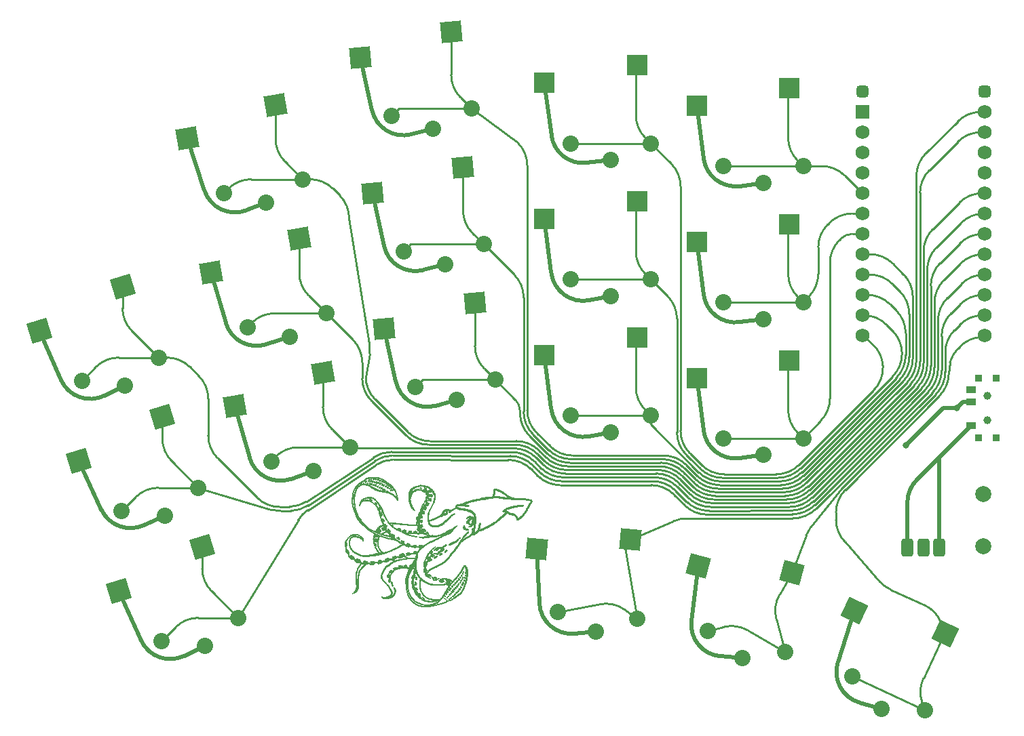
<source format=gbr>
%TF.GenerationSoftware,KiCad,Pcbnew,8.0.5-1.fc40*%
%TF.CreationDate,2024-10-20T23:35:03+02:00*%
%TF.ProjectId,fro_dux-v1,66726f5f-6475-4782-9d76-312e6b696361,v1.0.0*%
%TF.SameCoordinates,Original*%
%TF.FileFunction,Copper,L1,Top*%
%TF.FilePolarity,Positive*%
%FSLAX46Y46*%
G04 Gerber Fmt 4.6, Leading zero omitted, Abs format (unit mm)*
G04 Created by KiCad (PCBNEW 8.0.5-1.fc40) date 2024-10-20 23:35:03*
%MOMM*%
%LPD*%
G01*
G04 APERTURE LIST*
G04 Aperture macros list*
%AMRoundRect*
0 Rectangle with rounded corners*
0 $1 Rounding radius*
0 $2 $3 $4 $5 $6 $7 $8 $9 X,Y pos of 4 corners*
0 Add a 4 corners polygon primitive as box body*
4,1,4,$2,$3,$4,$5,$6,$7,$8,$9,$2,$3,0*
0 Add four circle primitives for the rounded corners*
1,1,$1+$1,$2,$3*
1,1,$1+$1,$4,$5*
1,1,$1+$1,$6,$7*
1,1,$1+$1,$8,$9*
0 Add four rect primitives between the rounded corners*
20,1,$1+$1,$2,$3,$4,$5,0*
20,1,$1+$1,$4,$5,$6,$7,0*
20,1,$1+$1,$6,$7,$8,$9,0*
20,1,$1+$1,$8,$9,$2,$3,0*%
%AMRotRect*
0 Rectangle, with rotation*
0 The origin of the aperture is its center*
0 $1 length*
0 $2 width*
0 $3 Rotation angle, in degrees counterclockwise*
0 Add horizontal line*
21,1,$1,$2,0,0,$3*%
G04 Aperture macros list end*
%TA.AperFunction,EtchedComponent*%
%ADD10C,0.010000*%
%TD*%
%TA.AperFunction,SMDPad,CuDef*%
%ADD11R,0.900000X0.900000*%
%TD*%
%TA.AperFunction,SMDPad,CuDef*%
%ADD12R,1.250000X0.900000*%
%TD*%
%TA.AperFunction,ComponentPad*%
%ADD13RoundRect,0.375000X-0.375000X-0.750000X0.375000X-0.750000X0.375000X0.750000X-0.375000X0.750000X0*%
%TD*%
%TA.AperFunction,ComponentPad*%
%ADD14C,2.000000*%
%TD*%
%TA.AperFunction,SMDPad,CuDef*%
%ADD15RotRect,2.600000X2.600000X10.000000*%
%TD*%
%TA.AperFunction,ComponentPad*%
%ADD16C,2.032000*%
%TD*%
%TA.AperFunction,SMDPad,CuDef*%
%ADD17RotRect,2.600000X2.600000X5.000000*%
%TD*%
%TA.AperFunction,SMDPad,CuDef*%
%ADD18R,2.600000X2.600000*%
%TD*%
%TA.AperFunction,SMDPad,CuDef*%
%ADD19RotRect,2.600000X2.600000X345.000000*%
%TD*%
%TA.AperFunction,SMDPad,CuDef*%
%ADD20RotRect,2.600000X2.600000X335.000000*%
%TD*%
%TA.AperFunction,WasherPad*%
%ADD21C,1.000000*%
%TD*%
%TA.AperFunction,SMDPad,CuDef*%
%ADD22RotRect,2.600000X2.600000X17.000000*%
%TD*%
%TA.AperFunction,SMDPad,CuDef*%
%ADD23RotRect,2.600000X2.600000X355.000000*%
%TD*%
%TA.AperFunction,ComponentPad*%
%ADD24R,1.752600X1.752600*%
%TD*%
%TA.AperFunction,ComponentPad*%
%ADD25C,1.752600*%
%TD*%
%TA.AperFunction,ComponentPad*%
%ADD26RoundRect,0.375000X-0.375000X-0.375000X0.375000X-0.375000X0.375000X0.375000X-0.375000X0.375000X0*%
%TD*%
%TA.AperFunction,ViaPad*%
%ADD27C,0.800000*%
%TD*%
%TA.AperFunction,Conductor*%
%ADD28C,0.250000*%
%TD*%
%TA.AperFunction,Conductor*%
%ADD29C,0.500000*%
%TD*%
G04 APERTURE END LIST*
D10*
%TO.C,G\u002A\u002A\u002A*%
X84625668Y64178031D02*
X84627574Y64170894D01*
X84617119Y64147408D01*
X84603986Y64136702D01*
X84597010Y64150884D01*
X84597702Y64166764D01*
X84609655Y64183680D01*
X84625668Y64178031D01*
%TA.AperFunction,EtchedComponent*%
G36*
X84625668Y64178031D02*
G01*
X84627574Y64170894D01*
X84617119Y64147408D01*
X84603986Y64136702D01*
X84597010Y64150884D01*
X84597702Y64166764D01*
X84609655Y64183680D01*
X84625668Y64178031D01*
G37*
%TD.AperFunction*%
X84836279Y64002245D02*
X84849385Y63977009D01*
X84832174Y63947586D01*
X84820401Y63938411D01*
X84793544Y63930721D01*
X84769689Y63952851D01*
X84762173Y63980311D01*
X84777518Y64005736D01*
X84810634Y64012359D01*
X84836279Y64002245D01*
%TA.AperFunction,EtchedComponent*%
G36*
X84836279Y64002245D02*
G01*
X84849385Y63977009D01*
X84832174Y63947586D01*
X84820401Y63938411D01*
X84793544Y63930721D01*
X84769689Y63952851D01*
X84762173Y63980311D01*
X84777518Y64005736D01*
X84810634Y64012359D01*
X84836279Y64002245D01*
G37*
%TD.AperFunction*%
X94778718Y49485599D02*
X94798396Y49459780D01*
X94790670Y49423261D01*
X94787207Y49418219D01*
X94765283Y49407679D01*
X94745832Y49422835D01*
X94738100Y49457640D01*
X94743072Y49480707D01*
X94764364Y49490375D01*
X94778718Y49485599D01*
%TA.AperFunction,EtchedComponent*%
G36*
X94778718Y49485599D02*
G01*
X94798396Y49459780D01*
X94790670Y49423261D01*
X94787207Y49418219D01*
X94765283Y49407679D01*
X94745832Y49422835D01*
X94738100Y49457640D01*
X94743072Y49480707D01*
X94764364Y49490375D01*
X94778718Y49485599D01*
G37*
%TD.AperFunction*%
X94972491Y49669099D02*
X94987732Y49638631D01*
X94976733Y49597973D01*
X94961648Y49585375D01*
X94925379Y49585521D01*
X94899167Y49603224D01*
X94896057Y49639214D01*
X94909610Y49670495D01*
X94941975Y49679641D01*
X94972491Y49669099D01*
%TA.AperFunction,EtchedComponent*%
G36*
X94972491Y49669099D02*
G01*
X94987732Y49638631D01*
X94976733Y49597973D01*
X94961648Y49585375D01*
X94925379Y49585521D01*
X94899167Y49603224D01*
X94896057Y49639214D01*
X94909610Y49670495D01*
X94941975Y49679641D01*
X94972491Y49669099D01*
G37*
%TD.AperFunction*%
X94737089Y49838113D02*
X94755457Y49816115D01*
X94752352Y49785794D01*
X94727777Y49761031D01*
X94700722Y49749806D01*
X94672557Y49750335D01*
X94659579Y49775765D01*
X94665916Y49806174D01*
X94692871Y49833159D01*
X94727801Y49840942D01*
X94737089Y49838113D01*
%TA.AperFunction,EtchedComponent*%
G36*
X94737089Y49838113D02*
G01*
X94755457Y49816115D01*
X94752352Y49785794D01*
X94727777Y49761031D01*
X94700722Y49749806D01*
X94672557Y49750335D01*
X94659579Y49775765D01*
X94665916Y49806174D01*
X94692871Y49833159D01*
X94727801Y49840942D01*
X94737089Y49838113D01*
G37*
%TD.AperFunction*%
X94929042Y49298894D02*
X94942155Y49273540D01*
X94930747Y49244927D01*
X94896462Y49226795D01*
X94870300Y49222961D01*
X94835446Y49230121D01*
X94824017Y49258657D01*
X94833669Y49277611D01*
X94864162Y49296624D01*
X94900999Y49305651D01*
X94929042Y49298894D01*
%TA.AperFunction,EtchedComponent*%
G36*
X94929042Y49298894D02*
G01*
X94942155Y49273540D01*
X94930747Y49244927D01*
X94896462Y49226795D01*
X94870300Y49222961D01*
X94835446Y49230121D01*
X94824017Y49258657D01*
X94833669Y49277611D01*
X94864162Y49296624D01*
X94900999Y49305651D01*
X94929042Y49298894D01*
G37*
%TD.AperFunction*%
X84592162Y63988961D02*
X84604140Y63962572D01*
X84595161Y63940196D01*
X84592903Y63938920D01*
X84563314Y63936461D01*
X84526207Y63943983D01*
X84502072Y63957646D01*
X84499787Y63963028D01*
X84509006Y63983445D01*
X84535694Y63999815D01*
X84567643Y64003586D01*
X84592162Y63988961D01*
%TA.AperFunction,EtchedComponent*%
G36*
X84592162Y63988961D02*
G01*
X84604140Y63962572D01*
X84595161Y63940196D01*
X84592903Y63938920D01*
X84563314Y63936461D01*
X84526207Y63943983D01*
X84502072Y63957646D01*
X84499787Y63963028D01*
X84509006Y63983445D01*
X84535694Y63999815D01*
X84567643Y64003586D01*
X84592162Y63988961D01*
G37*
%TD.AperFunction*%
X85167043Y64263735D02*
X85192449Y64241201D01*
X85195573Y64206109D01*
X85170621Y64164134D01*
X85140735Y64137637D01*
X85111521Y64133303D01*
X85074827Y64155647D01*
X85054531Y64184910D01*
X85055046Y64223385D01*
X85080175Y64252742D01*
X85125145Y64268038D01*
X85167043Y64263735D01*
%TA.AperFunction,EtchedComponent*%
G36*
X85167043Y64263735D02*
G01*
X85192449Y64241201D01*
X85195573Y64206109D01*
X85170621Y64164134D01*
X85140735Y64137637D01*
X85111521Y64133303D01*
X85074827Y64155647D01*
X85054531Y64184910D01*
X85055046Y64223385D01*
X85080175Y64252742D01*
X85125145Y64268038D01*
X85167043Y64263735D01*
G37*
%TD.AperFunction*%
X87734588Y63304310D02*
X87771694Y63285942D01*
X87789236Y63250863D01*
X87775087Y63204741D01*
X87759933Y63187983D01*
X87736861Y63190435D01*
X87702111Y63219590D01*
X87682285Y63249092D01*
X87675509Y63285591D01*
X87679819Y63300447D01*
X87696855Y63311024D01*
X87734588Y63304310D01*
%TA.AperFunction,EtchedComponent*%
G36*
X87734588Y63304310D02*
G01*
X87771694Y63285942D01*
X87789236Y63250863D01*
X87775087Y63204741D01*
X87759933Y63187983D01*
X87736861Y63190435D01*
X87702111Y63219590D01*
X87682285Y63249092D01*
X87675509Y63285591D01*
X87679819Y63300447D01*
X87696855Y63311024D01*
X87734588Y63304310D01*
G37*
%TD.AperFunction*%
X93082078Y57460896D02*
X93107110Y57455707D01*
X93139045Y57442254D01*
X93145627Y57422843D01*
X93142435Y57413778D01*
X93123054Y57405374D01*
X93080661Y57412790D01*
X93065964Y57417109D01*
X93026798Y57435811D01*
X93016541Y57453147D01*
X93035023Y57463410D01*
X93082078Y57460896D01*
%TA.AperFunction,EtchedComponent*%
G36*
X93082078Y57460896D02*
G01*
X93107110Y57455707D01*
X93139045Y57442254D01*
X93145627Y57422843D01*
X93142435Y57413778D01*
X93123054Y57405374D01*
X93080661Y57412790D01*
X93065964Y57417109D01*
X93026798Y57435811D01*
X93016541Y57453147D01*
X93035023Y57463410D01*
X93082078Y57460896D01*
G37*
%TD.AperFunction*%
X94606747Y49563839D02*
X94620468Y49542805D01*
X94618514Y49509977D01*
X94612011Y49501983D01*
X94581098Y49490409D01*
X94547900Y49498855D01*
X94528840Y49524635D01*
X94530633Y49543761D01*
X94551495Y49572427D01*
X94557293Y49576314D01*
X94581471Y49582965D01*
X94606747Y49563839D01*
%TA.AperFunction,EtchedComponent*%
G36*
X94606747Y49563839D02*
G01*
X94620468Y49542805D01*
X94618514Y49509977D01*
X94612011Y49501983D01*
X94581098Y49490409D01*
X94547900Y49498855D01*
X94528840Y49524635D01*
X94530633Y49543761D01*
X94551495Y49572427D01*
X94557293Y49576314D01*
X94581471Y49582965D01*
X94606747Y49563839D01*
G37*
%TD.AperFunction*%
X94930121Y50134760D02*
X94940304Y50099968D01*
X94928036Y50058103D01*
X94904448Y50031658D01*
X94872127Y50021966D01*
X94858813Y50029696D01*
X94847523Y50059296D01*
X94849004Y50098312D01*
X94861947Y50133549D01*
X94885037Y50151816D01*
X94902168Y50152284D01*
X94930121Y50134760D01*
%TA.AperFunction,EtchedComponent*%
G36*
X94930121Y50134760D02*
G01*
X94940304Y50099968D01*
X94928036Y50058103D01*
X94904448Y50031658D01*
X94872127Y50021966D01*
X94858813Y50029696D01*
X94847523Y50059296D01*
X94849004Y50098312D01*
X94861947Y50133549D01*
X94885037Y50151816D01*
X94902168Y50152284D01*
X94930121Y50134760D01*
G37*
%TD.AperFunction*%
X95112286Y49856163D02*
X95150984Y49839600D01*
X95164262Y49805506D01*
X95147959Y49761041D01*
X95132570Y49743933D01*
X95093954Y49727114D01*
X95056411Y49735714D01*
X95031439Y49768950D01*
X95027347Y49804899D01*
X95047241Y49840560D01*
X95092566Y49856431D01*
X95112286Y49856163D01*
%TA.AperFunction,EtchedComponent*%
G36*
X95112286Y49856163D02*
G01*
X95150984Y49839600D01*
X95164262Y49805506D01*
X95147959Y49761041D01*
X95132570Y49743933D01*
X95093954Y49727114D01*
X95056411Y49735714D01*
X95031439Y49768950D01*
X95027347Y49804899D01*
X95047241Y49840560D01*
X95092566Y49856431D01*
X95112286Y49856163D01*
G37*
%TD.AperFunction*%
X96857159Y52015051D02*
X96863028Y51981817D01*
X96852247Y51944825D01*
X96827412Y51919014D01*
X96798684Y51909369D01*
X96770487Y51918373D01*
X96761668Y51954886D01*
X96764887Y51970996D01*
X96786108Y52003540D01*
X96817098Y52025314D01*
X96845991Y52026265D01*
X96857159Y52015051D01*
%TA.AperFunction,EtchedComponent*%
G36*
X96857159Y52015051D02*
G01*
X96863028Y51981817D01*
X96852247Y51944825D01*
X96827412Y51919014D01*
X96798684Y51909369D01*
X96770487Y51918373D01*
X96761668Y51954886D01*
X96764887Y51970996D01*
X96786108Y52003540D01*
X96817098Y52025314D01*
X96845991Y52026265D01*
X96857159Y52015051D01*
G37*
%TD.AperFunction*%
X97048672Y52903610D02*
X97054043Y52867834D01*
X97048482Y52827339D01*
X97034343Y52801489D01*
X97020652Y52798440D01*
X96996122Y52813128D01*
X96977021Y52842815D01*
X96972409Y52876524D01*
X96977674Y52892667D01*
X97000284Y52916893D01*
X97028030Y52921990D01*
X97048672Y52903610D01*
%TA.AperFunction,EtchedComponent*%
G36*
X97048672Y52903610D02*
G01*
X97054043Y52867834D01*
X97048482Y52827339D01*
X97034343Y52801489D01*
X97020652Y52798440D01*
X96996122Y52813128D01*
X96977021Y52842815D01*
X96972409Y52876524D01*
X96977674Y52892667D01*
X97000284Y52916893D01*
X97028030Y52921990D01*
X97048672Y52903610D01*
G37*
%TD.AperFunction*%
X97265305Y52432777D02*
X97280666Y52400935D01*
X97272217Y52362672D01*
X97270283Y52359741D01*
X97241366Y52343343D01*
X97205431Y52350430D01*
X97175944Y52378751D01*
X97167667Y52402317D01*
X97181111Y52433760D01*
X97200406Y52448138D01*
X97235447Y52450933D01*
X97265305Y52432777D01*
%TA.AperFunction,EtchedComponent*%
G36*
X97265305Y52432777D02*
G01*
X97280666Y52400935D01*
X97272217Y52362672D01*
X97270283Y52359741D01*
X97241366Y52343343D01*
X97205431Y52350430D01*
X97175944Y52378751D01*
X97167667Y52402317D01*
X97181111Y52433760D01*
X97200406Y52448138D01*
X97235447Y52450933D01*
X97265305Y52432777D01*
G37*
%TD.AperFunction*%
X84887093Y64230822D02*
X84917369Y64196483D01*
X84920944Y64184560D01*
X84914637Y64158848D01*
X84882800Y64129452D01*
X84833445Y64104805D01*
X84784500Y64104201D01*
X84747978Y64130084D01*
X84735704Y64162548D01*
X84747478Y64202288D01*
X84787402Y64232461D01*
X84839125Y64243229D01*
X84887093Y64230822D01*
%TA.AperFunction,EtchedComponent*%
G36*
X84887093Y64230822D02*
G01*
X84917369Y64196483D01*
X84920944Y64184560D01*
X84914637Y64158848D01*
X84882800Y64129452D01*
X84833445Y64104805D01*
X84784500Y64104201D01*
X84747978Y64130084D01*
X84735704Y64162548D01*
X84747478Y64202288D01*
X84787402Y64232461D01*
X84839125Y64243229D01*
X84887093Y64230822D01*
G37*
%TD.AperFunction*%
X85249617Y64463536D02*
X85278432Y64435312D01*
X85279723Y64399785D01*
X85250961Y64365262D01*
X85233403Y64354468D01*
X85186326Y64341705D01*
X85152911Y64355239D01*
X85139110Y64390466D01*
X85150868Y64442777D01*
X85154857Y64450975D01*
X85178116Y64473826D01*
X85217836Y64473945D01*
X85249617Y64463536D01*
%TA.AperFunction,EtchedComponent*%
G36*
X85249617Y64463536D02*
G01*
X85278432Y64435312D01*
X85279723Y64399785D01*
X85250961Y64365262D01*
X85233403Y64354468D01*
X85186326Y64341705D01*
X85152911Y64355239D01*
X85139110Y64390466D01*
X85150868Y64442777D01*
X85154857Y64450975D01*
X85178116Y64473826D01*
X85217836Y64473945D01*
X85249617Y64463536D01*
G37*
%TD.AperFunction*%
X86098475Y64490787D02*
X86121463Y64457322D01*
X86114404Y64415069D01*
X86075694Y64368017D01*
X86040971Y64342607D01*
X86005197Y64336649D01*
X85975898Y64360925D01*
X85963873Y64393223D01*
X85976297Y64437650D01*
X86019206Y64480342D01*
X86041974Y64494935D01*
X86071928Y64503590D01*
X86098475Y64490787D01*
%TA.AperFunction,EtchedComponent*%
G36*
X86098475Y64490787D02*
G01*
X86121463Y64457322D01*
X86114404Y64415069D01*
X86075694Y64368017D01*
X86040971Y64342607D01*
X86005197Y64336649D01*
X85975898Y64360925D01*
X85963873Y64393223D01*
X85976297Y64437650D01*
X86019206Y64480342D01*
X86041974Y64494935D01*
X86071928Y64503590D01*
X86098475Y64490787D01*
G37*
%TD.AperFunction*%
X87938211Y63133036D02*
X87968510Y63097525D01*
X87984842Y63054970D01*
X87980028Y63018206D01*
X87956591Y63000655D01*
X87918043Y62999420D01*
X87880133Y63015567D01*
X87856471Y63046033D01*
X87852154Y63062170D01*
X87852305Y63109618D01*
X87872039Y63140808D01*
X87907480Y63147990D01*
X87938211Y63133036D01*
%TA.AperFunction,EtchedComponent*%
G36*
X87938211Y63133036D02*
G01*
X87968510Y63097525D01*
X87984842Y63054970D01*
X87980028Y63018206D01*
X87956591Y63000655D01*
X87918043Y62999420D01*
X87880133Y63015567D01*
X87856471Y63046033D01*
X87852154Y63062170D01*
X87852305Y63109618D01*
X87872039Y63140808D01*
X87907480Y63147990D01*
X87938211Y63133036D01*
G37*
%TD.AperFunction*%
X95260449Y49515008D02*
X95281641Y49492161D01*
X95285706Y49453846D01*
X95269552Y49414614D01*
X95235519Y49386571D01*
X95208767Y49377965D01*
X95163258Y49379770D01*
X95134072Y49403437D01*
X95128502Y49444983D01*
X95135999Y49467458D01*
X95168654Y49504378D01*
X95214207Y49522388D01*
X95260449Y49515008D01*
%TA.AperFunction,EtchedComponent*%
G36*
X95260449Y49515008D02*
G01*
X95281641Y49492161D01*
X95285706Y49453846D01*
X95269552Y49414614D01*
X95235519Y49386571D01*
X95208767Y49377965D01*
X95163258Y49379770D01*
X95134072Y49403437D01*
X95128502Y49444983D01*
X95135999Y49467458D01*
X95168654Y49504378D01*
X95214207Y49522388D01*
X95260449Y49515008D01*
G37*
%TD.AperFunction*%
X96338349Y51247995D02*
X96371124Y51213190D01*
X96380774Y51176086D01*
X96363467Y51146956D01*
X96352905Y51142783D01*
X96314576Y51144243D01*
X96270297Y51158312D01*
X96235835Y51180808D01*
X96221758Y51202840D01*
X96226620Y51241065D01*
X96252724Y51271649D01*
X96289015Y51274600D01*
X96338349Y51247995D01*
%TA.AperFunction,EtchedComponent*%
G36*
X96338349Y51247995D02*
G01*
X96371124Y51213190D01*
X96380774Y51176086D01*
X96363467Y51146956D01*
X96352905Y51142783D01*
X96314576Y51144243D01*
X96270297Y51158312D01*
X96235835Y51180808D01*
X96221758Y51202840D01*
X96226620Y51241065D01*
X96252724Y51271649D01*
X96289015Y51274600D01*
X96338349Y51247995D01*
G37*
%TD.AperFunction*%
X96426677Y51410618D02*
X96450752Y51395466D01*
X96471947Y51358337D01*
X96462060Y51315043D01*
X96461821Y51314653D01*
X96436112Y51300962D01*
X96397654Y51304937D01*
X96359698Y51322820D01*
X96335493Y51350870D01*
X96332322Y51374978D01*
X96349427Y51403486D01*
X96384090Y51417470D01*
X96426677Y51410618D01*
%TA.AperFunction,EtchedComponent*%
G36*
X96426677Y51410618D02*
G01*
X96450752Y51395466D01*
X96471947Y51358337D01*
X96462060Y51315043D01*
X96461821Y51314653D01*
X96436112Y51300962D01*
X96397654Y51304937D01*
X96359698Y51322820D01*
X96335493Y51350870D01*
X96332322Y51374978D01*
X96349427Y51403486D01*
X96384090Y51417470D01*
X96426677Y51410618D01*
G37*
%TD.AperFunction*%
X96731301Y51801882D02*
X96752982Y51777914D01*
X96756136Y51740406D01*
X96739482Y51703916D01*
X96705712Y51681143D01*
X96661629Y51672335D01*
X96630299Y51680436D01*
X96604722Y51710931D01*
X96594024Y51745160D01*
X96606255Y51780771D01*
X96638302Y51805752D01*
X96682529Y51814618D01*
X96731301Y51801882D01*
%TA.AperFunction,EtchedComponent*%
G36*
X96731301Y51801882D02*
G01*
X96752982Y51777914D01*
X96756136Y51740406D01*
X96739482Y51703916D01*
X96705712Y51681143D01*
X96661629Y51672335D01*
X96630299Y51680436D01*
X96604722Y51710931D01*
X96594024Y51745160D01*
X96606255Y51780771D01*
X96638302Y51805752D01*
X96682529Y51814618D01*
X96731301Y51801882D01*
G37*
%TD.AperFunction*%
X96964560Y52192195D02*
X96992527Y52167326D01*
X96995390Y52132016D01*
X96969490Y52098841D01*
X96949657Y52086441D01*
X96932101Y52087586D01*
X96904497Y52107466D01*
X96901765Y52109766D01*
X96883260Y52142326D01*
X96884771Y52178180D01*
X96906038Y52201826D01*
X96927341Y52202789D01*
X96964560Y52192195D01*
%TA.AperFunction,EtchedComponent*%
G36*
X96964560Y52192195D02*
G01*
X96992527Y52167326D01*
X96995390Y52132016D01*
X96969490Y52098841D01*
X96949657Y52086441D01*
X96932101Y52087586D01*
X96904497Y52107466D01*
X96901765Y52109766D01*
X96883260Y52142326D01*
X96884771Y52178180D01*
X96906038Y52201826D01*
X96927341Y52202789D01*
X96964560Y52192195D01*
G37*
%TD.AperFunction*%
X97287829Y52791005D02*
X97311589Y52761988D01*
X97315783Y52717943D01*
X97297985Y52668118D01*
X97289250Y52655964D01*
X97254192Y52635290D01*
X97217485Y52643467D01*
X97189558Y52679407D01*
X97185276Y52705584D01*
X97197692Y52749001D01*
X97226610Y52783821D01*
X97264045Y52797401D01*
X97287829Y52791005D01*
%TA.AperFunction,EtchedComponent*%
G36*
X97287829Y52791005D02*
G01*
X97311589Y52761988D01*
X97315783Y52717943D01*
X97297985Y52668118D01*
X97289250Y52655964D01*
X97254192Y52635290D01*
X97217485Y52643467D01*
X97189558Y52679407D01*
X97185276Y52705584D01*
X97197692Y52749001D01*
X97226610Y52783821D01*
X97264045Y52797401D01*
X97287829Y52791005D01*
G37*
%TD.AperFunction*%
X85816391Y64503581D02*
X85840865Y64481734D01*
X85843815Y64460297D01*
X85829816Y64417186D01*
X85797017Y64378097D01*
X85762766Y64365143D01*
X85718869Y64372639D01*
X85686314Y64400738D01*
X85679947Y64415090D01*
X85683666Y64438796D01*
X85710965Y64469516D01*
X85731642Y64485766D01*
X85776483Y64504595D01*
X85816391Y64503581D01*
%TA.AperFunction,EtchedComponent*%
G36*
X85816391Y64503581D02*
G01*
X85840865Y64481734D01*
X85843815Y64460297D01*
X85829816Y64417186D01*
X85797017Y64378097D01*
X85762766Y64365143D01*
X85718869Y64372639D01*
X85686314Y64400738D01*
X85679947Y64415090D01*
X85683666Y64438796D01*
X85710965Y64469516D01*
X85731642Y64485766D01*
X85776483Y64504595D01*
X85816391Y64503581D01*
G37*
%TD.AperFunction*%
X86664583Y64339654D02*
X86683479Y64325659D01*
X86697872Y64294408D01*
X86680349Y64257706D01*
X86630483Y64213966D01*
X86577909Y64184777D01*
X86527288Y64174598D01*
X86489761Y64186584D01*
X86471823Y64220472D01*
X86479583Y64268964D01*
X86511924Y64311883D01*
X86559756Y64341816D01*
X86613751Y64352996D01*
X86664583Y64339654D01*
%TA.AperFunction,EtchedComponent*%
G36*
X86664583Y64339654D02*
G01*
X86683479Y64325659D01*
X86697872Y64294408D01*
X86680349Y64257706D01*
X86630483Y64213966D01*
X86577909Y64184777D01*
X86527288Y64174598D01*
X86489761Y64186584D01*
X86471823Y64220472D01*
X86479583Y64268964D01*
X86511924Y64311883D01*
X86559756Y64341816D01*
X86613751Y64352996D01*
X86664583Y64339654D01*
G37*
%TD.AperFunction*%
X88850903Y57212494D02*
X88894458Y57191532D01*
X88930348Y57155510D01*
X88950639Y57113637D01*
X88947396Y57075124D01*
X88943809Y57069059D01*
X88912513Y57048406D01*
X88867638Y57056780D01*
X88811910Y57093806D01*
X88782960Y57127564D01*
X88772256Y57167549D01*
X88787421Y57199080D01*
X88827448Y57214349D01*
X88850903Y57212494D01*
%TA.AperFunction,EtchedComponent*%
G36*
X88850903Y57212494D02*
G01*
X88894458Y57191532D01*
X88930348Y57155510D01*
X88950639Y57113637D01*
X88947396Y57075124D01*
X88943809Y57069059D01*
X88912513Y57048406D01*
X88867638Y57056780D01*
X88811910Y57093806D01*
X88782960Y57127564D01*
X88772256Y57167549D01*
X88787421Y57199080D01*
X88827448Y57214349D01*
X88850903Y57212494D01*
G37*
%TD.AperFunction*%
X91702952Y63370212D02*
X91734504Y63346923D01*
X91739515Y63304784D01*
X91738784Y63300727D01*
X91729681Y63271929D01*
X91709961Y63262922D01*
X91668495Y63267931D01*
X91596799Y63285463D01*
X91553249Y63306097D01*
X91539502Y63327783D01*
X91556800Y63348546D01*
X91606391Y63366411D01*
X91647172Y63373583D01*
X91702952Y63370212D01*
%TA.AperFunction,EtchedComponent*%
G36*
X91702952Y63370212D02*
G01*
X91734504Y63346923D01*
X91739515Y63304784D01*
X91738784Y63300727D01*
X91729681Y63271929D01*
X91709961Y63262922D01*
X91668495Y63267931D01*
X91596799Y63285463D01*
X91553249Y63306097D01*
X91539502Y63327783D01*
X91556800Y63348546D01*
X91606391Y63366411D01*
X91647172Y63373583D01*
X91702952Y63370212D01*
G37*
%TD.AperFunction*%
X95407794Y50214515D02*
X95444901Y50199991D01*
X95487094Y50171390D01*
X95502454Y50140727D01*
X95487743Y50112150D01*
X95462349Y50100440D01*
X95414455Y50099074D01*
X95363082Y50111819D01*
X95320621Y50135155D01*
X95299468Y50165566D01*
X95298347Y50180683D01*
X95313940Y50210927D01*
X95352325Y50223065D01*
X95407794Y50214515D01*
%TA.AperFunction,EtchedComponent*%
G36*
X95407794Y50214515D02*
G01*
X95444901Y50199991D01*
X95487094Y50171390D01*
X95502454Y50140727D01*
X95487743Y50112150D01*
X95462349Y50100440D01*
X95414455Y50099074D01*
X95363082Y50111819D01*
X95320621Y50135155D01*
X95299468Y50165566D01*
X95298347Y50180683D01*
X95313940Y50210927D01*
X95352325Y50223065D01*
X95407794Y50214515D01*
G37*
%TD.AperFunction*%
X96587366Y52244466D02*
X96635860Y52205214D01*
X96657648Y52171751D01*
X96656156Y52133370D01*
X96622828Y52092004D01*
X96595682Y52078062D01*
X96561468Y52090224D01*
X96524053Y52135054D01*
X96521659Y52138790D01*
X96497621Y52184877D01*
X96497027Y52215846D01*
X96519516Y52240126D01*
X96542177Y52250642D01*
X96587366Y52244466D01*
%TA.AperFunction,EtchedComponent*%
G36*
X96587366Y52244466D02*
G01*
X96635860Y52205214D01*
X96657648Y52171751D01*
X96656156Y52133370D01*
X96622828Y52092004D01*
X96595682Y52078062D01*
X96561468Y52090224D01*
X96524053Y52135054D01*
X96521659Y52138790D01*
X96497621Y52184877D01*
X96497027Y52215846D01*
X96519516Y52240126D01*
X96542177Y52250642D01*
X96587366Y52244466D01*
G37*
%TD.AperFunction*%
X96618494Y51599527D02*
X96636554Y51580587D01*
X96647193Y51545082D01*
X96629739Y51512722D01*
X96586965Y51493435D01*
X96581933Y51492636D01*
X96538576Y51497548D01*
X96506817Y51519286D01*
X96497750Y51550725D01*
X96498503Y51553328D01*
X96519626Y51574353D01*
X96558874Y51592508D01*
X96594300Y51601895D01*
X96618494Y51599527D01*
%TA.AperFunction,EtchedComponent*%
G36*
X96618494Y51599527D02*
G01*
X96636554Y51580587D01*
X96647193Y51545082D01*
X96629739Y51512722D01*
X96586965Y51493435D01*
X96581933Y51492636D01*
X96538576Y51497548D01*
X96506817Y51519286D01*
X96497750Y51550725D01*
X96498503Y51553328D01*
X96519626Y51574353D01*
X96558874Y51592508D01*
X96594300Y51601895D01*
X96618494Y51599527D01*
G37*
%TD.AperFunction*%
X97135527Y51851108D02*
X97148123Y51818284D01*
X97152646Y51778489D01*
X97145987Y51747065D01*
X97129085Y51732312D01*
X97093936Y51729471D01*
X97058179Y51745660D01*
X97034990Y51777291D01*
X97030556Y51793608D01*
X97034948Y51819082D01*
X97064709Y51840875D01*
X97098084Y51856358D01*
X97122696Y51861914D01*
X97135527Y51851108D01*
%TA.AperFunction,EtchedComponent*%
G36*
X97135527Y51851108D02*
G01*
X97148123Y51818284D01*
X97152646Y51778489D01*
X97145987Y51747065D01*
X97129085Y51732312D01*
X97093936Y51729471D01*
X97058179Y51745660D01*
X97034990Y51777291D01*
X97030556Y51793608D01*
X97034948Y51819082D01*
X97064709Y51840875D01*
X97098084Y51856358D01*
X97122696Y51861914D01*
X97135527Y51851108D01*
G37*
%TD.AperFunction*%
X85106339Y63984868D02*
X85121513Y63949757D01*
X85127045Y63906659D01*
X85119576Y63869877D01*
X85113073Y63860162D01*
X85083612Y63845900D01*
X85049883Y63857606D01*
X85022000Y63892887D01*
X85009567Y63923703D01*
X85004640Y63946338D01*
X85005876Y63950112D01*
X85027003Y63972183D01*
X85060529Y63991405D01*
X85089570Y63997586D01*
X85106339Y63984868D01*
%TA.AperFunction,EtchedComponent*%
G36*
X85106339Y63984868D02*
G01*
X85121513Y63949757D01*
X85127045Y63906659D01*
X85119576Y63869877D01*
X85113073Y63860162D01*
X85083612Y63845900D01*
X85049883Y63857606D01*
X85022000Y63892887D01*
X85009567Y63923703D01*
X85004640Y63946338D01*
X85005876Y63950112D01*
X85027003Y63972183D01*
X85060529Y63991405D01*
X85089570Y63997586D01*
X85106339Y63984868D01*
G37*
%TD.AperFunction*%
X85396296Y64232352D02*
X85425460Y64209355D01*
X85427687Y64204360D01*
X85425621Y64168384D01*
X85402634Y64131523D01*
X85366306Y64106907D01*
X85339075Y64101648D01*
X85306625Y64116301D01*
X85283310Y64161621D01*
X85280615Y64170283D01*
X85277269Y64203794D01*
X85294620Y64227538D01*
X85308825Y64235847D01*
X85351837Y64241958D01*
X85396296Y64232352D01*
%TA.AperFunction,EtchedComponent*%
G36*
X85396296Y64232352D02*
G01*
X85425460Y64209355D01*
X85427687Y64204360D01*
X85425621Y64168384D01*
X85402634Y64131523D01*
X85366306Y64106907D01*
X85339075Y64101648D01*
X85306625Y64116301D01*
X85283310Y64161621D01*
X85280615Y64170283D01*
X85277269Y64203794D01*
X85294620Y64227538D01*
X85308825Y64235847D01*
X85351837Y64241958D01*
X85396296Y64232352D01*
G37*
%TD.AperFunction*%
X85513135Y64481757D02*
X85544022Y64451590D01*
X85550686Y64408455D01*
X85541006Y64381518D01*
X85521169Y64363030D01*
X85508292Y64361391D01*
X85460781Y64364325D01*
X85411530Y64375750D01*
X85378341Y64392048D01*
X85372359Y64398788D01*
X85367223Y64430033D01*
X85387900Y64462275D01*
X85429675Y64486809D01*
X85466909Y64493201D01*
X85513135Y64481757D01*
%TA.AperFunction,EtchedComponent*%
G36*
X85513135Y64481757D02*
G01*
X85544022Y64451590D01*
X85550686Y64408455D01*
X85541006Y64381518D01*
X85521169Y64363030D01*
X85508292Y64361391D01*
X85460781Y64364325D01*
X85411530Y64375750D01*
X85378341Y64392048D01*
X85372359Y64398788D01*
X85367223Y64430033D01*
X85387900Y64462275D01*
X85429675Y64486809D01*
X85466909Y64493201D01*
X85513135Y64481757D01*
G37*
%TD.AperFunction*%
X85834314Y63813487D02*
X85834610Y63813133D01*
X85844649Y63777823D01*
X85836456Y63730865D01*
X85814383Y63685629D01*
X85782797Y63655479D01*
X85763299Y63647888D01*
X85721966Y63651981D01*
X85693645Y63686238D01*
X85688872Y63715019D01*
X85701025Y63757275D01*
X85728951Y63794858D01*
X85765345Y63821160D01*
X85802901Y63829573D01*
X85834314Y63813487D01*
%TA.AperFunction,EtchedComponent*%
G36*
X85834314Y63813487D02*
G01*
X85834610Y63813133D01*
X85844649Y63777823D01*
X85836456Y63730865D01*
X85814383Y63685629D01*
X85782797Y63655479D01*
X85763299Y63647888D01*
X85721966Y63651981D01*
X85693645Y63686238D01*
X85688872Y63715019D01*
X85701025Y63757275D01*
X85728951Y63794858D01*
X85765345Y63821160D01*
X85802901Y63829573D01*
X85834314Y63813487D01*
G37*
%TD.AperFunction*%
X85910619Y64162948D02*
X85939896Y64134143D01*
X85942241Y64091990D01*
X85930492Y64056281D01*
X85909344Y64027397D01*
X85889660Y64020329D01*
X85845897Y64025870D01*
X85799220Y64048963D01*
X85761963Y64084802D01*
X85746674Y64109897D01*
X85747758Y64131486D01*
X85771287Y64160167D01*
X85807293Y64186350D01*
X85852721Y64188632D01*
X85910619Y64162948D01*
%TA.AperFunction,EtchedComponent*%
G36*
X85910619Y64162948D02*
G01*
X85939896Y64134143D01*
X85942241Y64091990D01*
X85930492Y64056281D01*
X85909344Y64027397D01*
X85889660Y64020329D01*
X85845897Y64025870D01*
X85799220Y64048963D01*
X85761963Y64084802D01*
X85746674Y64109897D01*
X85747758Y64131486D01*
X85771287Y64160167D01*
X85807293Y64186350D01*
X85852721Y64188632D01*
X85910619Y64162948D01*
G37*
%TD.AperFunction*%
X86398988Y64072893D02*
X86436225Y64039860D01*
X86452205Y63992012D01*
X86445070Y63938508D01*
X86412964Y63888507D01*
X86406709Y63882681D01*
X86365783Y63863263D01*
X86328848Y63873177D01*
X86301958Y63908590D01*
X86291165Y63965669D01*
X86291577Y63981737D01*
X86304905Y64038070D01*
X86333787Y64073065D01*
X86373975Y64080822D01*
X86398988Y64072893D01*
%TA.AperFunction,EtchedComponent*%
G36*
X86398988Y64072893D02*
G01*
X86436225Y64039860D01*
X86452205Y63992012D01*
X86445070Y63938508D01*
X86412964Y63888507D01*
X86406709Y63882681D01*
X86365783Y63863263D01*
X86328848Y63873177D01*
X86301958Y63908590D01*
X86291165Y63965669D01*
X86291577Y63981737D01*
X86304905Y64038070D01*
X86333787Y64073065D01*
X86373975Y64080822D01*
X86398988Y64072893D01*
G37*
%TD.AperFunction*%
X86613862Y63491596D02*
X86624269Y63467308D01*
X86621840Y63418003D01*
X86597426Y63369072D01*
X86555284Y63332112D01*
X86508451Y63311956D01*
X86461710Y63307875D01*
X86435771Y63326733D01*
X86434085Y63365330D01*
X86460104Y63420458D01*
X86462520Y63424048D01*
X86502184Y63468170D01*
X86546117Y63496673D01*
X86586087Y63505752D01*
X86613862Y63491596D01*
%TA.AperFunction,EtchedComponent*%
G36*
X86613862Y63491596D02*
G01*
X86624269Y63467308D01*
X86621840Y63418003D01*
X86597426Y63369072D01*
X86555284Y63332112D01*
X86508451Y63311956D01*
X86461710Y63307875D01*
X86435771Y63326733D01*
X86434085Y63365330D01*
X86460104Y63420458D01*
X86462520Y63424048D01*
X86502184Y63468170D01*
X86546117Y63496673D01*
X86586087Y63505752D01*
X86613862Y63491596D01*
G37*
%TD.AperFunction*%
X87131479Y63767875D02*
X87145256Y63735254D01*
X87138478Y63689271D01*
X87112488Y63636647D01*
X87068619Y63584105D01*
X87049469Y63573088D01*
X87010402Y63574583D01*
X86977211Y63599361D01*
X86972003Y63608519D01*
X86967651Y63652495D01*
X86985518Y63700525D01*
X87019119Y63743651D01*
X87061975Y63772927D01*
X87107602Y63779401D01*
X87131479Y63767875D01*
%TA.AperFunction,EtchedComponent*%
G36*
X87131479Y63767875D02*
G01*
X87145256Y63735254D01*
X87138478Y63689271D01*
X87112488Y63636647D01*
X87068619Y63584105D01*
X87049469Y63573088D01*
X87010402Y63574583D01*
X86977211Y63599361D01*
X86972003Y63608519D01*
X86967651Y63652495D01*
X86985518Y63700525D01*
X87019119Y63743651D01*
X87061975Y63772927D01*
X87107602Y63779401D01*
X87131479Y63767875D01*
G37*
%TD.AperFunction*%
X87390753Y63621706D02*
X87409720Y63592849D01*
X87402554Y63550752D01*
X87369164Y63500739D01*
X87351428Y63482300D01*
X87314692Y63458654D01*
X87274269Y63457512D01*
X87248909Y63465481D01*
X87231191Y63489629D01*
X87242359Y63528764D01*
X87282491Y63584123D01*
X87283647Y63585470D01*
X87326914Y63623135D01*
X87366925Y63630440D01*
X87390753Y63621706D01*
%TA.AperFunction,EtchedComponent*%
G36*
X87390753Y63621706D02*
G01*
X87409720Y63592849D01*
X87402554Y63550752D01*
X87369164Y63500739D01*
X87351428Y63482300D01*
X87314692Y63458654D01*
X87274269Y63457512D01*
X87248909Y63465481D01*
X87231191Y63489629D01*
X87242359Y63528764D01*
X87282491Y63584123D01*
X87283647Y63585470D01*
X87326914Y63623135D01*
X87366925Y63630440D01*
X87390753Y63621706D01*
G37*
%TD.AperFunction*%
X87572186Y63450717D02*
X87588259Y63439182D01*
X87617056Y63402208D01*
X87617185Y63366236D01*
X87587704Y63338101D01*
X87551095Y63330096D01*
X87503488Y63334607D01*
X87489287Y63339099D01*
X87462130Y63358207D01*
X87456935Y63393028D01*
X87465925Y63426655D01*
X87491126Y63459805D01*
X87509590Y63470330D01*
X87535131Y63470375D01*
X87572186Y63450717D01*
%TA.AperFunction,EtchedComponent*%
G36*
X87572186Y63450717D02*
G01*
X87588259Y63439182D01*
X87617056Y63402208D01*
X87617185Y63366236D01*
X87587704Y63338101D01*
X87551095Y63330096D01*
X87503488Y63334607D01*
X87489287Y63339099D01*
X87462130Y63358207D01*
X87456935Y63393028D01*
X87465925Y63426655D01*
X87491126Y63459805D01*
X87509590Y63470330D01*
X87535131Y63470375D01*
X87572186Y63450717D01*
G37*
%TD.AperFunction*%
X87631364Y63780187D02*
X87643040Y63770572D01*
X87651670Y63740705D01*
X87634664Y63709410D01*
X87595558Y63685998D01*
X87592352Y63684955D01*
X87532128Y63675139D01*
X87478797Y63682373D01*
X87444341Y63705138D01*
X87438273Y63730453D01*
X87455873Y63757720D01*
X87492150Y63779604D01*
X87538935Y63792828D01*
X87588062Y63794115D01*
X87631364Y63780187D01*
%TA.AperFunction,EtchedComponent*%
G36*
X87631364Y63780187D02*
G01*
X87643040Y63770572D01*
X87651670Y63740705D01*
X87634664Y63709410D01*
X87595558Y63685998D01*
X87592352Y63684955D01*
X87532128Y63675139D01*
X87478797Y63682373D01*
X87444341Y63705138D01*
X87438273Y63730453D01*
X87455873Y63757720D01*
X87492150Y63779604D01*
X87538935Y63792828D01*
X87588062Y63794115D01*
X87631364Y63780187D01*
G37*
%TD.AperFunction*%
X87733012Y63673563D02*
X87787861Y63643455D01*
X87831901Y63603350D01*
X87853102Y63561104D01*
X87843608Y63520579D01*
X87843566Y63520509D01*
X87816517Y63503934D01*
X87775396Y63507373D01*
X87729161Y63526016D01*
X87686767Y63555047D01*
X87657171Y63589652D01*
X87649328Y63625015D01*
X87658330Y63651556D01*
X87688358Y63676067D01*
X87733012Y63673563D01*
%TA.AperFunction,EtchedComponent*%
G36*
X87733012Y63673563D02*
G01*
X87787861Y63643455D01*
X87831901Y63603350D01*
X87853102Y63561104D01*
X87843608Y63520579D01*
X87843566Y63520509D01*
X87816517Y63503934D01*
X87775396Y63507373D01*
X87729161Y63526016D01*
X87686767Y63555047D01*
X87657171Y63589652D01*
X87649328Y63625015D01*
X87658330Y63651556D01*
X87688358Y63676067D01*
X87733012Y63673563D01*
G37*
%TD.AperFunction*%
X88141181Y51258550D02*
X88175522Y51223396D01*
X88195133Y51176314D01*
X88196169Y51128420D01*
X88174785Y51090826D01*
X88172704Y51089094D01*
X88140471Y51073873D01*
X88110031Y51086774D01*
X88075783Y51130014D01*
X88067062Y51144169D01*
X88040905Y51203203D01*
X88040283Y51245522D01*
X88064501Y51268555D01*
X88112885Y51269723D01*
X88141181Y51258550D01*
%TA.AperFunction,EtchedComponent*%
G36*
X88141181Y51258550D02*
G01*
X88175522Y51223396D01*
X88195133Y51176314D01*
X88196169Y51128420D01*
X88174785Y51090826D01*
X88172704Y51089094D01*
X88140471Y51073873D01*
X88110031Y51086774D01*
X88075783Y51130014D01*
X88067062Y51144169D01*
X88040905Y51203203D01*
X88040283Y51245522D01*
X88064501Y51268555D01*
X88112885Y51269723D01*
X88141181Y51258550D01*
G37*
%TD.AperFunction*%
X95059586Y50413244D02*
X95088821Y50400728D01*
X95106242Y50363754D01*
X95113397Y50309214D01*
X95095431Y50270636D01*
X95050212Y50251097D01*
X95014202Y50246876D01*
X94958489Y50253629D01*
X94926874Y50279214D01*
X94922381Y50321953D01*
X94926852Y50334893D01*
X94956925Y50371924D01*
X95002014Y50401469D01*
X95048527Y50413651D01*
X95059586Y50413244D01*
%TA.AperFunction,EtchedComponent*%
G36*
X95059586Y50413244D02*
G01*
X95088821Y50400728D01*
X95106242Y50363754D01*
X95113397Y50309214D01*
X95095431Y50270636D01*
X95050212Y50251097D01*
X95014202Y50246876D01*
X94958489Y50253629D01*
X94926874Y50279214D01*
X94922381Y50321953D01*
X94926852Y50334893D01*
X94956925Y50371924D01*
X95002014Y50401469D01*
X95048527Y50413651D01*
X95059586Y50413244D01*
G37*
%TD.AperFunction*%
X95717569Y50603482D02*
X95759338Y50573215D01*
X95788447Y50511672D01*
X95799795Y50456428D01*
X95795500Y50411201D01*
X95772732Y50390741D01*
X95755685Y50388088D01*
X95721860Y50393044D01*
X95689664Y50417869D01*
X95650782Y50467820D01*
X95623535Y50512496D01*
X95611118Y50557816D01*
X95627158Y50587841D01*
X95672016Y50604898D01*
X95717569Y50603482D01*
%TA.AperFunction,EtchedComponent*%
G36*
X95717569Y50603482D02*
G01*
X95759338Y50573215D01*
X95788447Y50511672D01*
X95799795Y50456428D01*
X95795500Y50411201D01*
X95772732Y50390741D01*
X95755685Y50388088D01*
X95721860Y50393044D01*
X95689664Y50417869D01*
X95650782Y50467820D01*
X95623535Y50512496D01*
X95611118Y50557816D01*
X95627158Y50587841D01*
X95672016Y50604898D01*
X95717569Y50603482D01*
G37*
%TD.AperFunction*%
X95855763Y51307621D02*
X95904766Y51277339D01*
X95909510Y51271806D01*
X95922408Y51234562D01*
X95903481Y51199914D01*
X95854493Y51171570D01*
X95822884Y51163169D01*
X95770830Y51164317D01*
X95727887Y51181456D01*
X95698665Y51209281D01*
X95687790Y51242477D01*
X95699876Y51275735D01*
X95739545Y51303742D01*
X95793327Y51315936D01*
X95855763Y51307621D01*
%TA.AperFunction,EtchedComponent*%
G36*
X95855763Y51307621D02*
G01*
X95904766Y51277339D01*
X95909510Y51271806D01*
X95922408Y51234562D01*
X95903481Y51199914D01*
X95854493Y51171570D01*
X95822884Y51163169D01*
X95770830Y51164317D01*
X95727887Y51181456D01*
X95698665Y51209281D01*
X95687790Y51242477D01*
X95699876Y51275735D01*
X95739545Y51303742D01*
X95793327Y51315936D01*
X95855763Y51307621D01*
G37*
%TD.AperFunction*%
X95960226Y50100059D02*
X95985037Y50074340D01*
X95984136Y50035674D01*
X95958088Y49988771D01*
X95907462Y49938344D01*
X95883347Y49924721D01*
X95846638Y49918958D01*
X95826982Y49925707D01*
X95804882Y49952604D01*
X95802721Y49991058D01*
X95817216Y50033436D01*
X95845092Y50072104D01*
X95883061Y50099433D01*
X95927842Y50107791D01*
X95960226Y50100059D01*
%TA.AperFunction,EtchedComponent*%
G36*
X95960226Y50100059D02*
G01*
X95985037Y50074340D01*
X95984136Y50035674D01*
X95958088Y49988771D01*
X95907462Y49938344D01*
X95883347Y49924721D01*
X95846638Y49918958D01*
X95826982Y49925707D01*
X95804882Y49952604D01*
X95802721Y49991058D01*
X95817216Y50033436D01*
X95845092Y50072104D01*
X95883061Y50099433D01*
X95927842Y50107791D01*
X95960226Y50100059D01*
G37*
%TD.AperFunction*%
X96184551Y50331689D02*
X96212299Y50293706D01*
X96223302Y50242440D01*
X96213587Y50190618D01*
X96189877Y50160756D01*
X96140512Y50145163D01*
X96107382Y50144239D01*
X96055033Y50157686D01*
X96028655Y50192658D01*
X96027716Y50249657D01*
X96038552Y50278238D01*
X96073854Y50316916D01*
X96120628Y50340701D01*
X96166535Y50341436D01*
X96184551Y50331689D01*
%TA.AperFunction,EtchedComponent*%
G36*
X96184551Y50331689D02*
G01*
X96212299Y50293706D01*
X96223302Y50242440D01*
X96213587Y50190618D01*
X96189877Y50160756D01*
X96140512Y50145163D01*
X96107382Y50144239D01*
X96055033Y50157686D01*
X96028655Y50192658D01*
X96027716Y50249657D01*
X96038552Y50278238D01*
X96073854Y50316916D01*
X96120628Y50340701D01*
X96166535Y50341436D01*
X96184551Y50331689D01*
G37*
%TD.AperFunction*%
X96371266Y50561826D02*
X96394869Y50535111D01*
X96405749Y50514643D01*
X96408349Y50464252D01*
X96381680Y50402138D01*
X96358952Y50376570D01*
X96319065Y50369043D01*
X96296816Y50375679D01*
X96262800Y50405150D01*
X96252356Y50447707D01*
X96266189Y50494875D01*
X96305004Y50538172D01*
X96311901Y50543272D01*
X96347389Y50564418D01*
X96371266Y50561826D01*
%TA.AperFunction,EtchedComponent*%
G36*
X96371266Y50561826D02*
G01*
X96394869Y50535111D01*
X96405749Y50514643D01*
X96408349Y50464252D01*
X96381680Y50402138D01*
X96358952Y50376570D01*
X96319065Y50369043D01*
X96296816Y50375679D01*
X96262800Y50405150D01*
X96252356Y50447707D01*
X96266189Y50494875D01*
X96305004Y50538172D01*
X96311901Y50543272D01*
X96347389Y50564418D01*
X96371266Y50561826D01*
G37*
%TD.AperFunction*%
X85321572Y63971260D02*
X85365927Y63950755D01*
X85388583Y63907914D01*
X85386188Y63848219D01*
X85383693Y63839010D01*
X85364204Y63794980D01*
X85340402Y63769060D01*
X85337975Y63767888D01*
X85300298Y63765404D01*
X85271978Y63789290D01*
X85261798Y63832461D01*
X85265498Y63894505D01*
X85273771Y63941993D01*
X85288096Y63966017D01*
X85310430Y63972197D01*
X85321572Y63971260D01*
%TA.AperFunction,EtchedComponent*%
G36*
X85321572Y63971260D02*
G01*
X85365927Y63950755D01*
X85388583Y63907914D01*
X85386188Y63848219D01*
X85383693Y63839010D01*
X85364204Y63794980D01*
X85340402Y63769060D01*
X85337975Y63767888D01*
X85300298Y63765404D01*
X85271978Y63789290D01*
X85261798Y63832461D01*
X85265498Y63894505D01*
X85273771Y63941993D01*
X85288096Y63966017D01*
X85310430Y63972197D01*
X85321572Y63971260D01*
G37*
%TD.AperFunction*%
X86834388Y63371780D02*
X86860159Y63351081D01*
X86860318Y63350801D01*
X86866444Y63312113D01*
X86841884Y63269506D01*
X86785502Y63220999D01*
X86764731Y63207628D01*
X86713447Y63188498D01*
X86673442Y63193567D01*
X86651024Y63222753D01*
X86649259Y63230439D01*
X86654349Y63283980D01*
X86683643Y63331614D01*
X86729753Y63360422D01*
X86788519Y63373616D01*
X86834388Y63371780D01*
%TA.AperFunction,EtchedComponent*%
G36*
X86834388Y63371780D02*
G01*
X86860159Y63351081D01*
X86860318Y63350801D01*
X86866444Y63312113D01*
X86841884Y63269506D01*
X86785502Y63220999D01*
X86764731Y63207628D01*
X86713447Y63188498D01*
X86673442Y63193567D01*
X86651024Y63222753D01*
X86649259Y63230439D01*
X86654349Y63283980D01*
X86683643Y63331614D01*
X86729753Y63360422D01*
X86788519Y63373616D01*
X86834388Y63371780D01*
G37*
%TD.AperFunction*%
X87924279Y63441417D02*
X87964606Y63422382D01*
X87978559Y63414000D01*
X88020305Y63373217D01*
X88039038Y63326246D01*
X88030447Y63282259D01*
X88027885Y63278744D01*
X87998126Y63265860D01*
X87955321Y63268750D01*
X87912632Y63284806D01*
X87883215Y63311424D01*
X87869739Y63337454D01*
X87859533Y63389261D01*
X87879737Y63428786D01*
X87899729Y63442804D01*
X87924279Y63441417D01*
%TA.AperFunction,EtchedComponent*%
G36*
X87924279Y63441417D02*
G01*
X87964606Y63422382D01*
X87978559Y63414000D01*
X88020305Y63373217D01*
X88039038Y63326246D01*
X88030447Y63282259D01*
X88027885Y63278744D01*
X87998126Y63265860D01*
X87955321Y63268750D01*
X87912632Y63284806D01*
X87883215Y63311424D01*
X87869739Y63337454D01*
X87859533Y63389261D01*
X87879737Y63428786D01*
X87899729Y63442804D01*
X87924279Y63441417D01*
G37*
%TD.AperFunction*%
X92291503Y57702145D02*
X92342455Y57649530D01*
X92355587Y57631979D01*
X92386613Y57576824D01*
X92389626Y57535515D01*
X92365146Y57504722D01*
X92324882Y57492731D01*
X92277133Y57509942D01*
X92228937Y57556730D01*
X92222676Y57564976D01*
X92183209Y57627274D01*
X92170490Y57674447D01*
X92183441Y57710126D01*
X92202432Y57725425D01*
X92243418Y57727982D01*
X92291503Y57702145D01*
%TA.AperFunction,EtchedComponent*%
G36*
X92291503Y57702145D02*
G01*
X92342455Y57649530D01*
X92355587Y57631979D01*
X92386613Y57576824D01*
X92389626Y57535515D01*
X92365146Y57504722D01*
X92324882Y57492731D01*
X92277133Y57509942D01*
X92228937Y57556730D01*
X92222676Y57564976D01*
X92183209Y57627274D01*
X92170490Y57674447D01*
X92183441Y57710126D01*
X92202432Y57725425D01*
X92243418Y57727982D01*
X92291503Y57702145D01*
G37*
%TD.AperFunction*%
X95205024Y50703127D02*
X95251237Y50688051D01*
X95297151Y50656564D01*
X95328977Y50616859D01*
X95343158Y50575648D01*
X95336140Y50539643D01*
X95304368Y50515557D01*
X95266267Y50510988D01*
X95207145Y50524251D01*
X95151239Y50554492D01*
X95112168Y50596013D01*
X95106892Y50605550D01*
X95089295Y50657599D01*
X95100224Y50691718D01*
X95139020Y50707147D01*
X95205024Y50703127D01*
%TA.AperFunction,EtchedComponent*%
G36*
X95205024Y50703127D02*
G01*
X95251237Y50688051D01*
X95297151Y50656564D01*
X95328977Y50616859D01*
X95343158Y50575648D01*
X95336140Y50539643D01*
X95304368Y50515557D01*
X95266267Y50510988D01*
X95207145Y50524251D01*
X95151239Y50554492D01*
X95112168Y50596013D01*
X95106892Y50605550D01*
X95089295Y50657599D01*
X95100224Y50691718D01*
X95139020Y50707147D01*
X95205024Y50703127D01*
G37*
%TD.AperFunction*%
X95262050Y50073654D02*
X95262998Y50073484D01*
X95305967Y50059729D01*
X95333293Y50040445D01*
X95338380Y50031211D01*
X95344218Y49993609D01*
X95335261Y49957380D01*
X95314400Y49938171D01*
X95303689Y49936278D01*
X95248078Y49939253D01*
X95205764Y49961405D01*
X95183580Y49997164D01*
X95188364Y50040955D01*
X95197746Y50058668D01*
X95221082Y50075707D01*
X95262050Y50073654D01*
%TA.AperFunction,EtchedComponent*%
G36*
X95262050Y50073654D02*
G01*
X95262998Y50073484D01*
X95305967Y50059729D01*
X95333293Y50040445D01*
X95338380Y50031211D01*
X95344218Y49993609D01*
X95335261Y49957380D01*
X95314400Y49938171D01*
X95303689Y49936278D01*
X95248078Y49939253D01*
X95205764Y49961405D01*
X95183580Y49997164D01*
X95188364Y50040955D01*
X95197746Y50058668D01*
X95221082Y50075707D01*
X95262050Y50073654D01*
G37*
%TD.AperFunction*%
X95506275Y49682319D02*
X95527067Y49657219D01*
X95534245Y49637722D01*
X95528173Y49594503D01*
X95497781Y49556656D01*
X95448904Y49533419D01*
X95418040Y49527614D01*
X95389342Y49530481D01*
X95368211Y49549708D01*
X95365439Y49553490D01*
X95355569Y49593083D01*
X95376586Y49632366D01*
X95426098Y49666512D01*
X95433633Y49670047D01*
X95478392Y49686294D01*
X95506275Y49682319D01*
%TA.AperFunction,EtchedComponent*%
G36*
X95506275Y49682319D02*
G01*
X95527067Y49657219D01*
X95534245Y49637722D01*
X95528173Y49594503D01*
X95497781Y49556656D01*
X95448904Y49533419D01*
X95418040Y49527614D01*
X95389342Y49530481D01*
X95368211Y49549708D01*
X95365439Y49553490D01*
X95355569Y49593083D01*
X95376586Y49632366D01*
X95426098Y49666512D01*
X95433633Y49670047D01*
X95478392Y49686294D01*
X95506275Y49682319D01*
G37*
%TD.AperFunction*%
X95583698Y50406418D02*
X95624765Y50369776D01*
X95626818Y50367396D01*
X95647764Y50327823D01*
X95654745Y50283873D01*
X95647632Y50247238D01*
X95626299Y50229611D01*
X95603492Y50230022D01*
X95552204Y50243206D01*
X95500457Y50266519D01*
X95465036Y50293327D01*
X95444819Y50332590D01*
X95453439Y50370982D01*
X95494277Y50400657D01*
X95543929Y50415421D01*
X95583698Y50406418D01*
%TA.AperFunction,EtchedComponent*%
G36*
X95583698Y50406418D02*
G01*
X95624765Y50369776D01*
X95626818Y50367396D01*
X95647764Y50327823D01*
X95654745Y50283873D01*
X95647632Y50247238D01*
X95626299Y50229611D01*
X95603492Y50230022D01*
X95552204Y50243206D01*
X95500457Y50266519D01*
X95465036Y50293327D01*
X95444819Y50332590D01*
X95453439Y50370982D01*
X95494277Y50400657D01*
X95543929Y50415421D01*
X95583698Y50406418D01*
G37*
%TD.AperFunction*%
X95785671Y49894466D02*
X95806450Y49874170D01*
X95804681Y49842267D01*
X95783937Y49805756D01*
X95747776Y49771647D01*
X95699761Y49746935D01*
X95654526Y49735115D01*
X95621186Y49738884D01*
X95599087Y49762811D01*
X95595013Y49773041D01*
X95600811Y49809001D01*
X95629501Y49845195D01*
X95673406Y49875803D01*
X95724842Y49895004D01*
X95776132Y49896978D01*
X95785671Y49894466D01*
%TA.AperFunction,EtchedComponent*%
G36*
X95785671Y49894466D02*
G01*
X95806450Y49874170D01*
X95804681Y49842267D01*
X95783937Y49805756D01*
X95747776Y49771647D01*
X95699761Y49746935D01*
X95654526Y49735115D01*
X95621186Y49738884D01*
X95599087Y49762811D01*
X95595013Y49773041D01*
X95600811Y49809001D01*
X95629501Y49845195D01*
X95673406Y49875803D01*
X95724842Y49895004D01*
X95776132Y49896978D01*
X95785671Y49894466D01*
G37*
%TD.AperFunction*%
X96248422Y51786572D02*
X96280731Y51751171D01*
X96289313Y51715184D01*
X96274505Y51661861D01*
X96227790Y51602464D01*
X96201893Y51582790D01*
X96159759Y51569657D01*
X96123819Y51576799D01*
X96104658Y51604075D01*
X96104572Y51604522D01*
X96104837Y51663254D01*
X96121797Y51724907D01*
X96150505Y51771418D01*
X96159013Y51778933D01*
X96203846Y51796447D01*
X96248422Y51786572D01*
%TA.AperFunction,EtchedComponent*%
G36*
X96248422Y51786572D02*
G01*
X96280731Y51751171D01*
X96289313Y51715184D01*
X96274505Y51661861D01*
X96227790Y51602464D01*
X96201893Y51582790D01*
X96159759Y51569657D01*
X96123819Y51576799D01*
X96104658Y51604075D01*
X96104572Y51604522D01*
X96104837Y51663254D01*
X96121797Y51724907D01*
X96150505Y51771418D01*
X96159013Y51778933D01*
X96203846Y51796447D01*
X96248422Y51786572D01*
G37*
%TD.AperFunction*%
X96775858Y52451710D02*
X96804343Y52430788D01*
X96810402Y52419269D01*
X96814146Y52373471D01*
X96797732Y52324310D01*
X96765100Y52286294D01*
X96733004Y52268624D01*
X96691467Y52267319D01*
X96656564Y52298058D01*
X96646631Y52321768D01*
X96643829Y52370939D01*
X96654859Y52420167D01*
X96677520Y52453150D01*
X96702483Y52461884D01*
X96744463Y52461993D01*
X96775858Y52451710D01*
%TA.AperFunction,EtchedComponent*%
G36*
X96775858Y52451710D02*
G01*
X96804343Y52430788D01*
X96810402Y52419269D01*
X96814146Y52373471D01*
X96797732Y52324310D01*
X96765100Y52286294D01*
X96733004Y52268624D01*
X96691467Y52267319D01*
X96656564Y52298058D01*
X96646631Y52321768D01*
X96643829Y52370939D01*
X96654859Y52420167D01*
X96677520Y52453150D01*
X96702483Y52461884D01*
X96744463Y52461993D01*
X96775858Y52451710D01*
G37*
%TD.AperFunction*%
X96959191Y52679583D02*
X96969920Y52666345D01*
X96977972Y52626699D01*
X96969411Y52582760D01*
X96945870Y52550364D01*
X96939451Y52545825D01*
X96922805Y52536572D01*
X96906504Y52540980D01*
X96876084Y52561324D01*
X96874425Y52562496D01*
X96845483Y52597066D01*
X96834084Y52638450D01*
X96844348Y52672251D01*
X96876180Y52689098D01*
X96921383Y52692377D01*
X96959191Y52679583D01*
%TA.AperFunction,EtchedComponent*%
G36*
X96959191Y52679583D02*
G01*
X96969920Y52666345D01*
X96977972Y52626699D01*
X96969411Y52582760D01*
X96945870Y52550364D01*
X96939451Y52545825D01*
X96922805Y52536572D01*
X96906504Y52540980D01*
X96876084Y52561324D01*
X96874425Y52562496D01*
X96845483Y52597066D01*
X96834084Y52638450D01*
X96844348Y52672251D01*
X96876180Y52689098D01*
X96921383Y52692377D01*
X96959191Y52679583D01*
G37*
%TD.AperFunction*%
X96974157Y51567604D02*
X97008501Y51527006D01*
X97027909Y51474658D01*
X97023772Y51431003D01*
X96993673Y51405542D01*
X96964247Y51401993D01*
X96934483Y51412147D01*
X96924352Y51433006D01*
X96920341Y51443679D01*
X96896729Y51462500D01*
X96874654Y51479984D01*
X96861571Y51518842D01*
X96878942Y51562020D01*
X96893471Y51575525D01*
X96932664Y51584629D01*
X96974157Y51567604D01*
%TA.AperFunction,EtchedComponent*%
G36*
X96974157Y51567604D02*
G01*
X97008501Y51527006D01*
X97027909Y51474658D01*
X97023772Y51431003D01*
X96993673Y51405542D01*
X96964247Y51401993D01*
X96934483Y51412147D01*
X96924352Y51433006D01*
X96920341Y51443679D01*
X96896729Y51462500D01*
X96874654Y51479984D01*
X96861571Y51518842D01*
X96878942Y51562020D01*
X96893471Y51575525D01*
X96932664Y51584629D01*
X96974157Y51567604D01*
G37*
%TD.AperFunction*%
X85613847Y63854407D02*
X85616514Y63849302D01*
X85619607Y63813522D01*
X85611383Y63767040D01*
X85595540Y63724720D01*
X85575777Y63701426D01*
X85546814Y63698414D01*
X85504065Y63704942D01*
X85488092Y63709874D01*
X85462181Y63728722D01*
X85457515Y63764098D01*
X85464500Y63799934D01*
X85483229Y63839314D01*
X85501026Y63854615D01*
X85542239Y63869658D01*
X85584864Y63870169D01*
X85613847Y63854407D01*
%TA.AperFunction,EtchedComponent*%
G36*
X85613847Y63854407D02*
G01*
X85616514Y63849302D01*
X85619607Y63813522D01*
X85611383Y63767040D01*
X85595540Y63724720D01*
X85575777Y63701426D01*
X85546814Y63698414D01*
X85504065Y63704942D01*
X85488092Y63709874D01*
X85462181Y63728722D01*
X85457515Y63764098D01*
X85464500Y63799934D01*
X85483229Y63839314D01*
X85501026Y63854615D01*
X85542239Y63869658D01*
X85584864Y63870169D01*
X85613847Y63854407D01*
G37*
%TD.AperFunction*%
X86638771Y63997888D02*
X86683157Y63966746D01*
X86688322Y63960245D01*
X86697308Y63923147D01*
X86683263Y63869686D01*
X86645416Y63796375D01*
X86640960Y63789963D01*
X86606641Y63769673D01*
X86565050Y63772630D01*
X86530566Y63798560D01*
X86524188Y63813533D01*
X86522221Y63860130D01*
X86533814Y63916700D01*
X86556931Y63970013D01*
X86559998Y63974778D01*
X86595009Y64000636D01*
X86638771Y63997888D01*
%TA.AperFunction,EtchedComponent*%
G36*
X86638771Y63997888D02*
G01*
X86683157Y63966746D01*
X86688322Y63960245D01*
X86697308Y63923147D01*
X86683263Y63869686D01*
X86645416Y63796375D01*
X86640960Y63789963D01*
X86606641Y63769673D01*
X86565050Y63772630D01*
X86530566Y63798560D01*
X86524188Y63813533D01*
X86522221Y63860130D01*
X86533814Y63916700D01*
X86556931Y63970013D01*
X86559998Y63974778D01*
X86595009Y64000636D01*
X86638771Y63997888D01*
G37*
%TD.AperFunction*%
X86956018Y64257344D02*
X86972386Y64243048D01*
X86973989Y64205247D01*
X86970922Y64184570D01*
X86951621Y64146358D01*
X86908426Y64109270D01*
X86878454Y64089631D01*
X86837279Y64072634D01*
X86807069Y64080465D01*
X86779717Y64113385D01*
X86765662Y64139322D01*
X86766721Y64162749D01*
X86789514Y64193386D01*
X86800755Y64205184D01*
X86865090Y64244802D01*
X86943742Y64258497D01*
X86956018Y64257344D01*
%TA.AperFunction,EtchedComponent*%
G36*
X86956018Y64257344D02*
G01*
X86972386Y64243048D01*
X86973989Y64205247D01*
X86970922Y64184570D01*
X86951621Y64146358D01*
X86908426Y64109270D01*
X86878454Y64089631D01*
X86837279Y64072634D01*
X86807069Y64080465D01*
X86779717Y64113385D01*
X86765662Y64139322D01*
X86766721Y64162749D01*
X86789514Y64193386D01*
X86800755Y64205184D01*
X86865090Y64244802D01*
X86943742Y64258497D01*
X86956018Y64257344D01*
G37*
%TD.AperFunction*%
X87016130Y63224236D02*
X87049536Y63214826D01*
X87074113Y63191518D01*
X87080603Y63182586D01*
X87096305Y63138734D01*
X87079621Y63099696D01*
X87029801Y63063302D01*
X87007422Y63052260D01*
X86948163Y63035964D01*
X86907478Y63047303D01*
X86886773Y63085429D01*
X86887447Y63149492D01*
X86892459Y63179665D01*
X86903236Y63209498D01*
X86926290Y63221308D01*
X86972418Y63224646D01*
X87016130Y63224236D01*
%TA.AperFunction,EtchedComponent*%
G36*
X87016130Y63224236D02*
G01*
X87049536Y63214826D01*
X87074113Y63191518D01*
X87080603Y63182586D01*
X87096305Y63138734D01*
X87079621Y63099696D01*
X87029801Y63063302D01*
X87007422Y63052260D01*
X86948163Y63035964D01*
X86907478Y63047303D01*
X86886773Y63085429D01*
X86887447Y63149492D01*
X86892459Y63179665D01*
X86903236Y63209498D01*
X86926290Y63221308D01*
X86972418Y63224646D01*
X87016130Y63224236D01*
G37*
%TD.AperFunction*%
X87163695Y64130838D02*
X87188371Y64125285D01*
X87214630Y64108771D01*
X87223129Y64076223D01*
X87223017Y64059414D01*
X87209221Y64025529D01*
X87170767Y63990823D01*
X87121400Y63964232D01*
X87070127Y63958070D01*
X87043497Y63966071D01*
X87028284Y63986809D01*
X87024345Y64030159D01*
X87025607Y64063818D01*
X87036946Y64095522D01*
X87065550Y64117526D01*
X87111172Y64130950D01*
X87163695Y64130838D01*
%TA.AperFunction,EtchedComponent*%
G36*
X87163695Y64130838D02*
G01*
X87188371Y64125285D01*
X87214630Y64108771D01*
X87223129Y64076223D01*
X87223017Y64059414D01*
X87209221Y64025529D01*
X87170767Y63990823D01*
X87121400Y63964232D01*
X87070127Y63958070D01*
X87043497Y63966071D01*
X87028284Y63986809D01*
X87024345Y64030159D01*
X87025607Y64063818D01*
X87036946Y64095522D01*
X87065550Y64117526D01*
X87111172Y64130950D01*
X87163695Y64130838D01*
G37*
%TD.AperFunction*%
X88130817Y63165567D02*
X88168398Y63152659D01*
X88188894Y63130854D01*
X88196193Y63089273D01*
X88197276Y63062409D01*
X88190264Y63030868D01*
X88167477Y63012608D01*
X88144466Y63003849D01*
X88113189Y62999878D01*
X88099323Y63006701D01*
X88076383Y63038938D01*
X88062244Y63085690D01*
X88061769Y63134255D01*
X88062719Y63139511D01*
X88071500Y63166925D01*
X88090534Y63173951D01*
X88130817Y63165567D01*
%TA.AperFunction,EtchedComponent*%
G36*
X88130817Y63165567D02*
G01*
X88168398Y63152659D01*
X88188894Y63130854D01*
X88196193Y63089273D01*
X88197276Y63062409D01*
X88190264Y63030868D01*
X88167477Y63012608D01*
X88144466Y63003849D01*
X88113189Y62999878D01*
X88099323Y63006701D01*
X88076383Y63038938D01*
X88062244Y63085690D01*
X88061769Y63134255D01*
X88062719Y63139511D01*
X88071500Y63166925D01*
X88090534Y63173951D01*
X88130817Y63165567D01*
G37*
%TD.AperFunction*%
X92595780Y62256644D02*
X92632891Y62223563D01*
X92646507Y62199611D01*
X92655932Y62143429D01*
X92649922Y62077494D01*
X92630074Y62013689D01*
X92597987Y61963901D01*
X92577293Y61945480D01*
X92537152Y61930161D01*
X92502971Y61948169D01*
X92474603Y61999545D01*
X92459937Y62062654D01*
X92461862Y62135038D01*
X92482009Y62197488D01*
X92518484Y62239642D01*
X92560258Y62260485D01*
X92595780Y62256644D01*
%TA.AperFunction,EtchedComponent*%
G36*
X92595780Y62256644D02*
G01*
X92632891Y62223563D01*
X92646507Y62199611D01*
X92655932Y62143429D01*
X92649922Y62077494D01*
X92630074Y62013689D01*
X92597987Y61963901D01*
X92577293Y61945480D01*
X92537152Y61930161D01*
X92502971Y61948169D01*
X92474603Y61999545D01*
X92459937Y62062654D01*
X92461862Y62135038D01*
X92482009Y62197488D01*
X92518484Y62239642D01*
X92560258Y62260485D01*
X92595780Y62256644D01*
G37*
%TD.AperFunction*%
X95791844Y50757614D02*
X95828466Y50755615D01*
X95850031Y50751516D01*
X95891081Y50727150D01*
X95925088Y50689281D01*
X95944392Y50647653D01*
X95941336Y50612009D01*
X95922388Y50600561D01*
X95882268Y50601713D01*
X95833353Y50616958D01*
X95786435Y50644065D01*
X95779681Y50649756D01*
X95755788Y50683881D01*
X95747859Y50720376D01*
X95756333Y50748738D01*
X95781650Y50758457D01*
X95791844Y50757614D01*
%TA.AperFunction,EtchedComponent*%
G36*
X95791844Y50757614D02*
G01*
X95828466Y50755615D01*
X95850031Y50751516D01*
X95891081Y50727150D01*
X95925088Y50689281D01*
X95944392Y50647653D01*
X95941336Y50612009D01*
X95922388Y50600561D01*
X95882268Y50601713D01*
X95833353Y50616958D01*
X95786435Y50644065D01*
X95779681Y50649756D01*
X95755788Y50683881D01*
X95747859Y50720376D01*
X95756333Y50748738D01*
X95781650Y50758457D01*
X95791844Y50757614D01*
G37*
%TD.AperFunction*%
X96037798Y51536904D02*
X96073558Y51519212D01*
X96087962Y51487890D01*
X96080290Y51458519D01*
X96043666Y51423403D01*
X95980615Y51398899D01*
X95951242Y51391803D01*
X95924939Y51387678D01*
X95908182Y51393019D01*
X95886701Y51409424D01*
X95870414Y51431274D01*
X95864424Y51471837D01*
X95868517Y51484827D01*
X95896040Y51514927D01*
X95939672Y51534089D01*
X95990046Y51541639D01*
X96037798Y51536904D01*
%TA.AperFunction,EtchedComponent*%
G36*
X96037798Y51536904D02*
G01*
X96073558Y51519212D01*
X96087962Y51487890D01*
X96080290Y51458519D01*
X96043666Y51423403D01*
X95980615Y51398899D01*
X95951242Y51391803D01*
X95924939Y51387678D01*
X95908182Y51393019D01*
X95886701Y51409424D01*
X95870414Y51431274D01*
X95864424Y51471837D01*
X95868517Y51484827D01*
X95896040Y51514927D01*
X95939672Y51534089D01*
X95990046Y51541639D01*
X96037798Y51536904D01*
G37*
%TD.AperFunction*%
X96183735Y51130635D02*
X96227657Y51107010D01*
X96250339Y51073853D01*
X96251573Y51067723D01*
X96255549Y51020264D01*
X96252336Y50974694D01*
X96242863Y50946802D01*
X96222397Y50940974D01*
X96184347Y50943390D01*
X96175677Y50945465D01*
X96138389Y50968375D01*
X96110818Y51006275D01*
X96094986Y51050669D01*
X96092910Y51093062D01*
X96106611Y51124956D01*
X96138111Y51137855D01*
X96183735Y51130635D01*
%TA.AperFunction,EtchedComponent*%
G36*
X96183735Y51130635D02*
G01*
X96227657Y51107010D01*
X96250339Y51073853D01*
X96251573Y51067723D01*
X96255549Y51020264D01*
X96252336Y50974694D01*
X96242863Y50946802D01*
X96222397Y50940974D01*
X96184347Y50943390D01*
X96175677Y50945465D01*
X96138389Y50968375D01*
X96110818Y51006275D01*
X96094986Y51050669D01*
X96092910Y51093062D01*
X96106611Y51124956D01*
X96138111Y51137855D01*
X96183735Y51130635D01*
G37*
%TD.AperFunction*%
X96828426Y51340074D02*
X96875769Y51319189D01*
X96907470Y51286910D01*
X96914844Y51270733D01*
X96920343Y51224321D01*
X96896004Y51178102D01*
X96891144Y51173101D01*
X96854500Y51159220D01*
X96805775Y51160094D01*
X96759230Y51173936D01*
X96729131Y51198966D01*
X96723208Y51226801D01*
X96730148Y51272423D01*
X96748471Y51315480D01*
X96773288Y51340328D01*
X96782094Y51342935D01*
X96828426Y51340074D01*
%TA.AperFunction,EtchedComponent*%
G36*
X96828426Y51340074D02*
G01*
X96875769Y51319189D01*
X96907470Y51286910D01*
X96914844Y51270733D01*
X96920343Y51224321D01*
X96896004Y51178102D01*
X96891144Y51173101D01*
X96854500Y51159220D01*
X96805775Y51160094D01*
X96759230Y51173936D01*
X96729131Y51198966D01*
X96723208Y51226801D01*
X96730148Y51272423D01*
X96748471Y51315480D01*
X96773288Y51340328D01*
X96782094Y51342935D01*
X96828426Y51340074D01*
G37*
%TD.AperFunction*%
X97187445Y52218772D02*
X97218692Y52179723D01*
X97231632Y52156129D01*
X97244496Y52105725D01*
X97242174Y52058415D01*
X97224186Y52027550D01*
X97201317Y52021244D01*
X97158021Y52027895D01*
X97114170Y52047597D01*
X97084448Y52075327D01*
X97077900Y52086911D01*
X97066090Y52121992D01*
X97076243Y52153226D01*
X97111064Y52192525D01*
X97132402Y52212425D01*
X97162105Y52229267D01*
X97187445Y52218772D01*
%TA.AperFunction,EtchedComponent*%
G36*
X97187445Y52218772D02*
G01*
X97218692Y52179723D01*
X97231632Y52156129D01*
X97244496Y52105725D01*
X97242174Y52058415D01*
X97224186Y52027550D01*
X97201317Y52021244D01*
X97158021Y52027895D01*
X97114170Y52047597D01*
X97084448Y52075327D01*
X97077900Y52086911D01*
X97066090Y52121992D01*
X97076243Y52153226D01*
X97111064Y52192525D01*
X97132402Y52212425D01*
X97162105Y52229267D01*
X97187445Y52218772D01*
G37*
%TD.AperFunction*%
X86163281Y64125426D02*
X86176546Y64119915D01*
X86215963Y64092915D01*
X86228047Y64063269D01*
X86210004Y64036308D01*
X86196711Y64021874D01*
X86181590Y63985698D01*
X86174311Y63963746D01*
X86151855Y63934161D01*
X86132757Y63924159D01*
X86093484Y63924319D01*
X86061875Y63950117D01*
X86043030Y63995898D01*
X86042054Y64055997D01*
X86046569Y64079221D01*
X86068360Y64123089D01*
X86106213Y64137889D01*
X86163281Y64125426D01*
%TA.AperFunction,EtchedComponent*%
G36*
X86163281Y64125426D02*
G01*
X86176546Y64119915D01*
X86215963Y64092915D01*
X86228047Y64063269D01*
X86210004Y64036308D01*
X86196711Y64021874D01*
X86181590Y63985698D01*
X86174311Y63963746D01*
X86151855Y63934161D01*
X86132757Y63924159D01*
X86093484Y63924319D01*
X86061875Y63950117D01*
X86043030Y63995898D01*
X86042054Y64055997D01*
X86046569Y64079221D01*
X86068360Y64123089D01*
X86106213Y64137889D01*
X86163281Y64125426D01*
G37*
%TD.AperFunction*%
X86392392Y64452356D02*
X86416832Y64432617D01*
X86418925Y64427301D01*
X86424307Y64397091D01*
X86412403Y64366779D01*
X86379267Y64325073D01*
X86358213Y64303508D01*
X86323555Y64285094D01*
X86278306Y64286957D01*
X86250539Y64293278D01*
X86225033Y64309676D01*
X86216823Y64341298D01*
X86216579Y64353266D01*
X86228303Y64387484D01*
X86265275Y64418640D01*
X86295533Y64435497D01*
X86349088Y64453051D01*
X86392392Y64452356D01*
%TA.AperFunction,EtchedComponent*%
G36*
X86392392Y64452356D02*
G01*
X86416832Y64432617D01*
X86418925Y64427301D01*
X86424307Y64397091D01*
X86412403Y64366779D01*
X86379267Y64325073D01*
X86358213Y64303508D01*
X86323555Y64285094D01*
X86278306Y64286957D01*
X86250539Y64293278D01*
X86225033Y64309676D01*
X86216823Y64341298D01*
X86216579Y64353266D01*
X86228303Y64387484D01*
X86265275Y64418640D01*
X86295533Y64435497D01*
X86349088Y64453051D01*
X86392392Y64452356D01*
G37*
%TD.AperFunction*%
X87259652Y58803856D02*
X87318673Y58761688D01*
X87385374Y58688208D01*
X87409204Y58655407D01*
X87428710Y58611290D01*
X87428550Y58567294D01*
X87415622Y58528544D01*
X87386738Y58500928D01*
X87348417Y58493503D01*
X87284759Y58507099D01*
X87222694Y58550043D01*
X87166822Y58619849D01*
X87137116Y58684845D01*
X87130870Y58743302D01*
X87148204Y58788043D01*
X87188458Y58813147D01*
X87206418Y58815909D01*
X87259652Y58803856D01*
%TA.AperFunction,EtchedComponent*%
G36*
X87259652Y58803856D02*
G01*
X87318673Y58761688D01*
X87385374Y58688208D01*
X87409204Y58655407D01*
X87428710Y58611290D01*
X87428550Y58567294D01*
X87415622Y58528544D01*
X87386738Y58500928D01*
X87348417Y58493503D01*
X87284759Y58507099D01*
X87222694Y58550043D01*
X87166822Y58619849D01*
X87137116Y58684845D01*
X87130870Y58743302D01*
X87148204Y58788043D01*
X87188458Y58813147D01*
X87206418Y58815909D01*
X87259652Y58803856D01*
G37*
%TD.AperFunction*%
X87415018Y63967231D02*
X87429180Y63954156D01*
X87447509Y63915015D01*
X87434252Y63877889D01*
X87390674Y63848932D01*
X87341779Y63832902D01*
X87304274Y63831881D01*
X87268421Y63847519D01*
X87253208Y63868233D01*
X87250795Y63900393D01*
X87261466Y63928332D01*
X87282924Y63937754D01*
X87294749Y63937539D01*
X87310794Y63949441D01*
X87315345Y63959521D01*
X87342745Y63976030D01*
X87381068Y63979471D01*
X87415018Y63967231D01*
%TA.AperFunction,EtchedComponent*%
G36*
X87415018Y63967231D02*
G01*
X87429180Y63954156D01*
X87447509Y63915015D01*
X87434252Y63877889D01*
X87390674Y63848932D01*
X87341779Y63832902D01*
X87304274Y63831881D01*
X87268421Y63847519D01*
X87253208Y63868233D01*
X87250795Y63900393D01*
X87261466Y63928332D01*
X87282924Y63937754D01*
X87294749Y63937539D01*
X87310794Y63949441D01*
X87315345Y63959521D01*
X87342745Y63976030D01*
X87381068Y63979471D01*
X87415018Y63967231D01*
G37*
%TD.AperFunction*%
X91113780Y50890443D02*
X91154532Y50853793D01*
X91197814Y50783443D01*
X91209463Y50759897D01*
X91242857Y50676565D01*
X91253456Y50614562D01*
X91240937Y50575458D01*
X91219404Y50568098D01*
X91178618Y50576569D01*
X91157240Y50586633D01*
X91102570Y50629196D01*
X91059169Y50686216D01*
X91031202Y50749281D01*
X91022839Y50809983D01*
X91038244Y50859909D01*
X91040086Y50862534D01*
X91075613Y50893367D01*
X91113780Y50890443D01*
%TA.AperFunction,EtchedComponent*%
G36*
X91113780Y50890443D02*
G01*
X91154532Y50853793D01*
X91197814Y50783443D01*
X91209463Y50759897D01*
X91242857Y50676565D01*
X91253456Y50614562D01*
X91240937Y50575458D01*
X91219404Y50568098D01*
X91178618Y50576569D01*
X91157240Y50586633D01*
X91102570Y50629196D01*
X91059169Y50686216D01*
X91031202Y50749281D01*
X91022839Y50809983D01*
X91038244Y50859909D01*
X91040086Y50862534D01*
X91075613Y50893367D01*
X91113780Y50890443D01*
G37*
%TD.AperFunction*%
X92283293Y61778901D02*
X92302592Y61754950D01*
X92297614Y61736847D01*
X92276288Y61695745D01*
X92241883Y61639683D01*
X92198267Y61575323D01*
X92155573Y61516704D01*
X92114002Y61466155D01*
X92086780Y61444287D01*
X92072391Y61450755D01*
X92069317Y61485206D01*
X92076043Y61547301D01*
X92089395Y61611818D01*
X92126807Y61702253D01*
X92181504Y61765610D01*
X92203059Y61778174D01*
X92245958Y61787008D01*
X92283293Y61778901D01*
%TA.AperFunction,EtchedComponent*%
G36*
X92283293Y61778901D02*
G01*
X92302592Y61754950D01*
X92297614Y61736847D01*
X92276288Y61695745D01*
X92241883Y61639683D01*
X92198267Y61575323D01*
X92155573Y61516704D01*
X92114002Y61466155D01*
X92086780Y61444287D01*
X92072391Y61450755D01*
X92069317Y61485206D01*
X92076043Y61547301D01*
X92089395Y61611818D01*
X92126807Y61702253D01*
X92181504Y61765610D01*
X92203059Y61778174D01*
X92245958Y61787008D01*
X92283293Y61778901D01*
G37*
%TD.AperFunction*%
X94930308Y55596642D02*
X94950364Y55556292D01*
X94951399Y55527943D01*
X94930147Y55467054D01*
X94880137Y55402408D01*
X94803884Y55337757D01*
X94746075Y55303294D01*
X94687751Y55286594D01*
X94643867Y55296399D01*
X94617652Y55332794D01*
X94615681Y55342078D01*
X94624802Y55388023D01*
X94657981Y55443648D01*
X94711029Y55503070D01*
X94779755Y55560405D01*
X94838482Y55595609D01*
X94892259Y55609766D01*
X94930308Y55596642D01*
%TA.AperFunction,EtchedComponent*%
G36*
X94930308Y55596642D02*
G01*
X94950364Y55556292D01*
X94951399Y55527943D01*
X94930147Y55467054D01*
X94880137Y55402408D01*
X94803884Y55337757D01*
X94746075Y55303294D01*
X94687751Y55286594D01*
X94643867Y55296399D01*
X94617652Y55332794D01*
X94615681Y55342078D01*
X94624802Y55388023D01*
X94657981Y55443648D01*
X94711029Y55503070D01*
X94779755Y55560405D01*
X94838482Y55595609D01*
X94892259Y55609766D01*
X94930308Y55596642D01*
G37*
%TD.AperFunction*%
X95637644Y51122876D02*
X95676695Y51100439D01*
X95694253Y51064763D01*
X95694452Y51059384D01*
X95679466Y51017090D01*
X95641818Y50985753D01*
X95591524Y50974197D01*
X95557114Y50974791D01*
X95533486Y50974703D01*
X95515996Y50985413D01*
X95488945Y51012542D01*
X95470961Y51035587D01*
X95466816Y51059630D01*
X95486290Y51090178D01*
X95493555Y51098272D01*
X95535871Y51123039D01*
X95587302Y51130826D01*
X95637644Y51122876D01*
%TA.AperFunction,EtchedComponent*%
G36*
X95637644Y51122876D02*
G01*
X95676695Y51100439D01*
X95694253Y51064763D01*
X95694452Y51059384D01*
X95679466Y51017090D01*
X95641818Y50985753D01*
X95591524Y50974197D01*
X95557114Y50974791D01*
X95533486Y50974703D01*
X95515996Y50985413D01*
X95488945Y51012542D01*
X95470961Y51035587D01*
X95466816Y51059630D01*
X95486290Y51090178D01*
X95493555Y51098272D01*
X95535871Y51123039D01*
X95587302Y51130826D01*
X95637644Y51122876D01*
G37*
%TD.AperFunction*%
X95983285Y50944431D02*
X96015010Y50937367D01*
X96058337Y50915874D01*
X96093167Y50875052D01*
X96099538Y50865180D01*
X96119145Y50820274D01*
X96113825Y50785380D01*
X96102886Y50771847D01*
X96064268Y50759918D01*
X96009501Y50770913D01*
X95944023Y50804227D01*
X95912700Y50827514D01*
X95897803Y50855411D01*
X95900865Y50897865D01*
X95905381Y50921562D01*
X95915726Y50945325D01*
X95938153Y50950947D01*
X95983285Y50944431D01*
%TA.AperFunction,EtchedComponent*%
G36*
X95983285Y50944431D02*
G01*
X96015010Y50937367D01*
X96058337Y50915874D01*
X96093167Y50875052D01*
X96099538Y50865180D01*
X96119145Y50820274D01*
X96113825Y50785380D01*
X96102886Y50771847D01*
X96064268Y50759918D01*
X96009501Y50770913D01*
X95944023Y50804227D01*
X95912700Y50827514D01*
X95897803Y50855411D01*
X95900865Y50897865D01*
X95905381Y50921562D01*
X95915726Y50945325D01*
X95938153Y50950947D01*
X95983285Y50944431D01*
G37*
%TD.AperFunction*%
X96466161Y52024854D02*
X96491307Y51983010D01*
X96496293Y51927760D01*
X96481187Y51868515D01*
X96446063Y51814689D01*
X96441510Y51810194D01*
X96399507Y51789211D01*
X96355587Y51792939D01*
X96322956Y51820729D01*
X96321493Y51823588D01*
X96311889Y51861008D01*
X96308422Y51910189D01*
X96310825Y51942958D01*
X96325971Y51978884D01*
X96362957Y52011985D01*
X96407952Y52036844D01*
X96447738Y52037038D01*
X96466161Y52024854D01*
%TA.AperFunction,EtchedComponent*%
G36*
X96466161Y52024854D02*
G01*
X96491307Y51983010D01*
X96496293Y51927760D01*
X96481187Y51868515D01*
X96446063Y51814689D01*
X96441510Y51810194D01*
X96399507Y51789211D01*
X96355587Y51792939D01*
X96322956Y51820729D01*
X96321493Y51823588D01*
X96311889Y51861008D01*
X96308422Y51910189D01*
X96310825Y51942958D01*
X96325971Y51978884D01*
X96362957Y52011985D01*
X96407952Y52036844D01*
X96447738Y52037038D01*
X96466161Y52024854D01*
G37*
%TD.AperFunction*%
X84341326Y63949886D02*
X84345527Y63916373D01*
X84345518Y63916319D01*
X84334322Y63886647D01*
X84308455Y63861271D01*
X84261866Y63835955D01*
X84188498Y63806461D01*
X84157195Y63795339D01*
X84114485Y63782121D01*
X84091974Y63777914D01*
X84085017Y63781586D01*
X84087589Y63801647D01*
X84110467Y63833522D01*
X84148965Y63871417D01*
X84198399Y63909538D01*
X84208285Y63916129D01*
X84269609Y63949620D01*
X84314987Y63960919D01*
X84341326Y63949886D01*
%TA.AperFunction,EtchedComponent*%
G36*
X84341326Y63949886D02*
G01*
X84345527Y63916373D01*
X84345518Y63916319D01*
X84334322Y63886647D01*
X84308455Y63861271D01*
X84261866Y63835955D01*
X84188498Y63806461D01*
X84157195Y63795339D01*
X84114485Y63782121D01*
X84091974Y63777914D01*
X84085017Y63781586D01*
X84087589Y63801647D01*
X84110467Y63833522D01*
X84148965Y63871417D01*
X84198399Y63909538D01*
X84208285Y63916129D01*
X84269609Y63949620D01*
X84314987Y63960919D01*
X84341326Y63949886D01*
G37*
%TD.AperFunction*%
X86097584Y63783204D02*
X86121844Y63747876D01*
X86127514Y63698729D01*
X86107896Y63638525D01*
X86062528Y63586711D01*
X85995817Y63550200D01*
X85995375Y63550046D01*
X85958177Y63539058D01*
X85935723Y63543199D01*
X85911237Y63565502D01*
X85905652Y63571620D01*
X85895273Y63591544D01*
X85899555Y63618195D01*
X85919458Y63662987D01*
X85930465Y63683815D01*
X85971734Y63740143D01*
X86017018Y63777025D01*
X86060805Y63792149D01*
X86097584Y63783204D01*
%TA.AperFunction,EtchedComponent*%
G36*
X86097584Y63783204D02*
G01*
X86121844Y63747876D01*
X86127514Y63698729D01*
X86107896Y63638525D01*
X86062528Y63586711D01*
X85995817Y63550200D01*
X85995375Y63550046D01*
X85958177Y63539058D01*
X85935723Y63543199D01*
X85911237Y63565502D01*
X85905652Y63571620D01*
X85895273Y63591544D01*
X85899555Y63618195D01*
X85919458Y63662987D01*
X85930465Y63683815D01*
X85971734Y63740143D01*
X86017018Y63777025D01*
X86060805Y63792149D01*
X86097584Y63783204D01*
G37*
%TD.AperFunction*%
X86366471Y63610108D02*
X86380510Y63602610D01*
X86397119Y63579265D01*
X86395070Y63537545D01*
X86392513Y63524942D01*
X86375145Y63488213D01*
X86340231Y63470484D01*
X86308986Y63458105D01*
X86292156Y63441787D01*
X86279715Y63430649D01*
X86250149Y63432105D01*
X86216967Y63445509D01*
X86193451Y63467410D01*
X86186714Y63490362D01*
X86197254Y63531352D01*
X86228266Y63570226D01*
X86271984Y63600581D01*
X86320641Y63616009D01*
X86366471Y63610108D01*
%TA.AperFunction,EtchedComponent*%
G36*
X86366471Y63610108D02*
G01*
X86380510Y63602610D01*
X86397119Y63579265D01*
X86395070Y63537545D01*
X86392513Y63524942D01*
X86375145Y63488213D01*
X86340231Y63470484D01*
X86308986Y63458105D01*
X86292156Y63441787D01*
X86279715Y63430649D01*
X86250149Y63432105D01*
X86216967Y63445509D01*
X86193451Y63467410D01*
X86186714Y63490362D01*
X86197254Y63531352D01*
X86228266Y63570226D01*
X86271984Y63600581D01*
X86320641Y63616009D01*
X86366471Y63610108D01*
G37*
%TD.AperFunction*%
X86904094Y63881251D02*
X86922850Y63845285D01*
X86920720Y63806622D01*
X86905040Y63755577D01*
X86880784Y63711077D01*
X86853866Y63686715D01*
X86835343Y63682650D01*
X86802911Y63687339D01*
X86794717Y63691610D01*
X86766756Y63701853D01*
X86762470Y63703874D01*
X86755981Y63726949D01*
X86760948Y63766790D01*
X86774483Y63812829D01*
X86793702Y63854492D01*
X86815718Y63881210D01*
X86824133Y63886442D01*
X86867426Y63896232D01*
X86904094Y63881251D01*
%TA.AperFunction,EtchedComponent*%
G36*
X86904094Y63881251D02*
G01*
X86922850Y63845285D01*
X86920720Y63806622D01*
X86905040Y63755577D01*
X86880784Y63711077D01*
X86853866Y63686715D01*
X86835343Y63682650D01*
X86802911Y63687339D01*
X86794717Y63691610D01*
X86766756Y63701853D01*
X86762470Y63703874D01*
X86755981Y63726949D01*
X86760948Y63766790D01*
X86774483Y63812829D01*
X86793702Y63854492D01*
X86815718Y63881210D01*
X86824133Y63886442D01*
X86867426Y63896232D01*
X86904094Y63881251D01*
G37*
%TD.AperFunction*%
X87686235Y51842418D02*
X87741589Y51804458D01*
X87797571Y51743666D01*
X87825743Y51703153D01*
X87852021Y51644837D01*
X87849342Y51602550D01*
X87817633Y51576951D01*
X87789211Y51569475D01*
X87741709Y51576964D01*
X87698043Y51615640D01*
X87697138Y51616761D01*
X87661457Y51660643D01*
X87623327Y51706939D01*
X87605134Y51734940D01*
X87590829Y51782974D01*
X87595311Y51825107D01*
X87618915Y51850413D01*
X87637013Y51854252D01*
X87686235Y51842418D01*
%TA.AperFunction,EtchedComponent*%
G36*
X87686235Y51842418D02*
G01*
X87741589Y51804458D01*
X87797571Y51743666D01*
X87825743Y51703153D01*
X87852021Y51644837D01*
X87849342Y51602550D01*
X87817633Y51576951D01*
X87789211Y51569475D01*
X87741709Y51576964D01*
X87698043Y51615640D01*
X87697138Y51616761D01*
X87661457Y51660643D01*
X87623327Y51706939D01*
X87605134Y51734940D01*
X87590829Y51782974D01*
X87595311Y51825107D01*
X87618915Y51850413D01*
X87637013Y51854252D01*
X87686235Y51842418D01*
G37*
%TD.AperFunction*%
X87997263Y51611134D02*
X88033183Y51588100D01*
X88072263Y51552182D01*
X88101738Y51511917D01*
X88123799Y51454201D01*
X88124432Y51400980D01*
X88102145Y51361760D01*
X88085181Y51351454D01*
X88049861Y51345358D01*
X88048988Y51345546D01*
X88027256Y51365049D01*
X88002862Y51407273D01*
X87979976Y51462250D01*
X87962783Y51520011D01*
X87955457Y51570589D01*
X87955706Y51590538D01*
X87963740Y51612870D01*
X87987094Y51614516D01*
X87997263Y51611134D01*
%TA.AperFunction,EtchedComponent*%
G36*
X87997263Y51611134D02*
G01*
X88033183Y51588100D01*
X88072263Y51552182D01*
X88101738Y51511917D01*
X88123799Y51454201D01*
X88124432Y51400980D01*
X88102145Y51361760D01*
X88085181Y51351454D01*
X88049861Y51345358D01*
X88048988Y51345546D01*
X88027256Y51365049D01*
X88002862Y51407273D01*
X87979976Y51462250D01*
X87962783Y51520011D01*
X87955457Y51570589D01*
X87955706Y51590538D01*
X87963740Y51612870D01*
X87987094Y51614516D01*
X87997263Y51611134D01*
G37*
%TD.AperFunction*%
X91487525Y50184288D02*
X91543636Y50140435D01*
X91596770Y50077812D01*
X91626827Y50031845D01*
X91646236Y49988086D01*
X91644688Y49955275D01*
X91623539Y49925720D01*
X91611138Y49915370D01*
X91563787Y49902193D01*
X91507602Y49919971D01*
X91444991Y49968132D01*
X91440125Y49972898D01*
X91377667Y50045089D01*
X91347350Y50106607D01*
X91349162Y50157491D01*
X91383094Y50197780D01*
X91390532Y50202109D01*
X91434476Y50205977D01*
X91487525Y50184288D01*
%TA.AperFunction,EtchedComponent*%
G36*
X91487525Y50184288D02*
G01*
X91543636Y50140435D01*
X91596770Y50077812D01*
X91626827Y50031845D01*
X91646236Y49988086D01*
X91644688Y49955275D01*
X91623539Y49925720D01*
X91611138Y49915370D01*
X91563787Y49902193D01*
X91507602Y49919971D01*
X91444991Y49968132D01*
X91440125Y49972898D01*
X91377667Y50045089D01*
X91347350Y50106607D01*
X91349162Y50157491D01*
X91383094Y50197780D01*
X91390532Y50202109D01*
X91434476Y50205977D01*
X91487525Y50184288D01*
G37*
%TD.AperFunction*%
X91692436Y57929052D02*
X91735091Y57915640D01*
X91755273Y57891309D01*
X91758424Y57864332D01*
X91749450Y57834555D01*
X91718357Y57814945D01*
X91659269Y57799905D01*
X91621916Y57792655D01*
X91578259Y57785415D01*
X91550964Y57785166D01*
X91529322Y57792445D01*
X91502624Y57807795D01*
X91478205Y57829297D01*
X91468791Y57866219D01*
X91483523Y57889872D01*
X91522852Y57911959D01*
X91576996Y57926396D01*
X91636630Y57932365D01*
X91692436Y57929052D01*
%TA.AperFunction,EtchedComponent*%
G36*
X91692436Y57929052D02*
G01*
X91735091Y57915640D01*
X91755273Y57891309D01*
X91758424Y57864332D01*
X91749450Y57834555D01*
X91718357Y57814945D01*
X91659269Y57799905D01*
X91621916Y57792655D01*
X91578259Y57785415D01*
X91550964Y57785166D01*
X91529322Y57792445D01*
X91502624Y57807795D01*
X91478205Y57829297D01*
X91468791Y57866219D01*
X91483523Y57889872D01*
X91522852Y57911959D01*
X91576996Y57926396D01*
X91636630Y57932365D01*
X91692436Y57929052D01*
G37*
%TD.AperFunction*%
X92162883Y63141701D02*
X92177271Y63134966D01*
X92224048Y63107692D01*
X92255076Y63081710D01*
X92264345Y63067838D01*
X92274185Y63024065D01*
X92260276Y62985247D01*
X92225598Y62963325D01*
X92179866Y62963165D01*
X92115876Y62977088D01*
X92049968Y63001588D01*
X91995851Y63032538D01*
X91976492Y63050488D01*
X91961301Y63085500D01*
X91971799Y63117284D01*
X92002595Y63142318D01*
X92048301Y63157080D01*
X92103526Y63158048D01*
X92162883Y63141701D01*
%TA.AperFunction,EtchedComponent*%
G36*
X92162883Y63141701D02*
G01*
X92177271Y63134966D01*
X92224048Y63107692D01*
X92255076Y63081710D01*
X92264345Y63067838D01*
X92274185Y63024065D01*
X92260276Y62985247D01*
X92225598Y62963325D01*
X92179866Y62963165D01*
X92115876Y62977088D01*
X92049968Y63001588D01*
X91995851Y63032538D01*
X91976492Y63050488D01*
X91961301Y63085500D01*
X91971799Y63117284D01*
X92002595Y63142318D01*
X92048301Y63157080D01*
X92103526Y63158048D01*
X92162883Y63141701D01*
G37*
%TD.AperFunction*%
X92375526Y60919895D02*
X92386464Y60903495D01*
X92390062Y60859726D01*
X92378382Y60802719D01*
X92354895Y60740907D01*
X92323074Y60682720D01*
X92286389Y60636588D01*
X92248313Y60610945D01*
X92216732Y60602333D01*
X92164622Y60602346D01*
X92134943Y60627565D01*
X92127975Y60677611D01*
X92143995Y60752110D01*
X92146832Y60760685D01*
X92182157Y60836156D01*
X92227610Y60893376D01*
X92278270Y60928785D01*
X92329214Y60938814D01*
X92375526Y60919895D01*
%TA.AperFunction,EtchedComponent*%
G36*
X92375526Y60919895D02*
G01*
X92386464Y60903495D01*
X92390062Y60859726D01*
X92378382Y60802719D01*
X92354895Y60740907D01*
X92323074Y60682720D01*
X92286389Y60636588D01*
X92248313Y60610945D01*
X92216732Y60602333D01*
X92164622Y60602346D01*
X92134943Y60627565D01*
X92127975Y60677611D01*
X92143995Y60752110D01*
X92146832Y60760685D01*
X92182157Y60836156D01*
X92227610Y60893376D01*
X92278270Y60928785D01*
X92329214Y60938814D01*
X92375526Y60919895D01*
G37*
%TD.AperFunction*%
X93041810Y62543906D02*
X93073402Y62503167D01*
X93092394Y62444739D01*
X93097764Y62379216D01*
X93089743Y62316223D01*
X93068562Y62265393D01*
X93034450Y62236355D01*
X92997766Y62227892D01*
X92961950Y62239610D01*
X92928084Y62280071D01*
X92926729Y62282218D01*
X92903522Y62337299D01*
X92890083Y62404074D01*
X92888120Y62468497D01*
X92899340Y62516522D01*
X92904105Y62524557D01*
X92943064Y62556696D01*
X92993110Y62563943D01*
X93041810Y62543906D01*
%TA.AperFunction,EtchedComponent*%
G36*
X93041810Y62543906D02*
G01*
X93073402Y62503167D01*
X93092394Y62444739D01*
X93097764Y62379216D01*
X93089743Y62316223D01*
X93068562Y62265393D01*
X93034450Y62236355D01*
X92997766Y62227892D01*
X92961950Y62239610D01*
X92928084Y62280071D01*
X92926729Y62282218D01*
X92903522Y62337299D01*
X92890083Y62404074D01*
X92888120Y62468497D01*
X92899340Y62516522D01*
X92904105Y62524557D01*
X92943064Y62556696D01*
X92993110Y62563943D01*
X93041810Y62543906D01*
G37*
%TD.AperFunction*%
X94267650Y55192969D02*
X94296281Y55164561D01*
X94298176Y55161808D01*
X94317846Y55116523D01*
X94311565Y55074015D01*
X94277505Y55031970D01*
X94213837Y54988075D01*
X94118733Y54940020D01*
X94054502Y54917350D01*
X93997036Y54913692D01*
X93962458Y54931890D01*
X93953275Y54968316D01*
X93971995Y55019337D01*
X94021128Y55081322D01*
X94053496Y55111840D01*
X94133720Y55165690D01*
X94224314Y55194924D01*
X94231122Y55196101D01*
X94267650Y55192969D01*
%TA.AperFunction,EtchedComponent*%
G36*
X94267650Y55192969D02*
G01*
X94296281Y55164561D01*
X94298176Y55161808D01*
X94317846Y55116523D01*
X94311565Y55074015D01*
X94277505Y55031970D01*
X94213837Y54988075D01*
X94118733Y54940020D01*
X94054502Y54917350D01*
X93997036Y54913692D01*
X93962458Y54931890D01*
X93953275Y54968316D01*
X93971995Y55019337D01*
X94021128Y55081322D01*
X94053496Y55111840D01*
X94133720Y55165690D01*
X94224314Y55194924D01*
X94231122Y55196101D01*
X94267650Y55192969D01*
G37*
%TD.AperFunction*%
X95407176Y50872458D02*
X95456416Y50838487D01*
X95480425Y50801273D01*
X95476120Y50758766D01*
X95438133Y50716886D01*
X95424137Y50707609D01*
X95388032Y50693116D01*
X95360154Y50692878D01*
X95351203Y50707991D01*
X95351261Y50708667D01*
X95338365Y50726005D01*
X95306770Y50748744D01*
X95292372Y50758029D01*
X95268966Y50786004D01*
X95268810Y50826192D01*
X95276671Y50848475D01*
X95308539Y50876878D01*
X95354963Y50885064D01*
X95407176Y50872458D01*
%TA.AperFunction,EtchedComponent*%
G36*
X95407176Y50872458D02*
G01*
X95456416Y50838487D01*
X95480425Y50801273D01*
X95476120Y50758766D01*
X95438133Y50716886D01*
X95424137Y50707609D01*
X95388032Y50693116D01*
X95360154Y50692878D01*
X95351203Y50707991D01*
X95351261Y50708667D01*
X95338365Y50726005D01*
X95306770Y50748744D01*
X95292372Y50758029D01*
X95268966Y50786004D01*
X95268810Y50826192D01*
X95276671Y50848475D01*
X95308539Y50876878D01*
X95354963Y50885064D01*
X95407176Y50872458D01*
G37*
%TD.AperFunction*%
X96677910Y51022453D02*
X96722648Y51001534D01*
X96754123Y50974002D01*
X96762198Y50955547D01*
X96758932Y50913486D01*
X96735125Y50875336D01*
X96697041Y50854248D01*
X96676278Y50850972D01*
X96653390Y50853962D01*
X96649562Y50872833D01*
X96649555Y50873914D01*
X96637084Y50894967D01*
X96608448Y50924276D01*
X96581757Y50952837D01*
X96572005Y50988083D01*
X96592764Y51024459D01*
X96598560Y51028831D01*
X96632388Y51032852D01*
X96677910Y51022453D01*
%TA.AperFunction,EtchedComponent*%
G36*
X96677910Y51022453D02*
G01*
X96722648Y51001534D01*
X96754123Y50974002D01*
X96762198Y50955547D01*
X96758932Y50913486D01*
X96735125Y50875336D01*
X96697041Y50854248D01*
X96676278Y50850972D01*
X96653390Y50853962D01*
X96649562Y50872833D01*
X96649555Y50873914D01*
X96637084Y50894967D01*
X96608448Y50924276D01*
X96581757Y50952837D01*
X96572005Y50988083D01*
X96592764Y51024459D01*
X96598560Y51028831D01*
X96632388Y51032852D01*
X96677910Y51022453D01*
G37*
%TD.AperFunction*%
X85637599Y64234461D02*
X85649607Y64229421D01*
X85693103Y64201026D01*
X85708328Y64170020D01*
X85692744Y64140719D01*
X85679819Y64127899D01*
X85677075Y64117673D01*
X85681566Y64110916D01*
X85672534Y64088080D01*
X85651876Y64058930D01*
X85627178Y64033639D01*
X85606021Y64022375D01*
X85575737Y64025196D01*
X85539023Y64050819D01*
X85523368Y64101027D01*
X85529777Y64173824D01*
X85531098Y64179704D01*
X85551740Y64227498D01*
X85586008Y64245059D01*
X85637599Y64234461D01*
%TA.AperFunction,EtchedComponent*%
G36*
X85637599Y64234461D02*
G01*
X85649607Y64229421D01*
X85693103Y64201026D01*
X85708328Y64170020D01*
X85692744Y64140719D01*
X85679819Y64127899D01*
X85677075Y64117673D01*
X85681566Y64110916D01*
X85672534Y64088080D01*
X85651876Y64058930D01*
X85627178Y64033639D01*
X85606021Y64022375D01*
X85575737Y64025196D01*
X85539023Y64050819D01*
X85523368Y64101027D01*
X85529777Y64173824D01*
X85531098Y64179704D01*
X85551740Y64227498D01*
X85586008Y64245059D01*
X85637599Y64234461D01*
G37*
%TD.AperFunction*%
X89814076Y53712408D02*
X89889967Y53696519D01*
X89927771Y53680648D01*
X89947465Y53661541D01*
X89948250Y53633914D01*
X89935105Y53600219D01*
X89892979Y53557472D01*
X89831559Y53528945D01*
X89759333Y53519766D01*
X89710246Y53523755D01*
X89644654Y53535307D01*
X89588542Y53551352D01*
X89554095Y53568970D01*
X89548974Y53575347D01*
X89547520Y53606475D01*
X89567481Y53643927D01*
X89604075Y53677341D01*
X89652639Y53698657D01*
X89730303Y53712808D01*
X89814076Y53712408D01*
%TA.AperFunction,EtchedComponent*%
G36*
X89814076Y53712408D02*
G01*
X89889967Y53696519D01*
X89927771Y53680648D01*
X89947465Y53661541D01*
X89948250Y53633914D01*
X89935105Y53600219D01*
X89892979Y53557472D01*
X89831559Y53528945D01*
X89759333Y53519766D01*
X89710246Y53523755D01*
X89644654Y53535307D01*
X89588542Y53551352D01*
X89554095Y53568970D01*
X89548974Y53575347D01*
X89547520Y53606475D01*
X89567481Y53643927D01*
X89604075Y53677341D01*
X89652639Y53698657D01*
X89730303Y53712808D01*
X89814076Y53712408D01*
G37*
%TD.AperFunction*%
X91086600Y55427646D02*
X91110472Y55418434D01*
X91156111Y55387079D01*
X91172554Y55349300D01*
X91157471Y55309004D01*
X91156248Y55307483D01*
X91120094Y55279932D01*
X91060374Y55259371D01*
X90972015Y55244027D01*
X90950131Y55241505D01*
X90866588Y55239419D01*
X90811516Y55253616D01*
X90783546Y55284743D01*
X90781309Y55333438D01*
X90784529Y55345374D01*
X90815336Y55386737D01*
X90869099Y55418162D01*
X90937667Y55437132D01*
X91012884Y55441131D01*
X91086600Y55427646D01*
%TA.AperFunction,EtchedComponent*%
G36*
X91086600Y55427646D02*
G01*
X91110472Y55418434D01*
X91156111Y55387079D01*
X91172554Y55349300D01*
X91157471Y55309004D01*
X91156248Y55307483D01*
X91120094Y55279932D01*
X91060374Y55259371D01*
X90972015Y55244027D01*
X90950131Y55241505D01*
X90866588Y55239419D01*
X90811516Y55253616D01*
X90783546Y55284743D01*
X90781309Y55333438D01*
X90784529Y55345374D01*
X90815336Y55386737D01*
X90869099Y55418162D01*
X90937667Y55437132D01*
X91012884Y55441131D01*
X91086600Y55427646D01*
G37*
%TD.AperFunction*%
X92221463Y63364278D02*
X92238510Y63356978D01*
X92299588Y63323308D01*
X92350722Y63284356D01*
X92384806Y63246240D01*
X92394733Y63215080D01*
X92378482Y63193151D01*
X92344468Y63169415D01*
X92340079Y63167096D01*
X92307531Y63154709D01*
X92275697Y63157575D01*
X92229601Y63176636D01*
X92161037Y63211850D01*
X92111900Y63246122D01*
X92087993Y63278625D01*
X92085367Y63313092D01*
X92099033Y63361290D01*
X92121968Y63384387D01*
X92160614Y63384569D01*
X92221463Y63364278D01*
%TA.AperFunction,EtchedComponent*%
G36*
X92221463Y63364278D02*
G01*
X92238510Y63356978D01*
X92299588Y63323308D01*
X92350722Y63284356D01*
X92384806Y63246240D01*
X92394733Y63215080D01*
X92378482Y63193151D01*
X92344468Y63169415D01*
X92340079Y63167096D01*
X92307531Y63154709D01*
X92275697Y63157575D01*
X92229601Y63176636D01*
X92161037Y63211850D01*
X92111900Y63246122D01*
X92087993Y63278625D01*
X92085367Y63313092D01*
X92099033Y63361290D01*
X92121968Y63384387D01*
X92160614Y63384569D01*
X92221463Y63364278D01*
G37*
%TD.AperFunction*%
X93656483Y54843722D02*
X93684417Y54816252D01*
X93689685Y54804216D01*
X93688039Y54757115D01*
X93657868Y54704142D01*
X93601956Y54649110D01*
X93523092Y54595827D01*
X93440796Y54555459D01*
X93373066Y54538234D01*
X93325707Y54547230D01*
X93299229Y54582481D01*
X93292814Y54607173D01*
X93295158Y54645081D01*
X93319611Y54680160D01*
X93370529Y54720868D01*
X93382536Y54729300D01*
X93479922Y54792938D01*
X93556520Y54832759D01*
X93614611Y54849455D01*
X93656483Y54843722D01*
%TA.AperFunction,EtchedComponent*%
G36*
X93656483Y54843722D02*
G01*
X93684417Y54816252D01*
X93689685Y54804216D01*
X93688039Y54757115D01*
X93657868Y54704142D01*
X93601956Y54649110D01*
X93523092Y54595827D01*
X93440796Y54555459D01*
X93373066Y54538234D01*
X93325707Y54547230D01*
X93299229Y54582481D01*
X93292814Y54607173D01*
X93295158Y54645081D01*
X93319611Y54680160D01*
X93370529Y54720868D01*
X93382536Y54729300D01*
X93479922Y54792938D01*
X93556520Y54832759D01*
X93614611Y54849455D01*
X93656483Y54843722D01*
G37*
%TD.AperFunction*%
X89698341Y58108894D02*
X89747297Y58098503D01*
X89789004Y58081767D01*
X89807792Y58057479D01*
X89809974Y58020650D01*
X89808030Y58001215D01*
X89799532Y57960991D01*
X89781517Y57941101D01*
X89746768Y57931351D01*
X89702411Y57927670D01*
X89631059Y57932638D01*
X89559107Y57947099D01*
X89498031Y57968535D01*
X89459310Y57994430D01*
X89458328Y57995573D01*
X89438407Y58035667D01*
X89447938Y58069902D01*
X89482807Y58096311D01*
X89538904Y58112926D01*
X89612120Y58117777D01*
X89698341Y58108894D01*
%TA.AperFunction,EtchedComponent*%
G36*
X89698341Y58108894D02*
G01*
X89747297Y58098503D01*
X89789004Y58081767D01*
X89807792Y58057479D01*
X89809974Y58020650D01*
X89808030Y58001215D01*
X89799532Y57960991D01*
X89781517Y57941101D01*
X89746768Y57931351D01*
X89702411Y57927670D01*
X89631059Y57932638D01*
X89559107Y57947099D01*
X89498031Y57968535D01*
X89459310Y57994430D01*
X89458328Y57995573D01*
X89438407Y58035667D01*
X89447938Y58069902D01*
X89482807Y58096311D01*
X89538904Y58112926D01*
X89612120Y58117777D01*
X89698341Y58108894D01*
G37*
%TD.AperFunction*%
X90103687Y56412886D02*
X90173381Y56397207D01*
X90238614Y56371491D01*
X90289580Y56339310D01*
X90316471Y56304239D01*
X90320313Y56287922D01*
X90316394Y56237019D01*
X90293142Y56194397D01*
X90256188Y56172372D01*
X90208950Y56169301D01*
X90139643Y56178375D01*
X90070326Y56199243D01*
X90009456Y56228466D01*
X89965495Y56262595D01*
X89946906Y56298194D01*
X89945492Y56319348D01*
X89950238Y56367578D01*
X89973380Y56395476D01*
X90020721Y56411989D01*
X90039340Y56414954D01*
X90103687Y56412886D01*
%TA.AperFunction,EtchedComponent*%
G36*
X90103687Y56412886D02*
G01*
X90173381Y56397207D01*
X90238614Y56371491D01*
X90289580Y56339310D01*
X90316471Y56304239D01*
X90320313Y56287922D01*
X90316394Y56237019D01*
X90293142Y56194397D01*
X90256188Y56172372D01*
X90208950Y56169301D01*
X90139643Y56178375D01*
X90070326Y56199243D01*
X90009456Y56228466D01*
X89965495Y56262595D01*
X89946906Y56298194D01*
X89945492Y56319348D01*
X89950238Y56367578D01*
X89973380Y56395476D01*
X90020721Y56411989D01*
X90039340Y56414954D01*
X90103687Y56412886D01*
G37*
%TD.AperFunction*%
X93325124Y54954657D02*
X93373237Y54934277D01*
X93395752Y54901454D01*
X93396591Y54896705D01*
X93396656Y54875518D01*
X93386821Y54855974D01*
X93362870Y54834995D01*
X93320585Y54809507D01*
X93255748Y54776440D01*
X93164142Y54732722D01*
X93105914Y54714763D01*
X93055137Y54716463D01*
X93020333Y54736492D01*
X93008821Y54772953D01*
X93019779Y54800682D01*
X93055114Y54841490D01*
X93106561Y54883840D01*
X93165600Y54921693D01*
X93223713Y54949013D01*
X93272382Y54959760D01*
X93325124Y54954657D01*
%TA.AperFunction,EtchedComponent*%
G36*
X93325124Y54954657D02*
G01*
X93373237Y54934277D01*
X93395752Y54901454D01*
X93396591Y54896705D01*
X93396656Y54875518D01*
X93386821Y54855974D01*
X93362870Y54834995D01*
X93320585Y54809507D01*
X93255748Y54776440D01*
X93164142Y54732722D01*
X93105914Y54714763D01*
X93055137Y54716463D01*
X93020333Y54736492D01*
X93008821Y54772953D01*
X93019779Y54800682D01*
X93055114Y54841490D01*
X93106561Y54883840D01*
X93165600Y54921693D01*
X93223713Y54949013D01*
X93272382Y54959760D01*
X93325124Y54954657D01*
G37*
%TD.AperFunction*%
X82417912Y56497062D02*
X82449861Y56464246D01*
X82462381Y56407729D01*
X82454226Y56330853D01*
X82450615Y56312808D01*
X82440259Y56238357D01*
X82435862Y56167901D01*
X82435488Y56141177D01*
X82432096Y56105468D01*
X82422249Y56091784D01*
X82402387Y56092074D01*
X82387200Y56098310D01*
X82356255Y56133092D01*
X82329997Y56191034D01*
X82311282Y56264814D01*
X82302964Y56347109D01*
X82302901Y56349654D01*
X82305467Y56426052D01*
X82319134Y56474258D01*
X82346372Y56498750D01*
X82389656Y56504001D01*
X82417912Y56497062D01*
%TA.AperFunction,EtchedComponent*%
G36*
X82417912Y56497062D02*
G01*
X82449861Y56464246D01*
X82462381Y56407729D01*
X82454226Y56330853D01*
X82450615Y56312808D01*
X82440259Y56238357D01*
X82435862Y56167901D01*
X82435488Y56141177D01*
X82432096Y56105468D01*
X82422249Y56091784D01*
X82402387Y56092074D01*
X82387200Y56098310D01*
X82356255Y56133092D01*
X82329997Y56191034D01*
X82311282Y56264814D01*
X82302964Y56347109D01*
X82302901Y56349654D01*
X82305467Y56426052D01*
X82319134Y56474258D01*
X82346372Y56498750D01*
X82389656Y56504001D01*
X82417912Y56497062D01*
G37*
%TD.AperFunction*%
X86549423Y58191207D02*
X86573375Y58154184D01*
X86579756Y58135075D01*
X86581700Y58088197D01*
X86567193Y58023659D01*
X86558898Y57997018D01*
X86531706Y57931297D01*
X86495841Y57881961D01*
X86442557Y57835844D01*
X86427842Y57825091D01*
X86388712Y57804269D01*
X86357641Y57808029D01*
X86322765Y57836433D01*
X86310981Y57852113D01*
X86298717Y57903324D01*
X86307813Y57966858D01*
X86335628Y58035285D01*
X86379519Y58101179D01*
X86436843Y58157111D01*
X86474104Y58183110D01*
X86517939Y58200814D01*
X86549423Y58191207D01*
%TA.AperFunction,EtchedComponent*%
G36*
X86549423Y58191207D02*
G01*
X86573375Y58154184D01*
X86579756Y58135075D01*
X86581700Y58088197D01*
X86567193Y58023659D01*
X86558898Y57997018D01*
X86531706Y57931297D01*
X86495841Y57881961D01*
X86442557Y57835844D01*
X86427842Y57825091D01*
X86388712Y57804269D01*
X86357641Y57808029D01*
X86322765Y57836433D01*
X86310981Y57852113D01*
X86298717Y57903324D01*
X86307813Y57966858D01*
X86335628Y58035285D01*
X86379519Y58101179D01*
X86436843Y58157111D01*
X86474104Y58183110D01*
X86517939Y58200814D01*
X86549423Y58191207D01*
G37*
%TD.AperFunction*%
X88679172Y57131130D02*
X88751831Y57094608D01*
X88754025Y57093405D01*
X88824719Y57058803D01*
X88897388Y57029632D01*
X88956641Y57012091D01*
X88987238Y57005504D01*
X89023403Y56994130D01*
X89037594Y56979870D01*
X89037367Y56957616D01*
X89027578Y56934053D01*
X88998707Y56909036D01*
X88984311Y56905050D01*
X88921855Y56905749D01*
X88848046Y56926424D01*
X88771759Y56963059D01*
X88701867Y57011638D01*
X88647240Y57068140D01*
X88618739Y57112170D01*
X88612628Y57139912D01*
X88632771Y57146231D01*
X88679172Y57131130D01*
%TA.AperFunction,EtchedComponent*%
G36*
X88679172Y57131130D02*
G01*
X88751831Y57094608D01*
X88754025Y57093405D01*
X88824719Y57058803D01*
X88897388Y57029632D01*
X88956641Y57012091D01*
X88987238Y57005504D01*
X89023403Y56994130D01*
X89037594Y56979870D01*
X89037367Y56957616D01*
X89027578Y56934053D01*
X88998707Y56909036D01*
X88984311Y56905050D01*
X88921855Y56905749D01*
X88848046Y56926424D01*
X88771759Y56963059D01*
X88701867Y57011638D01*
X88647240Y57068140D01*
X88618739Y57112170D01*
X88612628Y57139912D01*
X88632771Y57146231D01*
X88679172Y57131130D01*
G37*
%TD.AperFunction*%
X89206085Y53682635D02*
X89228111Y53659491D01*
X89250296Y53620444D01*
X89261959Y53588926D01*
X89258541Y53566203D01*
X89233270Y53542595D01*
X89214220Y53530574D01*
X89164073Y53508139D01*
X89105436Y53489140D01*
X89053456Y53477063D01*
X88994137Y53471210D01*
X88950839Y53481246D01*
X88914728Y53508045D01*
X88895800Y53532786D01*
X88888212Y53576552D01*
X88912165Y53617333D01*
X88966257Y53651226D01*
X88975978Y53655192D01*
X89042202Y53675808D01*
X89109967Y53688216D01*
X89168264Y53690972D01*
X89206085Y53682635D01*
%TA.AperFunction,EtchedComponent*%
G36*
X89206085Y53682635D02*
G01*
X89228111Y53659491D01*
X89250296Y53620444D01*
X89261959Y53588926D01*
X89258541Y53566203D01*
X89233270Y53542595D01*
X89214220Y53530574D01*
X89164073Y53508139D01*
X89105436Y53489140D01*
X89053456Y53477063D01*
X88994137Y53471210D01*
X88950839Y53481246D01*
X88914728Y53508045D01*
X88895800Y53532786D01*
X88888212Y53576552D01*
X88912165Y53617333D01*
X88966257Y53651226D01*
X88975978Y53655192D01*
X89042202Y53675808D01*
X89109967Y53688216D01*
X89168264Y53690972D01*
X89206085Y53682635D01*
G37*
%TD.AperFunction*%
X89293528Y56751701D02*
X89366317Y56740631D01*
X89441056Y56722344D01*
X89508794Y56698983D01*
X89560576Y56672692D01*
X89587449Y56645612D01*
X89600750Y56599293D01*
X89596785Y56550492D01*
X89570334Y56520288D01*
X89569736Y56520000D01*
X89522039Y56512016D01*
X89454124Y56519673D01*
X89374406Y56540757D01*
X89291298Y56573048D01*
X89213218Y56614332D01*
X89194298Y56630057D01*
X89171485Y56669469D01*
X89167937Y56710855D01*
X89186323Y56741577D01*
X89189620Y56743635D01*
X89231645Y56753419D01*
X89293528Y56751701D01*
%TA.AperFunction,EtchedComponent*%
G36*
X89293528Y56751701D02*
G01*
X89366317Y56740631D01*
X89441056Y56722344D01*
X89508794Y56698983D01*
X89560576Y56672692D01*
X89587449Y56645612D01*
X89600750Y56599293D01*
X89596785Y56550492D01*
X89570334Y56520288D01*
X89569736Y56520000D01*
X89522039Y56512016D01*
X89454124Y56519673D01*
X89374406Y56540757D01*
X89291298Y56573048D01*
X89213218Y56614332D01*
X89194298Y56630057D01*
X89171485Y56669469D01*
X89167937Y56710855D01*
X89186323Y56741577D01*
X89189620Y56743635D01*
X89231645Y56753419D01*
X89293528Y56751701D01*
G37*
%TD.AperFunction*%
X91069884Y55195404D02*
X91080050Y55173657D01*
X91068304Y55155330D01*
X91029707Y55128096D01*
X90972643Y55101142D01*
X90905566Y55078302D01*
X90836933Y55063412D01*
X90830845Y55062607D01*
X90773677Y55066577D01*
X90729978Y55096861D01*
X90714307Y55115173D01*
X90712796Y55130813D01*
X90738805Y55146923D01*
X90765705Y55158322D01*
X90793292Y55163193D01*
X90807441Y55164192D01*
X90847647Y55172725D01*
X90900411Y55187323D01*
X90911479Y55190555D01*
X90979126Y55204345D01*
X91034086Y55205793D01*
X91069884Y55195404D01*
%TA.AperFunction,EtchedComponent*%
G36*
X91069884Y55195404D02*
G01*
X91080050Y55173657D01*
X91068304Y55155330D01*
X91029707Y55128096D01*
X90972643Y55101142D01*
X90905566Y55078302D01*
X90836933Y55063412D01*
X90830845Y55062607D01*
X90773677Y55066577D01*
X90729978Y55096861D01*
X90714307Y55115173D01*
X90712796Y55130813D01*
X90738805Y55146923D01*
X90765705Y55158322D01*
X90793292Y55163193D01*
X90807441Y55164192D01*
X90847647Y55172725D01*
X90900411Y55187323D01*
X90911479Y55190555D01*
X90979126Y55204345D01*
X91034086Y55205793D01*
X91069884Y55195404D01*
G37*
%TD.AperFunction*%
X91115107Y50305898D02*
X91142289Y50299533D01*
X91173897Y50283270D01*
X91204012Y50252021D01*
X91241377Y50198340D01*
X91259972Y50169499D01*
X91287699Y50122551D01*
X91298401Y50092956D01*
X91293808Y50073596D01*
X91275653Y50057352D01*
X91256416Y50046852D01*
X91231603Y50046990D01*
X91200124Y50065996D01*
X91154065Y50107111D01*
X91125019Y50137766D01*
X91086135Y50188439D01*
X91055923Y50238558D01*
X91039091Y50279949D01*
X91040349Y50304442D01*
X91043151Y50306410D01*
X91071309Y50310116D01*
X91115107Y50305898D01*
%TA.AperFunction,EtchedComponent*%
G36*
X91115107Y50305898D02*
G01*
X91142289Y50299533D01*
X91173897Y50283270D01*
X91204012Y50252021D01*
X91241377Y50198340D01*
X91259972Y50169499D01*
X91287699Y50122551D01*
X91298401Y50092956D01*
X91293808Y50073596D01*
X91275653Y50057352D01*
X91256416Y50046852D01*
X91231603Y50046990D01*
X91200124Y50065996D01*
X91154065Y50107111D01*
X91125019Y50137766D01*
X91086135Y50188439D01*
X91055923Y50238558D01*
X91039091Y50279949D01*
X91040349Y50304442D01*
X91043151Y50306410D01*
X91071309Y50310116D01*
X91115107Y50305898D01*
G37*
%TD.AperFunction*%
X91182895Y52231823D02*
X91195788Y52221032D01*
X91207050Y52203042D01*
X91210719Y52174884D01*
X91207458Y52128804D01*
X91197936Y52057053D01*
X91184638Y51978717D01*
X91169042Y51918582D01*
X91153296Y51889020D01*
X91126520Y51876980D01*
X91080159Y51879076D01*
X91037975Y51901115D01*
X91025887Y51923026D01*
X91014636Y51972310D01*
X91008268Y52035593D01*
X91007309Y52101926D01*
X91012282Y52160360D01*
X91023707Y52199945D01*
X91032907Y52213493D01*
X91076905Y52244840D01*
X91131098Y52251790D01*
X91182895Y52231823D01*
%TA.AperFunction,EtchedComponent*%
G36*
X91182895Y52231823D02*
G01*
X91195788Y52221032D01*
X91207050Y52203042D01*
X91210719Y52174884D01*
X91207458Y52128804D01*
X91197936Y52057053D01*
X91184638Y51978717D01*
X91169042Y51918582D01*
X91153296Y51889020D01*
X91126520Y51876980D01*
X91080159Y51879076D01*
X91037975Y51901115D01*
X91025887Y51923026D01*
X91014636Y51972310D01*
X91008268Y52035593D01*
X91007309Y52101926D01*
X91012282Y52160360D01*
X91023707Y52199945D01*
X91032907Y52213493D01*
X91076905Y52244840D01*
X91131098Y52251790D01*
X91182895Y52231823D01*
G37*
%TD.AperFunction*%
X91969555Y49648809D02*
X92019161Y49617626D01*
X92070103Y49576604D01*
X92114786Y49532570D01*
X92145615Y49492349D01*
X92154994Y49462763D01*
X92145722Y49446506D01*
X92119063Y49420479D01*
X92097021Y49404480D01*
X92077461Y49399677D01*
X92053351Y49411404D01*
X92013667Y49441900D01*
X92006661Y49447444D01*
X91963828Y49480564D01*
X91930236Y49505428D01*
X91908088Y49524965D01*
X91877759Y49562934D01*
X91868681Y49586296D01*
X91872426Y49626162D01*
X91895685Y49655423D01*
X91932312Y49662828D01*
X91969555Y49648809D01*
%TA.AperFunction,EtchedComponent*%
G36*
X91969555Y49648809D02*
G01*
X92019161Y49617626D01*
X92070103Y49576604D01*
X92114786Y49532570D01*
X92145615Y49492349D01*
X92154994Y49462763D01*
X92145722Y49446506D01*
X92119063Y49420479D01*
X92097021Y49404480D01*
X92077461Y49399677D01*
X92053351Y49411404D01*
X92013667Y49441900D01*
X92006661Y49447444D01*
X91963828Y49480564D01*
X91930236Y49505428D01*
X91908088Y49524965D01*
X91877759Y49562934D01*
X91868681Y49586296D01*
X91872426Y49626162D01*
X91895685Y49655423D01*
X91932312Y49662828D01*
X91969555Y49648809D01*
G37*
%TD.AperFunction*%
X92487960Y57828780D02*
X92543392Y57786759D01*
X92597009Y57724834D01*
X92625388Y57675268D01*
X92630099Y57631981D01*
X92605618Y57599968D01*
X92589598Y57592481D01*
X92550429Y57589052D01*
X92547318Y57589732D01*
X92513282Y57605353D01*
X92472642Y57632477D01*
X92437627Y57662070D01*
X92420465Y57685094D01*
X92419636Y57687470D01*
X92400621Y57701497D01*
X92376027Y57717497D01*
X92355243Y57753121D01*
X92350367Y57791718D01*
X92360894Y57821829D01*
X92391700Y57847673D01*
X92435726Y57849537D01*
X92487960Y57828780D01*
%TA.AperFunction,EtchedComponent*%
G36*
X92487960Y57828780D02*
G01*
X92543392Y57786759D01*
X92597009Y57724834D01*
X92625388Y57675268D01*
X92630099Y57631981D01*
X92605618Y57599968D01*
X92589598Y57592481D01*
X92550429Y57589052D01*
X92547318Y57589732D01*
X92513282Y57605353D01*
X92472642Y57632477D01*
X92437627Y57662070D01*
X92420465Y57685094D01*
X92419636Y57687470D01*
X92400621Y57701497D01*
X92376027Y57717497D01*
X92355243Y57753121D01*
X92350367Y57791718D01*
X92360894Y57821829D01*
X92391700Y57847673D01*
X92435726Y57849537D01*
X92487960Y57828780D01*
G37*
%TD.AperFunction*%
X93120054Y55435738D02*
X93151876Y55409831D01*
X93154129Y55405084D01*
X93156599Y55362414D01*
X93141727Y55304221D01*
X93113773Y55239156D01*
X93077001Y55175871D01*
X93035665Y55123020D01*
X92994029Y55089254D01*
X92989360Y55086961D01*
X92939843Y55080431D01*
X92895582Y55101140D01*
X92868553Y55143875D01*
X92866263Y55156457D01*
X92870230Y55211614D01*
X92888607Y55278299D01*
X92916866Y55345209D01*
X92950485Y55401039D01*
X92984931Y55434486D01*
X93016299Y55445790D01*
X93070206Y55448411D01*
X93120054Y55435738D01*
%TA.AperFunction,EtchedComponent*%
G36*
X93120054Y55435738D02*
G01*
X93151876Y55409831D01*
X93154129Y55405084D01*
X93156599Y55362414D01*
X93141727Y55304221D01*
X93113773Y55239156D01*
X93077001Y55175871D01*
X93035665Y55123020D01*
X92994029Y55089254D01*
X92989360Y55086961D01*
X92939843Y55080431D01*
X92895582Y55101140D01*
X92868553Y55143875D01*
X92866263Y55156457D01*
X92870230Y55211614D01*
X92888607Y55278299D01*
X92916866Y55345209D01*
X92950485Y55401039D01*
X92984931Y55434486D01*
X93016299Y55445790D01*
X93070206Y55448411D01*
X93120054Y55435738D01*
G37*
%TD.AperFunction*%
X96555022Y50797799D02*
X96602489Y50788939D01*
X96629749Y50773628D01*
X96635437Y50745342D01*
X96629357Y50700149D01*
X96614214Y50654426D01*
X96593653Y50623340D01*
X96578637Y50614069D01*
X96545324Y50606507D01*
X96516954Y50611337D01*
X96507084Y50627853D01*
X96504711Y50635407D01*
X96483072Y50638798D01*
X96459859Y50641565D01*
X96424116Y50664666D01*
X96396447Y50699853D01*
X96388391Y50735352D01*
X96405419Y50763470D01*
X96441067Y50788103D01*
X96452451Y50792099D01*
X96500595Y50799191D01*
X96555022Y50797799D01*
%TA.AperFunction,EtchedComponent*%
G36*
X96555022Y50797799D02*
G01*
X96602489Y50788939D01*
X96629749Y50773628D01*
X96635437Y50745342D01*
X96629357Y50700149D01*
X96614214Y50654426D01*
X96593653Y50623340D01*
X96578637Y50614069D01*
X96545324Y50606507D01*
X96516954Y50611337D01*
X96507084Y50627853D01*
X96504711Y50635407D01*
X96483072Y50638798D01*
X96459859Y50641565D01*
X96424116Y50664666D01*
X96396447Y50699853D01*
X96388391Y50735352D01*
X96405419Y50763470D01*
X96441067Y50788103D01*
X96452451Y50792099D01*
X96500595Y50799191D01*
X96555022Y50797799D01*
G37*
%TD.AperFunction*%
X86632236Y54323389D02*
X86701818Y54312251D01*
X86752335Y54291061D01*
X86778412Y54267768D01*
X86795527Y54226536D01*
X86779265Y54181963D01*
X86729536Y54133379D01*
X86671060Y54098660D01*
X86576217Y54075000D01*
X86551770Y54073381D01*
X86477015Y54073446D01*
X86409559Y54079382D01*
X86390639Y54082505D01*
X86350964Y54092546D01*
X86332906Y54107925D01*
X86327273Y54134836D01*
X86329140Y54155372D01*
X86352425Y54205544D01*
X86396325Y54256746D01*
X86453930Y54299971D01*
X86489562Y54313901D01*
X86557011Y54324072D01*
X86632236Y54323389D01*
%TA.AperFunction,EtchedComponent*%
G36*
X86632236Y54323389D02*
G01*
X86701818Y54312251D01*
X86752335Y54291061D01*
X86778412Y54267768D01*
X86795527Y54226536D01*
X86779265Y54181963D01*
X86729536Y54133379D01*
X86671060Y54098660D01*
X86576217Y54075000D01*
X86551770Y54073381D01*
X86477015Y54073446D01*
X86409559Y54079382D01*
X86390639Y54082505D01*
X86350964Y54092546D01*
X86332906Y54107925D01*
X86327273Y54134836D01*
X86329140Y54155372D01*
X86352425Y54205544D01*
X86396325Y54256746D01*
X86453930Y54299971D01*
X86489562Y54313901D01*
X86557011Y54324072D01*
X86632236Y54323389D01*
G37*
%TD.AperFunction*%
X87625769Y58193414D02*
X87683621Y58161221D01*
X87737932Y58114257D01*
X87784703Y58058283D01*
X87819938Y57999054D01*
X87839644Y57942328D01*
X87839821Y57893864D01*
X87816472Y57859418D01*
X87797753Y57849576D01*
X87771495Y57848015D01*
X87732756Y57859044D01*
X87672743Y57884176D01*
X87609801Y57917701D01*
X87548074Y57963755D01*
X87505108Y58011505D01*
X87487608Y58054772D01*
X87487525Y58056338D01*
X87492591Y58100988D01*
X87507400Y58151359D01*
X87518636Y58176024D01*
X87541497Y58200446D01*
X87576707Y58204869D01*
X87625769Y58193414D01*
%TA.AperFunction,EtchedComponent*%
G36*
X87625769Y58193414D02*
G01*
X87683621Y58161221D01*
X87737932Y58114257D01*
X87784703Y58058283D01*
X87819938Y57999054D01*
X87839644Y57942328D01*
X87839821Y57893864D01*
X87816472Y57859418D01*
X87797753Y57849576D01*
X87771495Y57848015D01*
X87732756Y57859044D01*
X87672743Y57884176D01*
X87609801Y57917701D01*
X87548074Y57963755D01*
X87505108Y58011505D01*
X87487608Y58054772D01*
X87487525Y58056338D01*
X87492591Y58100988D01*
X87507400Y58151359D01*
X87518636Y58176024D01*
X87541497Y58200446D01*
X87576707Y58204869D01*
X87625769Y58193414D01*
G37*
%TD.AperFunction*%
X90212819Y55290032D02*
X90222463Y55288467D01*
X90261186Y55278717D01*
X90277602Y55261380D01*
X90281487Y55227560D01*
X90280016Y55205324D01*
X90254592Y55148511D01*
X90198676Y55103394D01*
X90113522Y55070760D01*
X90000383Y55051394D01*
X89947943Y55048298D01*
X89891871Y55050091D01*
X89853053Y55057249D01*
X89839711Y55068874D01*
X89840233Y55083749D01*
X89838371Y55119241D01*
X89844657Y55146142D01*
X89877218Y55184302D01*
X89930900Y55221169D01*
X89998502Y55253458D01*
X90072824Y55277891D01*
X90146663Y55291177D01*
X90212819Y55290032D01*
%TA.AperFunction,EtchedComponent*%
G36*
X90212819Y55290032D02*
G01*
X90222463Y55288467D01*
X90261186Y55278717D01*
X90277602Y55261380D01*
X90281487Y55227560D01*
X90280016Y55205324D01*
X90254592Y55148511D01*
X90198676Y55103394D01*
X90113522Y55070760D01*
X90000383Y55051394D01*
X89947943Y55048298D01*
X89891871Y55050091D01*
X89853053Y55057249D01*
X89839711Y55068874D01*
X89840233Y55083749D01*
X89838371Y55119241D01*
X89844657Y55146142D01*
X89877218Y55184302D01*
X89930900Y55221169D01*
X89998502Y55253458D01*
X90072824Y55277891D01*
X90146663Y55291177D01*
X90212819Y55290032D01*
G37*
%TD.AperFunction*%
X91009086Y51603027D02*
X91047452Y51571430D01*
X91095327Y51512105D01*
X91106832Y51496048D01*
X91133553Y51449949D01*
X91143366Y51405591D01*
X91141054Y51345563D01*
X91139591Y51330651D01*
X91131177Y51278975D01*
X91116564Y51247254D01*
X91091038Y51224029D01*
X91072644Y51212617D01*
X91027102Y51201379D01*
X90986118Y51221061D01*
X90945581Y51273048D01*
X90942461Y51278309D01*
X90911793Y51350157D01*
X90896833Y51426763D01*
X90897568Y51499424D01*
X90913984Y51559436D01*
X90946069Y51598095D01*
X90975206Y51609789D01*
X91009086Y51603027D01*
%TA.AperFunction,EtchedComponent*%
G36*
X91009086Y51603027D02*
G01*
X91047452Y51571430D01*
X91095327Y51512105D01*
X91106832Y51496048D01*
X91133553Y51449949D01*
X91143366Y51405591D01*
X91141054Y51345563D01*
X91139591Y51330651D01*
X91131177Y51278975D01*
X91116564Y51247254D01*
X91091038Y51224029D01*
X91072644Y51212617D01*
X91027102Y51201379D01*
X90986118Y51221061D01*
X90945581Y51273048D01*
X90942461Y51278309D01*
X90911793Y51350157D01*
X90896833Y51426763D01*
X90897568Y51499424D01*
X90913984Y51559436D01*
X90946069Y51598095D01*
X90975206Y51609789D01*
X91009086Y51603027D01*
G37*
%TD.AperFunction*%
X91113706Y57923114D02*
X91154191Y57894239D01*
X91157760Y57889050D01*
X91171740Y57859698D01*
X91164011Y57834546D01*
X91131656Y57801604D01*
X91124568Y57796153D01*
X91076712Y57774999D01*
X91007518Y57758415D01*
X90927084Y57748336D01*
X90845506Y57746701D01*
X90829111Y57747532D01*
X90775149Y57755102D01*
X90744813Y57771925D01*
X90729989Y57801879D01*
X90728792Y57806809D01*
X90728356Y57852176D01*
X90752588Y57885784D01*
X90804455Y57910001D01*
X90886923Y57927198D01*
X90947338Y57934449D01*
X91044305Y57936573D01*
X91113706Y57923114D01*
%TA.AperFunction,EtchedComponent*%
G36*
X91113706Y57923114D02*
G01*
X91154191Y57894239D01*
X91157760Y57889050D01*
X91171740Y57859698D01*
X91164011Y57834546D01*
X91131656Y57801604D01*
X91124568Y57796153D01*
X91076712Y57774999D01*
X91007518Y57758415D01*
X90927084Y57748336D01*
X90845506Y57746701D01*
X90829111Y57747532D01*
X90775149Y57755102D01*
X90744813Y57771925D01*
X90729989Y57801879D01*
X90728792Y57806809D01*
X90728356Y57852176D01*
X90752588Y57885784D01*
X90804455Y57910001D01*
X90886923Y57927198D01*
X90947338Y57934449D01*
X91044305Y57936573D01*
X91113706Y57923114D01*
G37*
%TD.AperFunction*%
X93984217Y55288112D02*
X94017254Y55262247D01*
X94030228Y55231976D01*
X94021634Y55192342D01*
X93983233Y55149559D01*
X93913461Y55101203D01*
X93910778Y55099585D01*
X93852114Y55065604D01*
X93800278Y55037910D01*
X93766216Y55022361D01*
X93747076Y55016666D01*
X93691441Y55013017D01*
X93651800Y55030583D01*
X93634929Y55067059D01*
X93634739Y55069917D01*
X93636021Y55100205D01*
X93647373Y55126031D01*
X93673761Y55152486D01*
X93720147Y55184659D01*
X93791496Y55227645D01*
X93869570Y55268591D01*
X93935881Y55290363D01*
X93984217Y55288112D01*
%TA.AperFunction,EtchedComponent*%
G36*
X93984217Y55288112D02*
G01*
X94017254Y55262247D01*
X94030228Y55231976D01*
X94021634Y55192342D01*
X93983233Y55149559D01*
X93913461Y55101203D01*
X93910778Y55099585D01*
X93852114Y55065604D01*
X93800278Y55037910D01*
X93766216Y55022361D01*
X93747076Y55016666D01*
X93691441Y55013017D01*
X93651800Y55030583D01*
X93634929Y55067059D01*
X93634739Y55069917D01*
X93636021Y55100205D01*
X93647373Y55126031D01*
X93673761Y55152486D01*
X93720147Y55184659D01*
X93791496Y55227645D01*
X93869570Y55268591D01*
X93935881Y55290363D01*
X93984217Y55288112D01*
G37*
%TD.AperFunction*%
X85307037Y61940921D02*
X85371716Y61932866D01*
X85464683Y61920310D01*
X85527965Y61909315D01*
X85582787Y61890958D01*
X85607228Y61867104D01*
X85603179Y61836611D01*
X85588775Y61814749D01*
X85564734Y61793423D01*
X85560820Y61791942D01*
X85533340Y61789163D01*
X85490848Y61795895D01*
X85427923Y61813319D01*
X85339145Y61842621D01*
X85337069Y61843335D01*
X85275328Y61865904D01*
X85239874Y61883199D01*
X85224594Y61899198D01*
X85223369Y61917874D01*
X85225061Y61927090D01*
X85229659Y61937564D01*
X85241317Y61943324D01*
X85265340Y61944426D01*
X85307037Y61940921D01*
%TA.AperFunction,EtchedComponent*%
G36*
X85307037Y61940921D02*
G01*
X85371716Y61932866D01*
X85464683Y61920310D01*
X85527965Y61909315D01*
X85582787Y61890958D01*
X85607228Y61867104D01*
X85603179Y61836611D01*
X85588775Y61814749D01*
X85564734Y61793423D01*
X85560820Y61791942D01*
X85533340Y61789163D01*
X85490848Y61795895D01*
X85427923Y61813319D01*
X85339145Y61842621D01*
X85337069Y61843335D01*
X85275328Y61865904D01*
X85239874Y61883199D01*
X85224594Y61899198D01*
X85223369Y61917874D01*
X85225061Y61927090D01*
X85229659Y61937564D01*
X85241317Y61943324D01*
X85265340Y61944426D01*
X85307037Y61940921D01*
G37*
%TD.AperFunction*%
X88113341Y57587519D02*
X88150564Y57574553D01*
X88238235Y57536475D01*
X88310681Y57494259D01*
X88363543Y57451205D01*
X88392464Y57410610D01*
X88393086Y57375772D01*
X88388121Y57365633D01*
X88371369Y57332285D01*
X88363832Y57325322D01*
X88328883Y57320214D01*
X88274589Y57326786D01*
X88208475Y57342722D01*
X88138071Y57365707D01*
X88070901Y57393424D01*
X88014492Y57423558D01*
X87976372Y57453796D01*
X87963835Y57487434D01*
X87973316Y57533728D01*
X88004295Y57578968D01*
X88010149Y57584629D01*
X88034386Y57600395D01*
X88064569Y57601028D01*
X88113341Y57587519D01*
%TA.AperFunction,EtchedComponent*%
G36*
X88113341Y57587519D02*
G01*
X88150564Y57574553D01*
X88238235Y57536475D01*
X88310681Y57494259D01*
X88363543Y57451205D01*
X88392464Y57410610D01*
X88393086Y57375772D01*
X88388121Y57365633D01*
X88371369Y57332285D01*
X88363832Y57325322D01*
X88328883Y57320214D01*
X88274589Y57326786D01*
X88208475Y57342722D01*
X88138071Y57365707D01*
X88070901Y57393424D01*
X88014492Y57423558D01*
X87976372Y57453796D01*
X87963835Y57487434D01*
X87973316Y57533728D01*
X88004295Y57578968D01*
X88010149Y57584629D01*
X88034386Y57600395D01*
X88064569Y57601028D01*
X88113341Y57587519D01*
G37*
%TD.AperFunction*%
X91742613Y56210728D02*
X91792914Y56202950D01*
X91854276Y56179857D01*
X91888601Y56145681D01*
X91892790Y56102654D01*
X91879367Y56081276D01*
X91838540Y56058205D01*
X91781107Y56046746D01*
X91716866Y56049841D01*
X91715817Y56050022D01*
X91679976Y56051602D01*
X91663571Y56043460D01*
X91650435Y56038745D01*
X91612493Y56040396D01*
X91558875Y56049016D01*
X91517165Y56059447D01*
X91463014Y56083159D01*
X91437829Y56110288D01*
X91438888Y56138441D01*
X91463470Y56165221D01*
X91508855Y56188235D01*
X91572322Y56205087D01*
X91651148Y56213383D01*
X91742613Y56210728D01*
%TA.AperFunction,EtchedComponent*%
G36*
X91742613Y56210728D02*
G01*
X91792914Y56202950D01*
X91854276Y56179857D01*
X91888601Y56145681D01*
X91892790Y56102654D01*
X91879367Y56081276D01*
X91838540Y56058205D01*
X91781107Y56046746D01*
X91716866Y56049841D01*
X91715817Y56050022D01*
X91679976Y56051602D01*
X91663571Y56043460D01*
X91650435Y56038745D01*
X91612493Y56040396D01*
X91558875Y56049016D01*
X91517165Y56059447D01*
X91463014Y56083159D01*
X91437829Y56110288D01*
X91438888Y56138441D01*
X91463470Y56165221D01*
X91508855Y56188235D01*
X91572322Y56205087D01*
X91651148Y56213383D01*
X91742613Y56210728D01*
G37*
%TD.AperFunction*%
X91792246Y59334174D02*
X91820157Y59301316D01*
X91843703Y59256449D01*
X91855154Y59212283D01*
X91855114Y59185762D01*
X91845521Y59124986D01*
X91826514Y59063971D01*
X91802065Y59014062D01*
X91776147Y58986605D01*
X91746102Y58978554D01*
X91699861Y58981436D01*
X91677199Y58995738D01*
X91648997Y59036947D01*
X91630013Y59091338D01*
X91624043Y59146685D01*
X91634881Y59190769D01*
X91646804Y59217776D01*
X91651140Y59251226D01*
X91652259Y59260005D01*
X91672050Y59286785D01*
X91706791Y59315135D01*
X91745116Y59336676D01*
X91775663Y59343031D01*
X91792246Y59334174D01*
%TA.AperFunction,EtchedComponent*%
G36*
X91792246Y59334174D02*
G01*
X91820157Y59301316D01*
X91843703Y59256449D01*
X91855154Y59212283D01*
X91855114Y59185762D01*
X91845521Y59124986D01*
X91826514Y59063971D01*
X91802065Y59014062D01*
X91776147Y58986605D01*
X91746102Y58978554D01*
X91699861Y58981436D01*
X91677199Y58995738D01*
X91648997Y59036947D01*
X91630013Y59091338D01*
X91624043Y59146685D01*
X91634881Y59190769D01*
X91646804Y59217776D01*
X91651140Y59251226D01*
X91652259Y59260005D01*
X91672050Y59286785D01*
X91706791Y59315135D01*
X91745116Y59336676D01*
X91775663Y59343031D01*
X91792246Y59334174D01*
G37*
%TD.AperFunction*%
X94980732Y51806802D02*
X95071348Y51787073D01*
X95101438Y51779018D01*
X95201474Y51745963D01*
X95273563Y51710872D01*
X95315736Y51674890D01*
X95326020Y51639159D01*
X95309996Y51612033D01*
X95267227Y51583794D01*
X95207338Y51563831D01*
X95139439Y51556194D01*
X95132634Y51556185D01*
X95078021Y51557154D01*
X95039252Y51562600D01*
X95000973Y51576145D01*
X94947830Y51601413D01*
X94918430Y51617003D01*
X94868612Y51655075D01*
X94846365Y51698490D01*
X94847368Y51753801D01*
X94852936Y51773683D01*
X94875529Y51800701D01*
X94916794Y51811543D01*
X94980732Y51806802D01*
%TA.AperFunction,EtchedComponent*%
G36*
X94980732Y51806802D02*
G01*
X95071348Y51787073D01*
X95101438Y51779018D01*
X95201474Y51745963D01*
X95273563Y51710872D01*
X95315736Y51674890D01*
X95326020Y51639159D01*
X95309996Y51612033D01*
X95267227Y51583794D01*
X95207338Y51563831D01*
X95139439Y51556194D01*
X95132634Y51556185D01*
X95078021Y51557154D01*
X95039252Y51562600D01*
X95000973Y51576145D01*
X94947830Y51601413D01*
X94918430Y51617003D01*
X94868612Y51655075D01*
X94846365Y51698490D01*
X94847368Y51753801D01*
X94852936Y51773683D01*
X94875529Y51800701D01*
X94916794Y51811543D01*
X94980732Y51806802D01*
G37*
%TD.AperFunction*%
X85985422Y61543737D02*
X86032745Y61519310D01*
X86099018Y61473965D01*
X86145229Y61435062D01*
X86191750Y61380099D01*
X86218851Y61326786D01*
X86223769Y61281072D01*
X86203729Y61248903D01*
X86175810Y61242769D01*
X86128554Y61252499D01*
X86076191Y61276611D01*
X86029933Y61311092D01*
X86014853Y61325303D01*
X85981273Y61353742D01*
X85960993Y61366264D01*
X85951751Y61373771D01*
X85941680Y61402492D01*
X85935669Y61422735D01*
X85914445Y61449768D01*
X85911872Y61451483D01*
X85897441Y61479328D01*
X85904572Y61514707D01*
X85930710Y61542978D01*
X85951347Y61549581D01*
X85985422Y61543737D01*
%TA.AperFunction,EtchedComponent*%
G36*
X85985422Y61543737D02*
G01*
X86032745Y61519310D01*
X86099018Y61473965D01*
X86145229Y61435062D01*
X86191750Y61380099D01*
X86218851Y61326786D01*
X86223769Y61281072D01*
X86203729Y61248903D01*
X86175810Y61242769D01*
X86128554Y61252499D01*
X86076191Y61276611D01*
X86029933Y61311092D01*
X86014853Y61325303D01*
X85981273Y61353742D01*
X85960993Y61366264D01*
X85951751Y61373771D01*
X85941680Y61402492D01*
X85935669Y61422735D01*
X85914445Y61449768D01*
X85911872Y61451483D01*
X85897441Y61479328D01*
X85904572Y61514707D01*
X85930710Y61542978D01*
X85951347Y61549581D01*
X85985422Y61543737D01*
G37*
%TD.AperFunction*%
X92670582Y52585400D02*
X92760097Y52545340D01*
X92864345Y52476499D01*
X92896135Y52452030D01*
X92947559Y52409016D01*
X92984080Y52373826D01*
X92999314Y52352333D01*
X92994005Y52324419D01*
X92971214Y52289591D01*
X92967560Y52285747D01*
X92950825Y52271296D01*
X92930886Y52264500D01*
X92900297Y52265383D01*
X92851611Y52273977D01*
X92777382Y52290306D01*
X92680235Y52315861D01*
X92593403Y52346339D01*
X92526650Y52378386D01*
X92484463Y52409833D01*
X92471322Y52438508D01*
X92474107Y52459204D01*
X92497562Y52533580D01*
X92538600Y52579451D01*
X92596512Y52596747D01*
X92670582Y52585400D01*
%TA.AperFunction,EtchedComponent*%
G36*
X92670582Y52585400D02*
G01*
X92760097Y52545340D01*
X92864345Y52476499D01*
X92896135Y52452030D01*
X92947559Y52409016D01*
X92984080Y52373826D01*
X92999314Y52352333D01*
X92994005Y52324419D01*
X92971214Y52289591D01*
X92967560Y52285747D01*
X92950825Y52271296D01*
X92930886Y52264500D01*
X92900297Y52265383D01*
X92851611Y52273977D01*
X92777382Y52290306D01*
X92680235Y52315861D01*
X92593403Y52346339D01*
X92526650Y52378386D01*
X92484463Y52409833D01*
X92471322Y52438508D01*
X92474107Y52459204D01*
X92497562Y52533580D01*
X92538600Y52579451D01*
X92596512Y52596747D01*
X92670582Y52585400D01*
G37*
%TD.AperFunction*%
X93377672Y52203466D02*
X93453915Y52190507D01*
X93521327Y52178133D01*
X93576235Y52165792D01*
X93611247Y52153328D01*
X93633746Y52137988D01*
X93651119Y52117022D01*
X93664462Y52094902D01*
X93676235Y52042938D01*
X93655691Y52000362D01*
X93603521Y51969322D01*
X93563680Y51965651D01*
X93502118Y51973819D01*
X93430950Y51991674D01*
X93360844Y52016515D01*
X93302472Y52045635D01*
X93292511Y52052075D01*
X93249254Y52092985D01*
X93239055Y52136267D01*
X93261200Y52184322D01*
X93263415Y52187260D01*
X93277589Y52201974D01*
X93296617Y52209427D01*
X93327608Y52209848D01*
X93377672Y52203466D01*
%TA.AperFunction,EtchedComponent*%
G36*
X93377672Y52203466D02*
G01*
X93453915Y52190507D01*
X93521327Y52178133D01*
X93576235Y52165792D01*
X93611247Y52153328D01*
X93633746Y52137988D01*
X93651119Y52117022D01*
X93664462Y52094902D01*
X93676235Y52042938D01*
X93655691Y52000362D01*
X93603521Y51969322D01*
X93563680Y51965651D01*
X93502118Y51973819D01*
X93430950Y51991674D01*
X93360844Y52016515D01*
X93302472Y52045635D01*
X93292511Y52052075D01*
X93249254Y52092985D01*
X93239055Y52136267D01*
X93261200Y52184322D01*
X93263415Y52187260D01*
X93277589Y52201974D01*
X93296617Y52209427D01*
X93327608Y52209848D01*
X93377672Y52203466D01*
G37*
%TD.AperFunction*%
X83058379Y54914014D02*
X83153537Y54859967D01*
X83181111Y54840384D01*
X83247195Y54781116D01*
X83289146Y54723074D01*
X83306309Y54670008D01*
X83298035Y54625661D01*
X83263672Y54593778D01*
X83202569Y54578104D01*
X83192226Y54577405D01*
X83144642Y54578424D01*
X83113204Y54585596D01*
X83088441Y54596421D01*
X83046045Y54609966D01*
X83019702Y54620912D01*
X82967537Y54656403D01*
X82913411Y54705308D01*
X82867374Y54758121D01*
X82839474Y54805337D01*
X82830354Y54833473D01*
X82831050Y54864729D01*
X82852064Y54898478D01*
X82859229Y54906941D01*
X82909760Y54937689D01*
X82976631Y54939984D01*
X83058379Y54914014D01*
%TA.AperFunction,EtchedComponent*%
G36*
X83058379Y54914014D02*
G01*
X83153537Y54859967D01*
X83181111Y54840384D01*
X83247195Y54781116D01*
X83289146Y54723074D01*
X83306309Y54670008D01*
X83298035Y54625661D01*
X83263672Y54593778D01*
X83202569Y54578104D01*
X83192226Y54577405D01*
X83144642Y54578424D01*
X83113204Y54585596D01*
X83088441Y54596421D01*
X83046045Y54609966D01*
X83019702Y54620912D01*
X82967537Y54656403D01*
X82913411Y54705308D01*
X82867374Y54758121D01*
X82839474Y54805337D01*
X82830354Y54833473D01*
X82831050Y54864729D01*
X82852064Y54898478D01*
X82859229Y54906941D01*
X82909760Y54937689D01*
X82976631Y54939984D01*
X83058379Y54914014D01*
G37*
%TD.AperFunction*%
X83774153Y54484909D02*
X83844270Y54468502D01*
X83927184Y54437520D01*
X84030475Y54389676D01*
X84070965Y54362182D01*
X84104468Y54317869D01*
X84114619Y54270983D01*
X84097796Y54230102D01*
X84096328Y54228581D01*
X84061276Y54209241D01*
X84004089Y54192417D01*
X83935676Y54180643D01*
X83866951Y54176456D01*
X83855687Y54177030D01*
X83806113Y54184389D01*
X83750210Y54197446D01*
X83664538Y54228789D01*
X83593444Y54271258D01*
X83546741Y54318453D01*
X83525081Y54366474D01*
X83529109Y54411421D01*
X83559474Y54449393D01*
X83616824Y54476492D01*
X83701806Y54488818D01*
X83709249Y54489027D01*
X83774153Y54484909D01*
%TA.AperFunction,EtchedComponent*%
G36*
X83774153Y54484909D02*
G01*
X83844270Y54468502D01*
X83927184Y54437520D01*
X84030475Y54389676D01*
X84070965Y54362182D01*
X84104468Y54317869D01*
X84114619Y54270983D01*
X84097796Y54230102D01*
X84096328Y54228581D01*
X84061276Y54209241D01*
X84004089Y54192417D01*
X83935676Y54180643D01*
X83866951Y54176456D01*
X83855687Y54177030D01*
X83806113Y54184389D01*
X83750210Y54197446D01*
X83664538Y54228789D01*
X83593444Y54271258D01*
X83546741Y54318453D01*
X83525081Y54366474D01*
X83529109Y54411421D01*
X83559474Y54449393D01*
X83616824Y54476492D01*
X83701806Y54488818D01*
X83709249Y54489027D01*
X83774153Y54484909D01*
G37*
%TD.AperFunction*%
X92066242Y61347665D02*
X92070967Y61344927D01*
X92090864Y61317248D01*
X92083340Y61285415D01*
X92050364Y61260271D01*
X92031256Y61248181D01*
X91993988Y61213425D01*
X91955248Y61167584D01*
X91896841Y61089718D01*
X91923930Y60979488D01*
X91937743Y60917554D01*
X91947465Y60844892D01*
X91943196Y60795924D01*
X91924964Y60766309D01*
X91904489Y60758204D01*
X91874566Y60775175D01*
X91843767Y60823729D01*
X91813142Y60902596D01*
X91793970Y60989630D01*
X91797903Y61099459D01*
X91834901Y61209850D01*
X91861043Y61251641D01*
X91909751Y61300846D01*
X91965861Y61336632D01*
X92020862Y61353928D01*
X92066242Y61347665D01*
%TA.AperFunction,EtchedComponent*%
G36*
X92066242Y61347665D02*
G01*
X92070967Y61344927D01*
X92090864Y61317248D01*
X92083340Y61285415D01*
X92050364Y61260271D01*
X92031256Y61248181D01*
X91993988Y61213425D01*
X91955248Y61167584D01*
X91896841Y61089718D01*
X91923930Y60979488D01*
X91937743Y60917554D01*
X91947465Y60844892D01*
X91943196Y60795924D01*
X91924964Y60766309D01*
X91904489Y60758204D01*
X91874566Y60775175D01*
X91843767Y60823729D01*
X91813142Y60902596D01*
X91793970Y60989630D01*
X91797903Y61099459D01*
X91834901Y61209850D01*
X91861043Y61251641D01*
X91909751Y61300846D01*
X91965861Y61336632D01*
X92020862Y61353928D01*
X92066242Y61347665D01*
G37*
%TD.AperFunction*%
X94799828Y51575813D02*
X94848917Y51547183D01*
X94885472Y51525903D01*
X94954561Y51499981D01*
X95047895Y51479296D01*
X95051877Y51478596D01*
X95152344Y51464145D01*
X95223007Y51461369D01*
X95265847Y51470370D01*
X95282841Y51491247D01*
X95283020Y51492202D01*
X95295859Y51508291D01*
X95316593Y51498901D01*
X95336520Y51467830D01*
X95337093Y51432607D01*
X95311267Y51397951D01*
X95264679Y51371925D01*
X95204092Y51360036D01*
X95104665Y51360979D01*
X94985065Y51382111D01*
X94888632Y51426752D01*
X94814292Y51495279D01*
X94794902Y51521197D01*
X94771998Y51561587D01*
X94773914Y51580203D01*
X94799828Y51575813D01*
%TA.AperFunction,EtchedComponent*%
G36*
X94799828Y51575813D02*
G01*
X94848917Y51547183D01*
X94885472Y51525903D01*
X94954561Y51499981D01*
X95047895Y51479296D01*
X95051877Y51478596D01*
X95152344Y51464145D01*
X95223007Y51461369D01*
X95265847Y51470370D01*
X95282841Y51491247D01*
X95283020Y51492202D01*
X95295859Y51508291D01*
X95316593Y51498901D01*
X95336520Y51467830D01*
X95337093Y51432607D01*
X95311267Y51397951D01*
X95264679Y51371925D01*
X95204092Y51360036D01*
X95104665Y51360979D01*
X94985065Y51382111D01*
X94888632Y51426752D01*
X94814292Y51495279D01*
X94794902Y51521197D01*
X94771998Y51561587D01*
X94773914Y51580203D01*
X94799828Y51575813D01*
G37*
%TD.AperFunction*%
X90419679Y57978447D02*
X90445318Y57973399D01*
X90461301Y57962687D01*
X90474934Y57945185D01*
X90474968Y57945137D01*
X90487080Y57907630D01*
X90486184Y57859992D01*
X90474303Y57816657D01*
X90453464Y57792060D01*
X90429262Y57788519D01*
X90380576Y57788117D01*
X90320013Y57791474D01*
X90265316Y57795865D01*
X90221210Y57799014D01*
X90201062Y57799926D01*
X90185342Y57809900D01*
X90158655Y57835971D01*
X90136613Y57872212D01*
X90139100Y57920227D01*
X90143453Y57933469D01*
X90155125Y57952628D01*
X90177121Y57963902D01*
X90217291Y57970248D01*
X90283485Y57974626D01*
X90310210Y57976043D01*
X90377079Y57978954D01*
X90419679Y57978447D01*
%TA.AperFunction,EtchedComponent*%
G36*
X90419679Y57978447D02*
G01*
X90445318Y57973399D01*
X90461301Y57962687D01*
X90474934Y57945185D01*
X90474968Y57945137D01*
X90487080Y57907630D01*
X90486184Y57859992D01*
X90474303Y57816657D01*
X90453464Y57792060D01*
X90429262Y57788519D01*
X90380576Y57788117D01*
X90320013Y57791474D01*
X90265316Y57795865D01*
X90221210Y57799014D01*
X90201062Y57799926D01*
X90185342Y57809900D01*
X90158655Y57835971D01*
X90136613Y57872212D01*
X90139100Y57920227D01*
X90143453Y57933469D01*
X90155125Y57952628D01*
X90177121Y57963902D01*
X90217291Y57970248D01*
X90283485Y57974626D01*
X90310210Y57976043D01*
X90377079Y57978954D01*
X90419679Y57978447D01*
G37*
%TD.AperFunction*%
X92165877Y61251855D02*
X92202332Y61215750D01*
X92223804Y61171733D01*
X92240062Y61111496D01*
X92243220Y61056318D01*
X92231476Y61018411D01*
X92218482Y60997760D01*
X92202703Y60955054D01*
X92191763Y60928874D01*
X92162224Y60896260D01*
X92160619Y60895078D01*
X92131766Y60856312D01*
X92110665Y60794202D01*
X92105394Y60774045D01*
X92083744Y60718897D01*
X92058259Y60678975D01*
X92029765Y60653190D01*
X92010547Y60643684D01*
X92006365Y60649100D01*
X92000263Y60680036D01*
X91996596Y60729916D01*
X91995654Y60789052D01*
X91997721Y60847756D01*
X92003084Y60896343D01*
X92003530Y60898987D01*
X92005432Y60939899D01*
X91997849Y60964235D01*
X91993192Y60978441D01*
X91993043Y61018504D01*
X91999788Y61072446D01*
X92014266Y61129638D01*
X92044565Y61194193D01*
X92082758Y61238079D01*
X92124607Y61258299D01*
X92165877Y61251855D01*
%TA.AperFunction,EtchedComponent*%
G36*
X92165877Y61251855D02*
G01*
X92202332Y61215750D01*
X92223804Y61171733D01*
X92240062Y61111496D01*
X92243220Y61056318D01*
X92231476Y61018411D01*
X92218482Y60997760D01*
X92202703Y60955054D01*
X92191763Y60928874D01*
X92162224Y60896260D01*
X92160619Y60895078D01*
X92131766Y60856312D01*
X92110665Y60794202D01*
X92105394Y60774045D01*
X92083744Y60718897D01*
X92058259Y60678975D01*
X92029765Y60653190D01*
X92010547Y60643684D01*
X92006365Y60649100D01*
X92000263Y60680036D01*
X91996596Y60729916D01*
X91995654Y60789052D01*
X91997721Y60847756D01*
X92003084Y60896343D01*
X92003530Y60898987D01*
X92005432Y60939899D01*
X91997849Y60964235D01*
X91993192Y60978441D01*
X91993043Y61018504D01*
X91999788Y61072446D01*
X92014266Y61129638D01*
X92044565Y61194193D01*
X92082758Y61238079D01*
X92124607Y61258299D01*
X92165877Y61251855D01*
G37*
%TD.AperFunction*%
X91606762Y59339903D02*
X91604415Y59303865D01*
X91594542Y59268854D01*
X91577977Y59195108D01*
X91561337Y59107060D01*
X91546625Y59016429D01*
X91535843Y58934936D01*
X91530993Y58874293D01*
X91530972Y58873470D01*
X91526057Y58815417D01*
X91514904Y58790366D01*
X91496810Y58797884D01*
X91471074Y58837542D01*
X91448341Y58874199D01*
X91430989Y58885408D01*
X91421289Y58865367D01*
X91417203Y58852928D01*
X91394205Y58836476D01*
X91359674Y58840332D01*
X91321521Y58860839D01*
X91287653Y58894339D01*
X91265989Y58937173D01*
X91265588Y58938654D01*
X91263261Y58990409D01*
X91278021Y59045743D01*
X91305014Y59097314D01*
X91339383Y59137785D01*
X91376273Y59159818D01*
X91410826Y59156069D01*
X91421070Y59154910D01*
X91438095Y59175599D01*
X91457552Y59226803D01*
X91475576Y59271731D01*
X91510775Y59324279D01*
X91550807Y59353643D01*
X91590361Y59354717D01*
X91606762Y59339903D01*
%TA.AperFunction,EtchedComponent*%
G36*
X91606762Y59339903D02*
G01*
X91604415Y59303865D01*
X91594542Y59268854D01*
X91577977Y59195108D01*
X91561337Y59107060D01*
X91546625Y59016429D01*
X91535843Y58934936D01*
X91530993Y58874293D01*
X91530972Y58873470D01*
X91526057Y58815417D01*
X91514904Y58790366D01*
X91496810Y58797884D01*
X91471074Y58837542D01*
X91448341Y58874199D01*
X91430989Y58885408D01*
X91421289Y58865367D01*
X91417203Y58852928D01*
X91394205Y58836476D01*
X91359674Y58840332D01*
X91321521Y58860839D01*
X91287653Y58894339D01*
X91265989Y58937173D01*
X91265588Y58938654D01*
X91263261Y58990409D01*
X91278021Y59045743D01*
X91305014Y59097314D01*
X91339383Y59137785D01*
X91376273Y59159818D01*
X91410826Y59156069D01*
X91421070Y59154910D01*
X91438095Y59175599D01*
X91457552Y59226803D01*
X91475576Y59271731D01*
X91510775Y59324279D01*
X91550807Y59353643D01*
X91590361Y59354717D01*
X91606762Y59339903D01*
G37*
%TD.AperFunction*%
X92772764Y62040542D02*
X92784600Y62032676D01*
X92811207Y62029062D01*
X92840048Y62031837D01*
X92888553Y62022748D01*
X92936060Y62004499D01*
X92966217Y61982050D01*
X92976303Y61946491D01*
X92972999Y61887745D01*
X92956376Y61816795D01*
X92927897Y61742777D01*
X92909267Y61708059D01*
X92883196Y61682768D01*
X92846780Y61675054D01*
X92815868Y61677292D01*
X92758861Y61701093D01*
X92717543Y61744359D01*
X92700886Y61799443D01*
X92699341Y61828782D01*
X92693742Y61839699D01*
X92681140Y61823691D01*
X92679432Y61820718D01*
X92663577Y61781149D01*
X92650436Y61730975D01*
X92649587Y61726772D01*
X92634765Y61683935D01*
X92614323Y61672821D01*
X92594595Y61689105D01*
X92583405Y61730524D01*
X92583409Y61788866D01*
X92594533Y61856231D01*
X92616703Y61924722D01*
X92622434Y61937674D01*
X92657754Y61995222D01*
X92698555Y62034497D01*
X92738878Y62051078D01*
X92772764Y62040542D01*
%TA.AperFunction,EtchedComponent*%
G36*
X92772764Y62040542D02*
G01*
X92784600Y62032676D01*
X92811207Y62029062D01*
X92840048Y62031837D01*
X92888553Y62022748D01*
X92936060Y62004499D01*
X92966217Y61982050D01*
X92976303Y61946491D01*
X92972999Y61887745D01*
X92956376Y61816795D01*
X92927897Y61742777D01*
X92909267Y61708059D01*
X92883196Y61682768D01*
X92846780Y61675054D01*
X92815868Y61677292D01*
X92758861Y61701093D01*
X92717543Y61744359D01*
X92700886Y61799443D01*
X92699341Y61828782D01*
X92693742Y61839699D01*
X92681140Y61823691D01*
X92679432Y61820718D01*
X92663577Y61781149D01*
X92650436Y61730975D01*
X92649587Y61726772D01*
X92634765Y61683935D01*
X92614323Y61672821D01*
X92594595Y61689105D01*
X92583405Y61730524D01*
X92583409Y61788866D01*
X92594533Y61856231D01*
X92616703Y61924722D01*
X92622434Y61937674D01*
X92657754Y61995222D01*
X92698555Y62034497D01*
X92738878Y62051078D01*
X92772764Y62040542D01*
G37*
%TD.AperFunction*%
X97108242Y58635721D02*
X97116567Y58627047D01*
X97133163Y58590424D01*
X97148937Y58536217D01*
X97161507Y58474996D01*
X97168474Y58417334D01*
X97167457Y58373802D01*
X97168963Y58362895D01*
X97192521Y58335940D01*
X97237070Y58308556D01*
X97294267Y58285311D01*
X97355764Y58270770D01*
X97405379Y58260169D01*
X97470214Y58239746D01*
X97535903Y58213927D01*
X97594080Y58186361D01*
X97636376Y58160695D01*
X97654423Y58140579D01*
X97654559Y58118992D01*
X97631952Y58093288D01*
X97579946Y58084249D01*
X97498468Y58091852D01*
X97442246Y58099457D01*
X97386764Y58103429D01*
X97351763Y58101724D01*
X97289882Y58098134D01*
X97209111Y58112570D01*
X97127319Y58142781D01*
X97057185Y58185175D01*
X97054343Y58187413D01*
X97021490Y58214653D01*
X96999265Y58239854D01*
X96985511Y58270203D01*
X96978071Y58312886D01*
X96974792Y58375085D01*
X96973516Y58463989D01*
X96974912Y58512465D01*
X96988519Y58587521D01*
X97015836Y58633793D01*
X97056024Y58650216D01*
X97108242Y58635721D01*
%TA.AperFunction,EtchedComponent*%
G36*
X97108242Y58635721D02*
G01*
X97116567Y58627047D01*
X97133163Y58590424D01*
X97148937Y58536217D01*
X97161507Y58474996D01*
X97168474Y58417334D01*
X97167457Y58373802D01*
X97168963Y58362895D01*
X97192521Y58335940D01*
X97237070Y58308556D01*
X97294267Y58285311D01*
X97355764Y58270770D01*
X97405379Y58260169D01*
X97470214Y58239746D01*
X97535903Y58213927D01*
X97594080Y58186361D01*
X97636376Y58160695D01*
X97654423Y58140579D01*
X97654559Y58118992D01*
X97631952Y58093288D01*
X97579946Y58084249D01*
X97498468Y58091852D01*
X97442246Y58099457D01*
X97386764Y58103429D01*
X97351763Y58101724D01*
X97289882Y58098134D01*
X97209111Y58112570D01*
X97127319Y58142781D01*
X97057185Y58185175D01*
X97054343Y58187413D01*
X97021490Y58214653D01*
X96999265Y58239854D01*
X96985511Y58270203D01*
X96978071Y58312886D01*
X96974792Y58375085D01*
X96973516Y58463989D01*
X96974912Y58512465D01*
X96988519Y58587521D01*
X97015836Y58633793D01*
X97056024Y58650216D01*
X97108242Y58635721D01*
G37*
%TD.AperFunction*%
X82707001Y55172767D02*
X82727936Y55138786D01*
X82742146Y55088203D01*
X82747055Y55031944D01*
X82740083Y54980933D01*
X82732042Y54919171D01*
X82748714Y54838577D01*
X82791770Y54759492D01*
X82857760Y54687880D01*
X82943231Y54629708D01*
X83011842Y54597690D01*
X83099819Y54566372D01*
X83183353Y54546071D01*
X83254113Y54538714D01*
X83303770Y54546231D01*
X83323999Y54553483D01*
X83369525Y54560059D01*
X83403445Y54552697D01*
X83415612Y54532631D01*
X83412601Y54509860D01*
X83392430Y54463142D01*
X83350229Y54433245D01*
X83280456Y54415358D01*
X83270310Y54413816D01*
X83237605Y54410583D01*
X83204984Y54412069D01*
X83164349Y54419655D01*
X83107603Y54434722D01*
X83026650Y54458652D01*
X82898606Y54507170D01*
X82792182Y54569366D01*
X82713548Y54642214D01*
X82665424Y54723718D01*
X82660039Y54739524D01*
X82645255Y54817406D01*
X82645772Y54895872D01*
X82661824Y54959633D01*
X82670681Y54990241D01*
X82666802Y55047261D01*
X82658553Y55089117D01*
X82660060Y55136091D01*
X82672190Y55169907D01*
X82692974Y55180534D01*
X82707001Y55172767D01*
%TA.AperFunction,EtchedComponent*%
G36*
X82707001Y55172767D02*
G01*
X82727936Y55138786D01*
X82742146Y55088203D01*
X82747055Y55031944D01*
X82740083Y54980933D01*
X82732042Y54919171D01*
X82748714Y54838577D01*
X82791770Y54759492D01*
X82857760Y54687880D01*
X82943231Y54629708D01*
X83011842Y54597690D01*
X83099819Y54566372D01*
X83183353Y54546071D01*
X83254113Y54538714D01*
X83303770Y54546231D01*
X83323999Y54553483D01*
X83369525Y54560059D01*
X83403445Y54552697D01*
X83415612Y54532631D01*
X83412601Y54509860D01*
X83392430Y54463142D01*
X83350229Y54433245D01*
X83280456Y54415358D01*
X83270310Y54413816D01*
X83237605Y54410583D01*
X83204984Y54412069D01*
X83164349Y54419655D01*
X83107603Y54434722D01*
X83026650Y54458652D01*
X82898606Y54507170D01*
X82792182Y54569366D01*
X82713548Y54642214D01*
X82665424Y54723718D01*
X82660039Y54739524D01*
X82645255Y54817406D01*
X82645772Y54895872D01*
X82661824Y54959633D01*
X82670681Y54990241D01*
X82666802Y55047261D01*
X82658553Y55089117D01*
X82660060Y55136091D01*
X82672190Y55169907D01*
X82692974Y55180534D01*
X82707001Y55172767D01*
G37*
%TD.AperFunction*%
X91352465Y49968483D02*
X91408338Y49943578D01*
X91469460Y49908500D01*
X91528689Y49868251D01*
X91578875Y49827824D01*
X91612870Y49792212D01*
X91623531Y49766411D01*
X91612352Y49758416D01*
X91580565Y49762370D01*
X91524892Y49779397D01*
X91442004Y49810303D01*
X91385661Y49832303D01*
X91438779Y49756767D01*
X91491894Y49681230D01*
X91528456Y49713014D01*
X91553351Y49729900D01*
X91597281Y49736803D01*
X91648142Y49716128D01*
X91710455Y49666723D01*
X91751604Y49626035D01*
X91779638Y49587050D01*
X91783181Y49556541D01*
X91764418Y49528933D01*
X91745522Y49515875D01*
X91719379Y49516318D01*
X91676622Y49533803D01*
X91641938Y49548723D01*
X91614081Y49553056D01*
X91596342Y49541068D01*
X91590224Y49534352D01*
X91565686Y49523258D01*
X91533105Y49535053D01*
X91485935Y49571545D01*
X91476711Y49579811D01*
X91430859Y49625120D01*
X91378804Y49681532D01*
X91326521Y49741977D01*
X91279983Y49799381D01*
X91245168Y49846674D01*
X91228043Y49876785D01*
X91226224Y49902891D01*
X91244570Y49942007D01*
X91279943Y49970150D01*
X91322450Y49976835D01*
X91352465Y49968483D01*
%TA.AperFunction,EtchedComponent*%
G36*
X91352465Y49968483D02*
G01*
X91408338Y49943578D01*
X91469460Y49908500D01*
X91528689Y49868251D01*
X91578875Y49827824D01*
X91612870Y49792212D01*
X91623531Y49766411D01*
X91612352Y49758416D01*
X91580565Y49762370D01*
X91524892Y49779397D01*
X91442004Y49810303D01*
X91385661Y49832303D01*
X91438779Y49756767D01*
X91491894Y49681230D01*
X91528456Y49713014D01*
X91553351Y49729900D01*
X91597281Y49736803D01*
X91648142Y49716128D01*
X91710455Y49666723D01*
X91751604Y49626035D01*
X91779638Y49587050D01*
X91783181Y49556541D01*
X91764418Y49528933D01*
X91745522Y49515875D01*
X91719379Y49516318D01*
X91676622Y49533803D01*
X91641938Y49548723D01*
X91614081Y49553056D01*
X91596342Y49541068D01*
X91590224Y49534352D01*
X91565686Y49523258D01*
X91533105Y49535053D01*
X91485935Y49571545D01*
X91476711Y49579811D01*
X91430859Y49625120D01*
X91378804Y49681532D01*
X91326521Y49741977D01*
X91279983Y49799381D01*
X91245168Y49846674D01*
X91228043Y49876785D01*
X91226224Y49902891D01*
X91244570Y49942007D01*
X91279943Y49970150D01*
X91322450Y49976835D01*
X91352465Y49968483D01*
G37*
%TD.AperFunction*%
X82501355Y56929215D02*
X82512674Y56917678D01*
X82519007Y56882658D01*
X82506502Y56842034D01*
X82477704Y56808763D01*
X82456016Y56787619D01*
X82436563Y56750265D01*
X82436239Y56748769D01*
X82401894Y56668112D01*
X82338466Y56596699D01*
X82313942Y56571767D01*
X82291637Y56532493D01*
X82279207Y56480418D01*
X82276114Y56410495D01*
X82281821Y56317672D01*
X82295787Y56196901D01*
X82300100Y56153594D01*
X82301719Y56088603D01*
X82297415Y56036488D01*
X82287631Y56007570D01*
X82270260Y55996690D01*
X82252110Y56007598D01*
X82231059Y56044461D01*
X82204333Y56110712D01*
X82185902Y56169034D01*
X82173092Y56231137D01*
X82171623Y56275636D01*
X82172964Y56284908D01*
X82177766Y56341646D01*
X82179084Y56402444D01*
X82179043Y56413644D01*
X82192375Y56510784D01*
X82228919Y56589888D01*
X82286421Y56645844D01*
X82296217Y56652131D01*
X82328587Y56677085D01*
X82339428Y56701377D01*
X82335616Y56737872D01*
X82331912Y56763365D01*
X82337270Y56795074D01*
X82363237Y56821594D01*
X82390441Y56847590D01*
X82409719Y56877018D01*
X82409883Y56877509D01*
X82433476Y56912089D01*
X82468452Y56931880D01*
X82501355Y56929215D01*
%TA.AperFunction,EtchedComponent*%
G36*
X82501355Y56929215D02*
G01*
X82512674Y56917678D01*
X82519007Y56882658D01*
X82506502Y56842034D01*
X82477704Y56808763D01*
X82456016Y56787619D01*
X82436563Y56750265D01*
X82436239Y56748769D01*
X82401894Y56668112D01*
X82338466Y56596699D01*
X82313942Y56571767D01*
X82291637Y56532493D01*
X82279207Y56480418D01*
X82276114Y56410495D01*
X82281821Y56317672D01*
X82295787Y56196901D01*
X82300100Y56153594D01*
X82301719Y56088603D01*
X82297415Y56036488D01*
X82287631Y56007570D01*
X82270260Y55996690D01*
X82252110Y56007598D01*
X82231059Y56044461D01*
X82204333Y56110712D01*
X82185902Y56169034D01*
X82173092Y56231137D01*
X82171623Y56275636D01*
X82172964Y56284908D01*
X82177766Y56341646D01*
X82179084Y56402444D01*
X82179043Y56413644D01*
X82192375Y56510784D01*
X82228919Y56589888D01*
X82286421Y56645844D01*
X82296217Y56652131D01*
X82328587Y56677085D01*
X82339428Y56701377D01*
X82335616Y56737872D01*
X82331912Y56763365D01*
X82337270Y56795074D01*
X82363237Y56821594D01*
X82390441Y56847590D01*
X82409719Y56877018D01*
X82409883Y56877509D01*
X82433476Y56912089D01*
X82468452Y56931880D01*
X82501355Y56929215D01*
G37*
%TD.AperFunction*%
X93099140Y52192839D02*
X93116581Y52176994D01*
X93143996Y52140018D01*
X93175756Y52090648D01*
X93206236Y52037622D01*
X93229807Y51989677D01*
X93268028Y51931932D01*
X93333918Y51886999D01*
X93427252Y51859691D01*
X93432805Y51858722D01*
X93483494Y51852260D01*
X93522697Y51855928D01*
X93558754Y51873664D01*
X93600012Y51909402D01*
X93654809Y51967081D01*
X93695118Y52005654D01*
X93773793Y52056840D01*
X93854098Y52081718D01*
X93929280Y52077573D01*
X93945181Y52072443D01*
X93974939Y52053423D01*
X93973769Y52033052D01*
X93943556Y52014658D01*
X93886186Y52001569D01*
X93862037Y51996909D01*
X93801739Y51975402D01*
X93745068Y51944031D01*
X93701778Y51908798D01*
X93681627Y51875709D01*
X93673746Y51858200D01*
X93638896Y51825253D01*
X93585769Y51794757D01*
X93524104Y51771812D01*
X93463642Y51761525D01*
X93457500Y51761338D01*
X93377990Y51767479D01*
X93301937Y51786720D01*
X93244311Y51815379D01*
X93217298Y51838730D01*
X93188222Y51873866D01*
X93155220Y51925608D01*
X93113255Y52001088D01*
X93094266Y52047199D01*
X93081876Y52099986D01*
X93078073Y52147939D01*
X93083537Y52181940D01*
X93098947Y52192877D01*
X93099140Y52192839D01*
%TA.AperFunction,EtchedComponent*%
G36*
X93099140Y52192839D02*
G01*
X93116581Y52176994D01*
X93143996Y52140018D01*
X93175756Y52090648D01*
X93206236Y52037622D01*
X93229807Y51989677D01*
X93268028Y51931932D01*
X93333918Y51886999D01*
X93427252Y51859691D01*
X93432805Y51858722D01*
X93483494Y51852260D01*
X93522697Y51855928D01*
X93558754Y51873664D01*
X93600012Y51909402D01*
X93654809Y51967081D01*
X93695118Y52005654D01*
X93773793Y52056840D01*
X93854098Y52081718D01*
X93929280Y52077573D01*
X93945181Y52072443D01*
X93974939Y52053423D01*
X93973769Y52033052D01*
X93943556Y52014658D01*
X93886186Y52001569D01*
X93862037Y51996909D01*
X93801739Y51975402D01*
X93745068Y51944031D01*
X93701778Y51908798D01*
X93681627Y51875709D01*
X93673746Y51858200D01*
X93638896Y51825253D01*
X93585769Y51794757D01*
X93524104Y51771812D01*
X93463642Y51761525D01*
X93457500Y51761338D01*
X93377990Y51767479D01*
X93301937Y51786720D01*
X93244311Y51815379D01*
X93217298Y51838730D01*
X93188222Y51873866D01*
X93155220Y51925608D01*
X93113255Y52001088D01*
X93094266Y52047199D01*
X93081876Y52099986D01*
X93078073Y52147939D01*
X93083537Y52181940D01*
X93098947Y52192877D01*
X93099140Y52192839D01*
G37*
%TD.AperFunction*%
X90564240Y55200153D02*
X90570774Y55198543D01*
X90615570Y55184717D01*
X90635062Y55169577D01*
X90636722Y55147716D01*
X90625498Y55125547D01*
X90589548Y55115754D01*
X90557010Y55112092D01*
X90508449Y55098880D01*
X90459141Y55080188D01*
X90420344Y55060370D01*
X90403319Y55043776D01*
X90391103Y55031727D01*
X90355464Y55008960D01*
X90304954Y54980806D01*
X90248187Y54951667D01*
X90193775Y54925943D01*
X90150332Y54908032D01*
X90126469Y54902336D01*
X90116867Y54902342D01*
X90079220Y54896702D01*
X90028842Y54885351D01*
X89943627Y54872646D01*
X89871797Y54881066D01*
X89821232Y54910390D01*
X89817888Y54913913D01*
X89805896Y54931538D01*
X89816357Y54943232D01*
X89854464Y54956148D01*
X89861536Y54958173D01*
X89906621Y54968070D01*
X89936993Y54969992D01*
X89946357Y54969733D01*
X89962204Y54981593D01*
X89972117Y54992302D01*
X90003195Y55002265D01*
X90047136Y55013214D01*
X90114095Y55037595D01*
X90190516Y55070540D01*
X90266037Y55107557D01*
X90330302Y55144154D01*
X90348178Y55155263D01*
X90399313Y55182873D01*
X90436000Y55192860D01*
X90467497Y55188196D01*
X90471041Y55187732D01*
X90482769Y55201615D01*
X90486196Y55205989D01*
X90514136Y55208795D01*
X90564240Y55200153D01*
%TA.AperFunction,EtchedComponent*%
G36*
X90564240Y55200153D02*
G01*
X90570774Y55198543D01*
X90615570Y55184717D01*
X90635062Y55169577D01*
X90636722Y55147716D01*
X90625498Y55125547D01*
X90589548Y55115754D01*
X90557010Y55112092D01*
X90508449Y55098880D01*
X90459141Y55080188D01*
X90420344Y55060370D01*
X90403319Y55043776D01*
X90391103Y55031727D01*
X90355464Y55008960D01*
X90304954Y54980806D01*
X90248187Y54951667D01*
X90193775Y54925943D01*
X90150332Y54908032D01*
X90126469Y54902336D01*
X90116867Y54902342D01*
X90079220Y54896702D01*
X90028842Y54885351D01*
X89943627Y54872646D01*
X89871797Y54881066D01*
X89821232Y54910390D01*
X89817888Y54913913D01*
X89805896Y54931538D01*
X89816357Y54943232D01*
X89854464Y54956148D01*
X89861536Y54958173D01*
X89906621Y54968070D01*
X89936993Y54969992D01*
X89946357Y54969733D01*
X89962204Y54981593D01*
X89972117Y54992302D01*
X90003195Y55002265D01*
X90047136Y55013214D01*
X90114095Y55037595D01*
X90190516Y55070540D01*
X90266037Y55107557D01*
X90330302Y55144154D01*
X90348178Y55155263D01*
X90399313Y55182873D01*
X90436000Y55192860D01*
X90467497Y55188196D01*
X90471041Y55187732D01*
X90482769Y55201615D01*
X90486196Y55205989D01*
X90514136Y55208795D01*
X90564240Y55200153D01*
G37*
%TD.AperFunction*%
X94213033Y51961007D02*
X94314624Y51951824D01*
X94405429Y51927750D01*
X94468958Y51890133D01*
X94503559Y51839999D01*
X94507580Y51778373D01*
X94504813Y51759036D01*
X94508283Y51728709D01*
X94529166Y51717012D01*
X94532271Y51716337D01*
X94557134Y51695651D01*
X94562364Y51659859D01*
X94559898Y51654240D01*
X94545710Y51621906D01*
X94543547Y51619402D01*
X94498976Y51591048D01*
X94425405Y51569790D01*
X94326908Y51556832D01*
X94283126Y51555135D01*
X94180939Y51564144D01*
X94089257Y51589626D01*
X94013797Y51628933D01*
X93960278Y51679423D01*
X93934415Y51738450D01*
X93931648Y51777611D01*
X93941483Y51805463D01*
X93963872Y51803288D01*
X93995530Y51769420D01*
X94016775Y51743182D01*
X94043594Y51724393D01*
X94084199Y51710909D01*
X94148523Y51698100D01*
X94211111Y51689504D01*
X94253149Y51689135D01*
X94261971Y51693756D01*
X94306439Y51693756D01*
X94319096Y51685229D01*
X94328142Y51684876D01*
X94332182Y51694393D01*
X94330089Y51696821D01*
X94309932Y51698316D01*
X94306439Y51693756D01*
X94261971Y51693756D01*
X94267635Y51696723D01*
X94252557Y51711112D01*
X94205899Y51731142D01*
X94172344Y51746551D01*
X94119221Y51785817D01*
X94078381Y51833961D01*
X94055875Y51883054D01*
X94057755Y51925170D01*
X94062508Y51934792D01*
X94076601Y51950812D01*
X94101206Y51959326D01*
X94144093Y51962126D01*
X94213033Y51961007D01*
%TA.AperFunction,EtchedComponent*%
G36*
X94213033Y51961007D02*
G01*
X94314624Y51951824D01*
X94405429Y51927750D01*
X94468958Y51890133D01*
X94503559Y51839999D01*
X94507580Y51778373D01*
X94504813Y51759036D01*
X94508283Y51728709D01*
X94529166Y51717012D01*
X94532271Y51716337D01*
X94557134Y51695651D01*
X94562364Y51659859D01*
X94559898Y51654240D01*
X94545710Y51621906D01*
X94543547Y51619402D01*
X94498976Y51591048D01*
X94425405Y51569790D01*
X94326908Y51556832D01*
X94283126Y51555135D01*
X94180939Y51564144D01*
X94089257Y51589626D01*
X94013797Y51628933D01*
X93960278Y51679423D01*
X93934415Y51738450D01*
X93931648Y51777611D01*
X93941483Y51805463D01*
X93963872Y51803288D01*
X93995530Y51769420D01*
X94016775Y51743182D01*
X94043594Y51724393D01*
X94084199Y51710909D01*
X94148523Y51698100D01*
X94211111Y51689504D01*
X94253149Y51689135D01*
X94261971Y51693756D01*
X94306439Y51693756D01*
X94319096Y51685229D01*
X94328142Y51684876D01*
X94332182Y51694393D01*
X94330089Y51696821D01*
X94309932Y51698316D01*
X94306439Y51693756D01*
X94261971Y51693756D01*
X94267635Y51696723D01*
X94252557Y51711112D01*
X94205899Y51731142D01*
X94172344Y51746551D01*
X94119221Y51785817D01*
X94078381Y51833961D01*
X94055875Y51883054D01*
X94057755Y51925170D01*
X94062508Y51934792D01*
X94076601Y51950812D01*
X94101206Y51959326D01*
X94144093Y51962126D01*
X94213033Y51961007D01*
G37*
%TD.AperFunction*%
X91785002Y58784062D02*
X91808335Y58759940D01*
X91839685Y58712404D01*
X91841915Y58708783D01*
X91879290Y58634656D01*
X91887022Y58609345D01*
X91900807Y58564213D01*
X91904888Y58505198D01*
X91889958Y58465359D01*
X91887743Y58463187D01*
X91854077Y58448952D01*
X91807357Y58446080D01*
X91781733Y58449444D01*
X91754192Y58461063D01*
X91732436Y58487841D01*
X91707512Y58538020D01*
X91689860Y58574128D01*
X91670066Y58607672D01*
X91658653Y58618017D01*
X91658634Y58618002D01*
X91655736Y58597544D01*
X91663822Y58556079D01*
X91679623Y58503324D01*
X91699869Y58448994D01*
X91721289Y58402807D01*
X91740613Y58374479D01*
X91766480Y58340331D01*
X91769360Y58309830D01*
X91746188Y58292849D01*
X91712171Y58290533D01*
X91654483Y58302642D01*
X91609970Y58329716D01*
X91587069Y58347062D01*
X91548728Y58348001D01*
X91524978Y58346831D01*
X91501128Y58364819D01*
X91470431Y58407869D01*
X91456820Y58431020D01*
X91434056Y58480377D01*
X91424809Y58517530D01*
X91425219Y58529611D01*
X91437201Y58575759D01*
X91460747Y58609163D01*
X91489182Y58619274D01*
X91497179Y58618640D01*
X91518500Y58632957D01*
X91522389Y58652574D01*
X91641859Y58652574D01*
X91648730Y58642760D01*
X91658546Y58649631D01*
X91651673Y58659446D01*
X91641859Y58652574D01*
X91522389Y58652574D01*
X91527076Y58676216D01*
X91533488Y58690986D01*
X91561142Y58708135D01*
X91595850Y58712842D01*
X91621236Y58700826D01*
X91625430Y58696069D01*
X91641613Y58698019D01*
X91663276Y58730163D01*
X91688934Y58764220D01*
X91738748Y58788898D01*
X91761388Y58791062D01*
X91785002Y58784062D01*
%TA.AperFunction,EtchedComponent*%
G36*
X91785002Y58784062D02*
G01*
X91808335Y58759940D01*
X91839685Y58712404D01*
X91841915Y58708783D01*
X91879290Y58634656D01*
X91887022Y58609345D01*
X91900807Y58564213D01*
X91904888Y58505198D01*
X91889958Y58465359D01*
X91887743Y58463187D01*
X91854077Y58448952D01*
X91807357Y58446080D01*
X91781733Y58449444D01*
X91754192Y58461063D01*
X91732436Y58487841D01*
X91707512Y58538020D01*
X91689860Y58574128D01*
X91670066Y58607672D01*
X91658653Y58618017D01*
X91658634Y58618002D01*
X91655736Y58597544D01*
X91663822Y58556079D01*
X91679623Y58503324D01*
X91699869Y58448994D01*
X91721289Y58402807D01*
X91740613Y58374479D01*
X91766480Y58340331D01*
X91769360Y58309830D01*
X91746188Y58292849D01*
X91712171Y58290533D01*
X91654483Y58302642D01*
X91609970Y58329716D01*
X91587069Y58347062D01*
X91548728Y58348001D01*
X91524978Y58346831D01*
X91501128Y58364819D01*
X91470431Y58407869D01*
X91456820Y58431020D01*
X91434056Y58480377D01*
X91424809Y58517530D01*
X91425219Y58529611D01*
X91437201Y58575759D01*
X91460747Y58609163D01*
X91489182Y58619274D01*
X91497179Y58618640D01*
X91518500Y58632957D01*
X91522389Y58652574D01*
X91641859Y58652574D01*
X91648730Y58642760D01*
X91658546Y58649631D01*
X91651673Y58659446D01*
X91641859Y58652574D01*
X91522389Y58652574D01*
X91527076Y58676216D01*
X91533488Y58690986D01*
X91561142Y58708135D01*
X91595850Y58712842D01*
X91621236Y58700826D01*
X91625430Y58696069D01*
X91641613Y58698019D01*
X91663276Y58730163D01*
X91688934Y58764220D01*
X91738748Y58788898D01*
X91761388Y58791062D01*
X91785002Y58784062D01*
G37*
%TD.AperFunction*%
X92442741Y61686981D02*
X92467482Y61648633D01*
X92469933Y61592377D01*
X92468839Y61558507D01*
X92478250Y61541959D01*
X92482255Y61541683D01*
X92497537Y61553758D01*
X92506201Y61563113D01*
X92536116Y61571429D01*
X92541869Y61571614D01*
X92570800Y61558953D01*
X92578257Y61529627D01*
X92560783Y61494423D01*
X92550997Y61481111D01*
X92557168Y61470788D01*
X92591764Y61465962D01*
X92634624Y61457580D01*
X92665666Y61442147D01*
X92676650Y61417632D01*
X92674937Y61369661D01*
X92659393Y61310784D01*
X92633351Y61250159D01*
X92600144Y61196948D01*
X92563107Y61160310D01*
X92535870Y61149003D01*
X92486079Y61148070D01*
X92439811Y61164508D01*
X92411362Y61195046D01*
X92409672Y61204402D01*
X92414832Y61243298D01*
X92430020Y61295006D01*
X92450932Y61348046D01*
X92473265Y61390931D01*
X92492719Y61412180D01*
X92496216Y61414001D01*
X92511287Y61436581D01*
X92511399Y61439440D01*
X92499973Y61442343D01*
X92476425Y61430581D01*
X92451634Y61410913D01*
X92436478Y61390098D01*
X92434525Y61383744D01*
X92425010Y61348365D01*
X92410759Y61292411D01*
X92394053Y61224756D01*
X92391112Y61212840D01*
X92371172Y61141663D01*
X92354451Y61099559D01*
X92341804Y61088756D01*
X92339652Y61090149D01*
X92323552Y61118900D01*
X92313557Y61170187D01*
X92310845Y61234116D01*
X92316593Y61300793D01*
X92321583Y61349519D01*
X92314126Y61394809D01*
X92288292Y61440453D01*
X92278328Y61455781D01*
X92256505Y61515030D01*
X92263364Y61576924D01*
X92299279Y61648543D01*
X92314361Y61668404D01*
X92358224Y61699487D01*
X92403670Y61704806D01*
X92442741Y61686981D01*
%TA.AperFunction,EtchedComponent*%
G36*
X92442741Y61686981D02*
G01*
X92467482Y61648633D01*
X92469933Y61592377D01*
X92468839Y61558507D01*
X92478250Y61541959D01*
X92482255Y61541683D01*
X92497537Y61553758D01*
X92506201Y61563113D01*
X92536116Y61571429D01*
X92541869Y61571614D01*
X92570800Y61558953D01*
X92578257Y61529627D01*
X92560783Y61494423D01*
X92550997Y61481111D01*
X92557168Y61470788D01*
X92591764Y61465962D01*
X92634624Y61457580D01*
X92665666Y61442147D01*
X92676650Y61417632D01*
X92674937Y61369661D01*
X92659393Y61310784D01*
X92633351Y61250159D01*
X92600144Y61196948D01*
X92563107Y61160310D01*
X92535870Y61149003D01*
X92486079Y61148070D01*
X92439811Y61164508D01*
X92411362Y61195046D01*
X92409672Y61204402D01*
X92414832Y61243298D01*
X92430020Y61295006D01*
X92450932Y61348046D01*
X92473265Y61390931D01*
X92492719Y61412180D01*
X92496216Y61414001D01*
X92511287Y61436581D01*
X92511399Y61439440D01*
X92499973Y61442343D01*
X92476425Y61430581D01*
X92451634Y61410913D01*
X92436478Y61390098D01*
X92434525Y61383744D01*
X92425010Y61348365D01*
X92410759Y61292411D01*
X92394053Y61224756D01*
X92391112Y61212840D01*
X92371172Y61141663D01*
X92354451Y61099559D01*
X92341804Y61088756D01*
X92339652Y61090149D01*
X92323552Y61118900D01*
X92313557Y61170187D01*
X92310845Y61234116D01*
X92316593Y61300793D01*
X92321583Y61349519D01*
X92314126Y61394809D01*
X92288292Y61440453D01*
X92278328Y61455781D01*
X92256505Y61515030D01*
X92263364Y61576924D01*
X92299279Y61648543D01*
X92314361Y61668404D01*
X92358224Y61699487D01*
X92403670Y61704806D01*
X92442741Y61686981D01*
G37*
%TD.AperFunction*%
X96578783Y57167579D02*
X96595228Y57153808D01*
X96600506Y57137337D01*
X96593144Y57108250D01*
X96568328Y57067364D01*
X96524090Y57012007D01*
X96458457Y56939496D01*
X96369459Y56847154D01*
X96330270Y56805990D01*
X96289687Y56760551D01*
X96263745Y56728147D01*
X96250185Y56711556D01*
X96211184Y56673093D01*
X96164003Y56633571D01*
X96135517Y56611337D01*
X96097472Y56580206D01*
X96076517Y56561078D01*
X96072718Y56557841D01*
X96043131Y56540496D01*
X95993284Y56515619D01*
X95931525Y56487446D01*
X95912109Y56478922D01*
X95851257Y56451808D01*
X95803548Y56429961D01*
X95777964Y56417477D01*
X95766805Y56412405D01*
X95737518Y56407665D01*
X95737290Y56407702D01*
X95712091Y56400610D01*
X95676271Y56379751D01*
X95667856Y56373866D01*
X95638578Y56355191D01*
X95606709Y56339446D01*
X95562351Y56322211D01*
X95495612Y56299067D01*
X95473632Y56290601D01*
X95425622Y56265121D01*
X95395608Y56239273D01*
X95394115Y56237241D01*
X95360270Y56208859D01*
X95313912Y56186763D01*
X95281232Y56176629D01*
X95248792Y56170590D01*
X95229323Y56178057D01*
X95211139Y56200604D01*
X95194091Y56239364D01*
X95200417Y56294071D01*
X95239837Y56353065D01*
X95312551Y56416776D01*
X95314454Y56418179D01*
X95374985Y56458998D01*
X95434375Y56492929D01*
X95480028Y56512756D01*
X95483236Y56513742D01*
X95541989Y56536961D01*
X95595247Y56565439D01*
X95602715Y56570188D01*
X95637530Y56589133D01*
X95656871Y56594381D01*
X95658705Y56593895D01*
X95685530Y56597085D01*
X95732461Y56608533D01*
X95789479Y56625323D01*
X95846566Y56644540D01*
X95893703Y56663273D01*
X95941244Y56686440D01*
X95994747Y56717667D01*
X96052005Y56757523D01*
X96118090Y56809824D01*
X96198069Y56878388D01*
X96297004Y56967032D01*
X96326293Y56993507D01*
X96410028Y57067312D01*
X96473984Y57119643D01*
X96521322Y57152479D01*
X96555200Y57167799D01*
X96578783Y57167579D01*
%TA.AperFunction,EtchedComponent*%
G36*
X96578783Y57167579D02*
G01*
X96595228Y57153808D01*
X96600506Y57137337D01*
X96593144Y57108250D01*
X96568328Y57067364D01*
X96524090Y57012007D01*
X96458457Y56939496D01*
X96369459Y56847154D01*
X96330270Y56805990D01*
X96289687Y56760551D01*
X96263745Y56728147D01*
X96250185Y56711556D01*
X96211184Y56673093D01*
X96164003Y56633571D01*
X96135517Y56611337D01*
X96097472Y56580206D01*
X96076517Y56561078D01*
X96072718Y56557841D01*
X96043131Y56540496D01*
X95993284Y56515619D01*
X95931525Y56487446D01*
X95912109Y56478922D01*
X95851257Y56451808D01*
X95803548Y56429961D01*
X95777964Y56417477D01*
X95766805Y56412405D01*
X95737518Y56407665D01*
X95737290Y56407702D01*
X95712091Y56400610D01*
X95676271Y56379751D01*
X95667856Y56373866D01*
X95638578Y56355191D01*
X95606709Y56339446D01*
X95562351Y56322211D01*
X95495612Y56299067D01*
X95473632Y56290601D01*
X95425622Y56265121D01*
X95395608Y56239273D01*
X95394115Y56237241D01*
X95360270Y56208859D01*
X95313912Y56186763D01*
X95281232Y56176629D01*
X95248792Y56170590D01*
X95229323Y56178057D01*
X95211139Y56200604D01*
X95194091Y56239364D01*
X95200417Y56294071D01*
X95239837Y56353065D01*
X95312551Y56416776D01*
X95314454Y56418179D01*
X95374985Y56458998D01*
X95434375Y56492929D01*
X95480028Y56512756D01*
X95483236Y56513742D01*
X95541989Y56536961D01*
X95595247Y56565439D01*
X95602715Y56570188D01*
X95637530Y56589133D01*
X95656871Y56594381D01*
X95658705Y56593895D01*
X95685530Y56597085D01*
X95732461Y56608533D01*
X95789479Y56625323D01*
X95846566Y56644540D01*
X95893703Y56663273D01*
X95941244Y56686440D01*
X95994747Y56717667D01*
X96052005Y56757523D01*
X96118090Y56809824D01*
X96198069Y56878388D01*
X96297004Y56967032D01*
X96326293Y56993507D01*
X96410028Y57067312D01*
X96473984Y57119643D01*
X96521322Y57152479D01*
X96555200Y57167799D01*
X96578783Y57167579D01*
G37*
%TD.AperFunction*%
X82400066Y56006617D02*
X82400320Y56006255D01*
X82417588Y55973678D01*
X82419244Y55938932D01*
X82406007Y55887709D01*
X82385905Y55813630D01*
X82368663Y55719653D01*
X82360366Y55630840D01*
X82361770Y55556131D01*
X82373628Y55504465D01*
X82386333Y55484289D01*
X82394533Y55486404D01*
X82394907Y55491972D01*
X82383088Y55519076D01*
X82380008Y55522471D01*
X82373630Y55553927D01*
X82384599Y55594774D01*
X82409491Y55630560D01*
X82419744Y55638554D01*
X82463808Y55649460D01*
X82510732Y55631871D01*
X82552731Y55588097D01*
X82558295Y55579743D01*
X82594786Y55527304D01*
X82633086Y55474994D01*
X82672366Y55412346D01*
X82680369Y55380627D01*
X82686736Y55355384D01*
X82680304Y55321538D01*
X82675937Y55298554D01*
X82668584Y55280669D01*
X82667824Y55279603D01*
X82650060Y55254670D01*
X82636227Y55250761D01*
X82620566Y55246332D01*
X82569099Y55250722D01*
X82533704Y55254074D01*
X82519352Y55248157D01*
X82525667Y55228763D01*
X82537910Y55208824D01*
X82567015Y55171658D01*
X82580942Y55151506D01*
X82588126Y55120620D01*
X82585465Y55107198D01*
X82578292Y55099665D01*
X82559056Y55106231D01*
X82518838Y55127826D01*
X82486153Y55151291D01*
X82433329Y55204155D01*
X82379008Y55271823D01*
X82374510Y55278602D01*
X82478334Y55278602D01*
X82485207Y55268787D01*
X82495024Y55275659D01*
X82488150Y55285475D01*
X82478334Y55278602D01*
X82374510Y55278602D01*
X82350416Y55314919D01*
X82467532Y55314919D01*
X82474404Y55305104D01*
X82484219Y55311977D01*
X82477347Y55321792D01*
X82467532Y55314919D01*
X82350416Y55314919D01*
X82330508Y55344926D01*
X82302372Y55399973D01*
X82417924Y55399973D01*
X82419425Y55383623D01*
X82421983Y55378079D01*
X82435138Y55363646D01*
X82437614Y55364330D01*
X82436112Y55380679D01*
X82433555Y55386225D01*
X82420398Y55400658D01*
X82417924Y55399973D01*
X82302372Y55399973D01*
X82295154Y55414095D01*
X82290047Y55429755D01*
X82401751Y55429755D01*
X82408623Y55419939D01*
X82418438Y55426814D01*
X82411565Y55436627D01*
X82401751Y55429755D01*
X82290047Y55429755D01*
X82263556Y55510979D01*
X82252652Y55616709D01*
X82271143Y55714287D01*
X82278283Y55736106D01*
X82294072Y55795395D01*
X82302222Y55843043D01*
X82310690Y55922704D01*
X82325749Y55993861D01*
X82345650Y56031540D01*
X82370414Y56035779D01*
X82400066Y56006617D01*
%TA.AperFunction,EtchedComponent*%
G36*
X82400066Y56006617D02*
G01*
X82400320Y56006255D01*
X82417588Y55973678D01*
X82419244Y55938932D01*
X82406007Y55887709D01*
X82385905Y55813630D01*
X82368663Y55719653D01*
X82360366Y55630840D01*
X82361770Y55556131D01*
X82373628Y55504465D01*
X82386333Y55484289D01*
X82394533Y55486404D01*
X82394907Y55491972D01*
X82383088Y55519076D01*
X82380008Y55522471D01*
X82373630Y55553927D01*
X82384599Y55594774D01*
X82409491Y55630560D01*
X82419744Y55638554D01*
X82463808Y55649460D01*
X82510732Y55631871D01*
X82552731Y55588097D01*
X82558295Y55579743D01*
X82594786Y55527304D01*
X82633086Y55474994D01*
X82672366Y55412346D01*
X82680369Y55380627D01*
X82686736Y55355384D01*
X82680304Y55321538D01*
X82675937Y55298554D01*
X82668584Y55280669D01*
X82667824Y55279603D01*
X82650060Y55254670D01*
X82636227Y55250761D01*
X82620566Y55246332D01*
X82569099Y55250722D01*
X82533704Y55254074D01*
X82519352Y55248157D01*
X82525667Y55228763D01*
X82537910Y55208824D01*
X82567015Y55171658D01*
X82580942Y55151506D01*
X82588126Y55120620D01*
X82585465Y55107198D01*
X82578292Y55099665D01*
X82559056Y55106231D01*
X82518838Y55127826D01*
X82486153Y55151291D01*
X82433329Y55204155D01*
X82379008Y55271823D01*
X82374510Y55278602D01*
X82478334Y55278602D01*
X82485207Y55268787D01*
X82495024Y55275659D01*
X82488150Y55285475D01*
X82478334Y55278602D01*
X82374510Y55278602D01*
X82350416Y55314919D01*
X82467532Y55314919D01*
X82474404Y55305104D01*
X82484219Y55311977D01*
X82477347Y55321792D01*
X82467532Y55314919D01*
X82350416Y55314919D01*
X82330508Y55344926D01*
X82302372Y55399973D01*
X82417924Y55399973D01*
X82419425Y55383623D01*
X82421983Y55378079D01*
X82435138Y55363646D01*
X82437614Y55364330D01*
X82436112Y55380679D01*
X82433555Y55386225D01*
X82420398Y55400658D01*
X82417924Y55399973D01*
X82302372Y55399973D01*
X82295154Y55414095D01*
X82290047Y55429755D01*
X82401751Y55429755D01*
X82408623Y55419939D01*
X82418438Y55426814D01*
X82411565Y55436627D01*
X82401751Y55429755D01*
X82290047Y55429755D01*
X82263556Y55510979D01*
X82252652Y55616709D01*
X82271143Y55714287D01*
X82278283Y55736106D01*
X82294072Y55795395D01*
X82302222Y55843043D01*
X82310690Y55922704D01*
X82325749Y55993861D01*
X82345650Y56031540D01*
X82370414Y56035779D01*
X82400066Y56006617D01*
G37*
%TD.AperFunction*%
X93493662Y55994038D02*
X93500594Y55983878D01*
X93484113Y55957604D01*
X93483299Y55956569D01*
X93450506Y55920209D01*
X93397093Y55866829D01*
X93328054Y55801178D01*
X93248378Y55728004D01*
X93163056Y55652061D01*
X93158530Y55648092D01*
X93086248Y55582661D01*
X93029627Y55525589D01*
X92977949Y55465308D01*
X92920499Y55390251D01*
X92902053Y55366272D01*
X92873387Y55332936D01*
X92856285Y55318411D01*
X92851423Y55315957D01*
X92839033Y55293745D01*
X92836277Y55286405D01*
X92815722Y55255983D01*
X92782718Y55218314D01*
X92768538Y55203256D01*
X92740053Y55169514D01*
X92727479Y55148990D01*
X92724816Y55142904D01*
X92704762Y55115740D01*
X92672177Y55079600D01*
X92664183Y55071008D01*
X92622009Y55016306D01*
X92589000Y54960156D01*
X92583037Y54947564D01*
X92558967Y54899002D01*
X92539953Y54863743D01*
X92539805Y54863493D01*
X92523736Y54832314D01*
X92499600Y54781087D01*
X92472564Y54720772D01*
X92464564Y54702817D01*
X92398166Y54571598D01*
X92321180Y54444293D01*
X92242352Y54335534D01*
X92217307Y54306640D01*
X92180419Y54274130D01*
X92157829Y54269074D01*
X92151577Y54291336D01*
X92163707Y54340780D01*
X92165357Y54345459D01*
X92198675Y54429596D01*
X92242627Y54527220D01*
X92290696Y54623795D01*
X92291893Y54626080D01*
X92316105Y54675876D01*
X92334491Y54719309D01*
X92345106Y54746707D01*
X92375510Y54816460D01*
X92412269Y54892851D01*
X92451396Y54968340D01*
X92488906Y55035391D01*
X92520816Y55086465D01*
X92543140Y55114024D01*
X92559024Y55129363D01*
X92573132Y55151750D01*
X92574172Y55154657D01*
X92592483Y55177532D01*
X92625490Y55207744D01*
X92627611Y55209499D01*
X92670385Y55250640D01*
X92704867Y55292683D01*
X92705857Y55294146D01*
X92730045Y55323782D01*
X92747232Y55334773D01*
X92750074Y55334685D01*
X92762730Y55348911D01*
X92764350Y55352959D01*
X92784120Y55379811D01*
X92822230Y55423351D01*
X92873776Y55478580D01*
X92933847Y55540491D01*
X92997538Y55604088D01*
X93059939Y55664371D01*
X93116145Y55716339D01*
X93161247Y55754989D01*
X93163106Y55756478D01*
X93202459Y55788622D01*
X93255892Y55832973D01*
X93312406Y55880400D01*
X93336586Y55900688D01*
X93396622Y55949037D01*
X93438851Y55978587D01*
X93468470Y55992668D01*
X93490680Y55994613D01*
X93493662Y55994038D01*
%TA.AperFunction,EtchedComponent*%
G36*
X93493662Y55994038D02*
G01*
X93500594Y55983878D01*
X93484113Y55957604D01*
X93483299Y55956569D01*
X93450506Y55920209D01*
X93397093Y55866829D01*
X93328054Y55801178D01*
X93248378Y55728004D01*
X93163056Y55652061D01*
X93158530Y55648092D01*
X93086248Y55582661D01*
X93029627Y55525589D01*
X92977949Y55465308D01*
X92920499Y55390251D01*
X92902053Y55366272D01*
X92873387Y55332936D01*
X92856285Y55318411D01*
X92851423Y55315957D01*
X92839033Y55293745D01*
X92836277Y55286405D01*
X92815722Y55255983D01*
X92782718Y55218314D01*
X92768538Y55203256D01*
X92740053Y55169514D01*
X92727479Y55148990D01*
X92724816Y55142904D01*
X92704762Y55115740D01*
X92672177Y55079600D01*
X92664183Y55071008D01*
X92622009Y55016306D01*
X92589000Y54960156D01*
X92583037Y54947564D01*
X92558967Y54899002D01*
X92539953Y54863743D01*
X92539805Y54863493D01*
X92523736Y54832314D01*
X92499600Y54781087D01*
X92472564Y54720772D01*
X92464564Y54702817D01*
X92398166Y54571598D01*
X92321180Y54444293D01*
X92242352Y54335534D01*
X92217307Y54306640D01*
X92180419Y54274130D01*
X92157829Y54269074D01*
X92151577Y54291336D01*
X92163707Y54340780D01*
X92165357Y54345459D01*
X92198675Y54429596D01*
X92242627Y54527220D01*
X92290696Y54623795D01*
X92291893Y54626080D01*
X92316105Y54675876D01*
X92334491Y54719309D01*
X92345106Y54746707D01*
X92375510Y54816460D01*
X92412269Y54892851D01*
X92451396Y54968340D01*
X92488906Y55035391D01*
X92520816Y55086465D01*
X92543140Y55114024D01*
X92559024Y55129363D01*
X92573132Y55151750D01*
X92574172Y55154657D01*
X92592483Y55177532D01*
X92625490Y55207744D01*
X92627611Y55209499D01*
X92670385Y55250640D01*
X92704867Y55292683D01*
X92705857Y55294146D01*
X92730045Y55323782D01*
X92747232Y55334773D01*
X92750074Y55334685D01*
X92762730Y55348911D01*
X92764350Y55352959D01*
X92784120Y55379811D01*
X92822230Y55423351D01*
X92873776Y55478580D01*
X92933847Y55540491D01*
X92997538Y55604088D01*
X93059939Y55664371D01*
X93116145Y55716339D01*
X93161247Y55754989D01*
X93163106Y55756478D01*
X93202459Y55788622D01*
X93255892Y55832973D01*
X93312406Y55880400D01*
X93336586Y55900688D01*
X93396622Y55949037D01*
X93438851Y55978587D01*
X93468470Y55992668D01*
X93490680Y55994613D01*
X93493662Y55994038D01*
G37*
%TD.AperFunction*%
X94832874Y56245934D02*
X94862515Y56217048D01*
X94871160Y56182264D01*
X94864502Y56163084D01*
X94848525Y56151474D01*
X94841020Y56150490D01*
X94827724Y56131085D01*
X94819250Y56117216D01*
X94788510Y56088224D01*
X94743841Y56055543D01*
X94714990Y56036516D01*
X94655015Y55996287D01*
X94605206Y55962097D01*
X94599138Y55957602D01*
X94554313Y55914891D01*
X94502156Y55853501D01*
X94449959Y55783159D01*
X94405016Y55713594D01*
X94374619Y55654530D01*
X94373537Y55651933D01*
X94353948Y55614865D01*
X94336269Y55595754D01*
X94327507Y55589002D01*
X94314581Y55560667D01*
X94313885Y55550285D01*
X94322990Y55547157D01*
X94349963Y55568348D01*
X94388552Y55608160D01*
X94425820Y55654100D01*
X94426943Y55655637D01*
X94465512Y55695771D01*
X94507735Y55723653D01*
X94534661Y55733894D01*
X94557852Y55732674D01*
X94579205Y55710703D01*
X94595995Y55673141D01*
X94588505Y55624239D01*
X94551980Y55566286D01*
X94485419Y55497000D01*
X94421070Y55443766D01*
X94368917Y55416355D01*
X94328659Y55416322D01*
X94297428Y55442841D01*
X94281392Y55454488D01*
X94264057Y55435821D01*
X94253389Y55421029D01*
X94215324Y55385472D01*
X94166951Y55352420D01*
X94119657Y55329065D01*
X94084823Y55322598D01*
X94064546Y55323865D01*
X94041181Y55316759D01*
X94025379Y55312981D01*
X93984265Y55313379D01*
X93928708Y55318932D01*
X93888485Y55324891D01*
X93849856Y55333843D01*
X93833351Y55345317D01*
X93831899Y55362496D01*
X93835312Y55372999D01*
X93853162Y55396046D01*
X93889189Y55424435D01*
X93947549Y55461213D01*
X94032396Y55509423D01*
X94074834Y55534978D01*
X94109185Y55564805D01*
X94118287Y55591400D01*
X94118196Y55593115D01*
X94127429Y55629738D01*
X94151299Y55670989D01*
X94185097Y55715041D01*
X94222691Y55764042D01*
X94226757Y55769427D01*
X94247630Y55800864D01*
X94253585Y55817276D01*
X94250051Y55818601D01*
X94222513Y55818126D01*
X94177937Y55812476D01*
X94162847Y55810215D01*
X94113158Y55805265D01*
X94079592Y55805548D01*
X94079423Y55805576D01*
X94049146Y55805799D01*
X93996693Y55802077D01*
X93933313Y55795204D01*
X93905580Y55791659D01*
X93856604Y55784196D01*
X93834448Y55776916D01*
X93834185Y55767282D01*
X93850891Y55752758D01*
X93865062Y55738797D01*
X93873429Y55712596D01*
X93877717Y55699168D01*
X93862576Y55657333D01*
X93821594Y55622014D01*
X93804362Y55612299D01*
X93756179Y55583935D01*
X93703237Y55551686D01*
X93685749Y55541293D01*
X93629055Y55517148D01*
X93585342Y55517341D01*
X93551419Y55537611D01*
X93544709Y55570622D01*
X93567417Y55612864D01*
X93618916Y55661640D01*
X93661705Y55696816D01*
X93679288Y55715714D01*
X93672118Y55717801D01*
X93642168Y55703725D01*
X93591412Y55674136D01*
X93521827Y55629683D01*
X93507365Y55620265D01*
X93425145Y55571839D01*
X93357948Y55541306D01*
X93309368Y55530026D01*
X93282998Y55539358D01*
X93282817Y55539728D01*
X93290373Y55558059D01*
X93314205Y55594659D01*
X93349456Y55642029D01*
X93397922Y55697079D01*
X93445791Y55741507D01*
X93709463Y55741507D01*
X93716336Y55731693D01*
X93726150Y55738565D01*
X93719278Y55748379D01*
X93709463Y55741507D01*
X93445791Y55741507D01*
X93475125Y55768732D01*
X93559784Y55833947D01*
X93642694Y55885787D01*
X93714653Y55917316D01*
X93768835Y55928182D01*
X93855130Y55936162D01*
X93960642Y55939369D01*
X94077734Y55937592D01*
X94198771Y55930620D01*
X94260281Y55927030D01*
X94305427Y55929883D01*
X94339106Y55942036D01*
X94372818Y55965824D01*
X94384159Y55975278D01*
X94420105Y56009136D01*
X94440925Y56034805D01*
X94443593Y56038340D01*
X94469100Y56060220D01*
X94514205Y56093284D01*
X94571557Y56132677D01*
X94633805Y56173543D01*
X94693600Y56211026D01*
X94743591Y56240272D01*
X94776429Y56256426D01*
X94794892Y56259015D01*
X94832874Y56245934D01*
%TA.AperFunction,EtchedComponent*%
G36*
X94832874Y56245934D02*
G01*
X94862515Y56217048D01*
X94871160Y56182264D01*
X94864502Y56163084D01*
X94848525Y56151474D01*
X94841020Y56150490D01*
X94827724Y56131085D01*
X94819250Y56117216D01*
X94788510Y56088224D01*
X94743841Y56055543D01*
X94714990Y56036516D01*
X94655015Y55996287D01*
X94605206Y55962097D01*
X94599138Y55957602D01*
X94554313Y55914891D01*
X94502156Y55853501D01*
X94449959Y55783159D01*
X94405016Y55713594D01*
X94374619Y55654530D01*
X94373537Y55651933D01*
X94353948Y55614865D01*
X94336269Y55595754D01*
X94327507Y55589002D01*
X94314581Y55560667D01*
X94313885Y55550285D01*
X94322990Y55547157D01*
X94349963Y55568348D01*
X94388552Y55608160D01*
X94425820Y55654100D01*
X94426943Y55655637D01*
X94465512Y55695771D01*
X94507735Y55723653D01*
X94534661Y55733894D01*
X94557852Y55732674D01*
X94579205Y55710703D01*
X94595995Y55673141D01*
X94588505Y55624239D01*
X94551980Y55566286D01*
X94485419Y55497000D01*
X94421070Y55443766D01*
X94368917Y55416355D01*
X94328659Y55416322D01*
X94297428Y55442841D01*
X94281392Y55454488D01*
X94264057Y55435821D01*
X94253389Y55421029D01*
X94215324Y55385472D01*
X94166951Y55352420D01*
X94119657Y55329065D01*
X94084823Y55322598D01*
X94064546Y55323865D01*
X94041181Y55316759D01*
X94025379Y55312981D01*
X93984265Y55313379D01*
X93928708Y55318932D01*
X93888485Y55324891D01*
X93849856Y55333843D01*
X93833351Y55345317D01*
X93831899Y55362496D01*
X93835312Y55372999D01*
X93853162Y55396046D01*
X93889189Y55424435D01*
X93947549Y55461213D01*
X94032396Y55509423D01*
X94074834Y55534978D01*
X94109185Y55564805D01*
X94118287Y55591400D01*
X94118196Y55593115D01*
X94127429Y55629738D01*
X94151299Y55670989D01*
X94185097Y55715041D01*
X94222691Y55764042D01*
X94226757Y55769427D01*
X94247630Y55800864D01*
X94253585Y55817276D01*
X94250051Y55818601D01*
X94222513Y55818126D01*
X94177937Y55812476D01*
X94162847Y55810215D01*
X94113158Y55805265D01*
X94079592Y55805548D01*
X94079423Y55805576D01*
X94049146Y55805799D01*
X93996693Y55802077D01*
X93933313Y55795204D01*
X93905580Y55791659D01*
X93856604Y55784196D01*
X93834448Y55776916D01*
X93834185Y55767282D01*
X93850891Y55752758D01*
X93865062Y55738797D01*
X93873429Y55712596D01*
X93877717Y55699168D01*
X93862576Y55657333D01*
X93821594Y55622014D01*
X93804362Y55612299D01*
X93756179Y55583935D01*
X93703237Y55551686D01*
X93685749Y55541293D01*
X93629055Y55517148D01*
X93585342Y55517341D01*
X93551419Y55537611D01*
X93544709Y55570622D01*
X93567417Y55612864D01*
X93618916Y55661640D01*
X93661705Y55696816D01*
X93679288Y55715714D01*
X93672118Y55717801D01*
X93642168Y55703725D01*
X93591412Y55674136D01*
X93521827Y55629683D01*
X93507365Y55620265D01*
X93425145Y55571839D01*
X93357948Y55541306D01*
X93309368Y55530026D01*
X93282998Y55539358D01*
X93282817Y55539728D01*
X93290373Y55558059D01*
X93314205Y55594659D01*
X93349456Y55642029D01*
X93397922Y55697079D01*
X93445791Y55741507D01*
X93709463Y55741507D01*
X93716336Y55731693D01*
X93726150Y55738565D01*
X93719278Y55748379D01*
X93709463Y55741507D01*
X93445791Y55741507D01*
X93475125Y55768732D01*
X93559784Y55833947D01*
X93642694Y55885787D01*
X93714653Y55917316D01*
X93768835Y55928182D01*
X93855130Y55936162D01*
X93960642Y55939369D01*
X94077734Y55937592D01*
X94198771Y55930620D01*
X94260281Y55927030D01*
X94305427Y55929883D01*
X94339106Y55942036D01*
X94372818Y55965824D01*
X94384159Y55975278D01*
X94420105Y56009136D01*
X94440925Y56034805D01*
X94443593Y56038340D01*
X94469100Y56060220D01*
X94514205Y56093284D01*
X94571557Y56132677D01*
X94633805Y56173543D01*
X94693600Y56211026D01*
X94743591Y56240272D01*
X94776429Y56256426D01*
X94794892Y56259015D01*
X94832874Y56245934D01*
G37*
%TD.AperFunction*%
X83627331Y57590040D02*
X83719200Y57580488D01*
X83777853Y57563101D01*
X83856679Y57527856D01*
X83940673Y57481353D01*
X84019305Y57429465D01*
X84082047Y57378065D01*
X84100363Y57361272D01*
X84136091Y57335968D01*
X84153912Y57337343D01*
X84154424Y57338090D01*
X84171762Y57335028D01*
X84205123Y57311102D01*
X84249487Y57271336D01*
X84299838Y57220753D01*
X84351153Y57164378D01*
X84398415Y57107235D01*
X84436606Y57054350D01*
X84466139Y57004657D01*
X84517471Y56876172D01*
X84535316Y56744041D01*
X84535325Y56742653D01*
X84533453Y56701558D01*
X84523744Y56685400D01*
X84501157Y56685542D01*
X84478887Y56695668D01*
X84454977Y56726828D01*
X84447088Y56744726D01*
X84407342Y56797970D01*
X84344119Y56858636D01*
X84263131Y56922936D01*
X84170101Y56987080D01*
X84070747Y57047276D01*
X83970788Y57099736D01*
X83875942Y57140668D01*
X83791927Y57166283D01*
X83672453Y57191693D01*
X83554928Y57214455D01*
X83461600Y57228766D01*
X83387783Y57234703D01*
X83328786Y57232345D01*
X83279923Y57221772D01*
X83236507Y57203059D01*
X83193848Y57176287D01*
X83169909Y57160362D01*
X83117484Y57130199D01*
X83075569Y57111784D01*
X83026416Y57088126D01*
X82962514Y57027658D01*
X82906852Y56937780D01*
X82860772Y56820813D01*
X82825612Y56679074D01*
X82812784Y56602038D01*
X82801164Y56463949D01*
X82806624Y56327361D01*
X82829848Y56182447D01*
X82871520Y56019384D01*
X82876354Y56003148D01*
X82909668Y55910736D01*
X82952471Y55828098D01*
X83012827Y55739252D01*
X83039907Y55703117D01*
X83079456Y55652487D01*
X83109074Y55617282D01*
X83123823Y55603539D01*
X83123854Y55603533D01*
X83142031Y55589772D01*
X83168247Y55559868D01*
X83170521Y55556944D01*
X83203296Y55517801D01*
X83245820Y55470486D01*
X83291660Y55421717D01*
X83334382Y55378211D01*
X83367552Y55346684D01*
X83384736Y55333854D01*
X83390151Y55330814D01*
X83413209Y55308193D01*
X83443820Y55271277D01*
X83445138Y55269559D01*
X83471256Y55231821D01*
X83476330Y55210998D01*
X83462328Y55199453D01*
X83446843Y55194067D01*
X83420971Y55190081D01*
X83420210Y55190249D01*
X83397726Y55203441D01*
X83358978Y55232301D01*
X83312199Y55270173D01*
X83265622Y55310410D01*
X83227485Y55346358D01*
X83225732Y55348125D01*
X83196003Y55375291D01*
X83177257Y55387645D01*
X83174654Y55388702D01*
X83152122Y55408270D01*
X83115056Y55447905D01*
X83068217Y55501893D01*
X83016357Y55564517D01*
X82964236Y55630059D01*
X82916607Y55692804D01*
X82878227Y55747036D01*
X82840612Y55817854D01*
X82802474Y55920026D01*
X82768034Y56043000D01*
X82738927Y56180020D01*
X82716792Y56324329D01*
X82703266Y56469171D01*
X82703153Y56471165D01*
X82704327Y56537758D01*
X82712621Y56622755D01*
X82726436Y56717453D01*
X82744165Y56813153D01*
X82764202Y56901157D01*
X82784941Y56972762D01*
X82804777Y57019272D01*
X82828003Y57054431D01*
X82874330Y57113033D01*
X82923191Y57164024D01*
X82967628Y57200440D01*
X83000685Y57215320D01*
X83033427Y57223834D01*
X83075454Y57246272D01*
X83108478Y57270543D01*
X83153777Y57304002D01*
X83168665Y57314532D01*
X83213139Y57338979D01*
X83262993Y57353916D01*
X83323716Y57359563D01*
X83400800Y57356141D01*
X83499733Y57343868D01*
X83626005Y57322967D01*
X83729042Y57304269D01*
X83817230Y57286299D01*
X83887662Y57268115D01*
X83948554Y57246805D01*
X84008116Y57219459D01*
X84074560Y57183164D01*
X84156095Y57135008D01*
X84156382Y57134836D01*
X84210073Y57103453D01*
X84238959Y57089163D01*
X84246701Y57090687D01*
X84236952Y57106746D01*
X84218199Y57128372D01*
X84169369Y57175483D01*
X84104333Y57231955D01*
X84030408Y57291751D01*
X83954909Y57348832D01*
X83885149Y57397159D01*
X83817815Y57436531D01*
X83739912Y57469121D01*
X83658241Y57487328D01*
X83568425Y57490935D01*
X83466083Y57479719D01*
X83346842Y57453471D01*
X83206319Y57411965D01*
X83040139Y57354982D01*
X82981511Y57327069D01*
X82890735Y57265427D01*
X82783157Y57175125D01*
X82659094Y57056411D01*
X82655456Y57052760D01*
X82614691Y57011893D01*
X82579769Y56977018D01*
X82552196Y56955341D01*
X82522337Y56947349D01*
X82507281Y56962012D01*
X82513829Y56997248D01*
X82537836Y57043355D01*
X82581920Y57109702D01*
X82631102Y57170041D01*
X82675957Y57211891D01*
X82677916Y57213318D01*
X82710213Y57242650D01*
X82725815Y57267622D01*
X82728629Y57276770D01*
X82742918Y57288070D01*
X82743463Y57288010D01*
X82763159Y57299024D01*
X82791279Y57326858D01*
X82847135Y57383236D01*
X82909346Y57427562D01*
X82963922Y57447024D01*
X82998281Y57454640D01*
X83046275Y57474960D01*
X83088024Y57495583D01*
X83139326Y57514780D01*
X83166339Y57523033D01*
X83225378Y57541090D01*
X83288636Y57560455D01*
X83321407Y57568969D01*
X83414590Y57583636D01*
X83521181Y57590874D01*
X83627331Y57590040D01*
%TA.AperFunction,EtchedComponent*%
G36*
X83627331Y57590040D02*
G01*
X83719200Y57580488D01*
X83777853Y57563101D01*
X83856679Y57527856D01*
X83940673Y57481353D01*
X84019305Y57429465D01*
X84082047Y57378065D01*
X84100363Y57361272D01*
X84136091Y57335968D01*
X84153912Y57337343D01*
X84154424Y57338090D01*
X84171762Y57335028D01*
X84205123Y57311102D01*
X84249487Y57271336D01*
X84299838Y57220753D01*
X84351153Y57164378D01*
X84398415Y57107235D01*
X84436606Y57054350D01*
X84466139Y57004657D01*
X84517471Y56876172D01*
X84535316Y56744041D01*
X84535325Y56742653D01*
X84533453Y56701558D01*
X84523744Y56685400D01*
X84501157Y56685542D01*
X84478887Y56695668D01*
X84454977Y56726828D01*
X84447088Y56744726D01*
X84407342Y56797970D01*
X84344119Y56858636D01*
X84263131Y56922936D01*
X84170101Y56987080D01*
X84070747Y57047276D01*
X83970788Y57099736D01*
X83875942Y57140668D01*
X83791927Y57166283D01*
X83672453Y57191693D01*
X83554928Y57214455D01*
X83461600Y57228766D01*
X83387783Y57234703D01*
X83328786Y57232345D01*
X83279923Y57221772D01*
X83236507Y57203059D01*
X83193848Y57176287D01*
X83169909Y57160362D01*
X83117484Y57130199D01*
X83075569Y57111784D01*
X83026416Y57088126D01*
X82962514Y57027658D01*
X82906852Y56937780D01*
X82860772Y56820813D01*
X82825612Y56679074D01*
X82812784Y56602038D01*
X82801164Y56463949D01*
X82806624Y56327361D01*
X82829848Y56182447D01*
X82871520Y56019384D01*
X82876354Y56003148D01*
X82909668Y55910736D01*
X82952471Y55828098D01*
X83012827Y55739252D01*
X83039907Y55703117D01*
X83079456Y55652487D01*
X83109074Y55617282D01*
X83123823Y55603539D01*
X83123854Y55603533D01*
X83142031Y55589772D01*
X83168247Y55559868D01*
X83170521Y55556944D01*
X83203296Y55517801D01*
X83245820Y55470486D01*
X83291660Y55421717D01*
X83334382Y55378211D01*
X83367552Y55346684D01*
X83384736Y55333854D01*
X83390151Y55330814D01*
X83413209Y55308193D01*
X83443820Y55271277D01*
X83445138Y55269559D01*
X83471256Y55231821D01*
X83476330Y55210998D01*
X83462328Y55199453D01*
X83446843Y55194067D01*
X83420971Y55190081D01*
X83420210Y55190249D01*
X83397726Y55203441D01*
X83358978Y55232301D01*
X83312199Y55270173D01*
X83265622Y55310410D01*
X83227485Y55346358D01*
X83225732Y55348125D01*
X83196003Y55375291D01*
X83177257Y55387645D01*
X83174654Y55388702D01*
X83152122Y55408270D01*
X83115056Y55447905D01*
X83068217Y55501893D01*
X83016357Y55564517D01*
X82964236Y55630059D01*
X82916607Y55692804D01*
X82878227Y55747036D01*
X82840612Y55817854D01*
X82802474Y55920026D01*
X82768034Y56043000D01*
X82738927Y56180020D01*
X82716792Y56324329D01*
X82703266Y56469171D01*
X82703153Y56471165D01*
X82704327Y56537758D01*
X82712621Y56622755D01*
X82726436Y56717453D01*
X82744165Y56813153D01*
X82764202Y56901157D01*
X82784941Y56972762D01*
X82804777Y57019272D01*
X82828003Y57054431D01*
X82874330Y57113033D01*
X82923191Y57164024D01*
X82967628Y57200440D01*
X83000685Y57215320D01*
X83033427Y57223834D01*
X83075454Y57246272D01*
X83108478Y57270543D01*
X83153777Y57304002D01*
X83168665Y57314532D01*
X83213139Y57338979D01*
X83262993Y57353916D01*
X83323716Y57359563D01*
X83400800Y57356141D01*
X83499733Y57343868D01*
X83626005Y57322967D01*
X83729042Y57304269D01*
X83817230Y57286299D01*
X83887662Y57268115D01*
X83948554Y57246805D01*
X84008116Y57219459D01*
X84074560Y57183164D01*
X84156095Y57135008D01*
X84156382Y57134836D01*
X84210073Y57103453D01*
X84238959Y57089163D01*
X84246701Y57090687D01*
X84236952Y57106746D01*
X84218199Y57128372D01*
X84169369Y57175483D01*
X84104333Y57231955D01*
X84030408Y57291751D01*
X83954909Y57348832D01*
X83885149Y57397159D01*
X83817815Y57436531D01*
X83739912Y57469121D01*
X83658241Y57487328D01*
X83568425Y57490935D01*
X83466083Y57479719D01*
X83346842Y57453471D01*
X83206319Y57411965D01*
X83040139Y57354982D01*
X82981511Y57327069D01*
X82890735Y57265427D01*
X82783157Y57175125D01*
X82659094Y57056411D01*
X82655456Y57052760D01*
X82614691Y57011893D01*
X82579769Y56977018D01*
X82552196Y56955341D01*
X82522337Y56947349D01*
X82507281Y56962012D01*
X82513829Y56997248D01*
X82537836Y57043355D01*
X82581920Y57109702D01*
X82631102Y57170041D01*
X82675957Y57211891D01*
X82677916Y57213318D01*
X82710213Y57242650D01*
X82725815Y57267622D01*
X82728629Y57276770D01*
X82742918Y57288070D01*
X82743463Y57288010D01*
X82763159Y57299024D01*
X82791279Y57326858D01*
X82847135Y57383236D01*
X82909346Y57427562D01*
X82963922Y57447024D01*
X82998281Y57454640D01*
X83046275Y57474960D01*
X83088024Y57495583D01*
X83139326Y57514780D01*
X83166339Y57523033D01*
X83225378Y57541090D01*
X83288636Y57560455D01*
X83321407Y57568969D01*
X83414590Y57583636D01*
X83521181Y57590874D01*
X83627331Y57590040D01*
G37*
%TD.AperFunction*%
X92074159Y58228729D02*
X92106724Y58210895D01*
X92143315Y58173615D01*
X92189583Y58111500D01*
X92198250Y58098815D01*
X92242639Y58022218D01*
X92259664Y57965167D01*
X92249364Y57927319D01*
X92211775Y57908335D01*
X92198841Y57906606D01*
X92168342Y57910508D01*
X92135536Y57929420D01*
X92094532Y57967460D01*
X92039439Y58028747D01*
X92011597Y58059876D01*
X91993072Y58076410D01*
X91993491Y58066694D01*
X92012962Y58030182D01*
X92051592Y57966331D01*
X92064258Y57940234D01*
X92069784Y57888344D01*
X92049770Y57846327D01*
X92006926Y57822881D01*
X91967250Y57814506D01*
X92004847Y57806785D01*
X92019272Y57800328D01*
X92052541Y57771328D01*
X92086140Y57730034D01*
X92111365Y57687871D01*
X92119509Y57656270D01*
X92124417Y57639964D01*
X92146726Y57612611D01*
X92163506Y57589447D01*
X92170473Y57552127D01*
X92162635Y57533937D01*
X92139743Y57515208D01*
X92115000Y57511552D01*
X92101209Y57527517D01*
X92098093Y57536076D01*
X92074862Y57552465D01*
X92053115Y57568401D01*
X92031628Y57603103D01*
X92010259Y57636079D01*
X91974883Y57653869D01*
X91921345Y57653479D01*
X91843829Y57635926D01*
X91803926Y57626042D01*
X91753190Y57617004D01*
X91690043Y57609364D01*
X91609111Y57602595D01*
X91505035Y57596167D01*
X91372444Y57589554D01*
X91358001Y57589059D01*
X91299418Y57589815D01*
X91252815Y57594166D01*
X91250618Y57594525D01*
X91209057Y57598001D01*
X91147222Y57599796D01*
X91077645Y57599527D01*
X90980589Y57597597D01*
X90891631Y57596104D01*
X90821779Y57595413D01*
X90763068Y57595490D01*
X90707529Y57596303D01*
X90647194Y57597824D01*
X90573087Y57599328D01*
X90498302Y57599817D01*
X90440954Y57599138D01*
X90414760Y57599266D01*
X90349869Y57602649D01*
X90269817Y57609275D01*
X90186237Y57618274D01*
X90138019Y57624049D01*
X90031981Y57636185D01*
X89934963Y57646558D01*
X89851070Y57654803D01*
X89784410Y57660550D01*
X89739087Y57663435D01*
X89719209Y57663090D01*
X89728881Y57659146D01*
X89781333Y57640774D01*
X89828267Y57614106D01*
X89829443Y57613229D01*
X89868412Y57593640D01*
X89928645Y57573104D01*
X89998489Y57555623D01*
X90001577Y57554981D01*
X90074273Y57537977D01*
X90142341Y57518994D01*
X90191418Y57502020D01*
X90206794Y57496160D01*
X90262763Y57478654D01*
X90335439Y57459207D01*
X90413079Y57441049D01*
X90534888Y57414769D01*
X90695398Y57380072D01*
X90827365Y57351379D01*
X90933564Y57328014D01*
X91016767Y57309296D01*
X91079750Y57294548D01*
X91125285Y57283094D01*
X91156147Y57274253D01*
X91175108Y57267346D01*
X91184944Y57261697D01*
X91188427Y57256625D01*
X91188331Y57251454D01*
X91177475Y57237949D01*
X91145691Y57229187D01*
X91125993Y57230721D01*
X91071008Y57238982D01*
X90986104Y57254067D01*
X90873132Y57275619D01*
X90733943Y57303282D01*
X90570389Y57336702D01*
X90384318Y57375521D01*
X90367137Y57379163D01*
X90240086Y57407680D01*
X90121463Y57436958D01*
X90016241Y57465577D01*
X89929393Y57492120D01*
X89865891Y57515172D01*
X89830710Y57533309D01*
X89827067Y57536018D01*
X89787242Y57558297D01*
X89737568Y57578721D01*
X89708152Y57590557D01*
X89649307Y57619790D01*
X89590366Y57654229D01*
X89557458Y57673919D01*
X89482052Y57713147D01*
X89410180Y57744457D01*
X89368408Y57762308D01*
X89318802Y57789565D01*
X89289040Y57813688D01*
X89278082Y57832153D01*
X89269149Y57867647D01*
X89273389Y57896269D01*
X89290597Y57905758D01*
X89301399Y57910306D01*
X89313169Y57936190D01*
X89314914Y57944578D01*
X89326086Y57963448D01*
X89349786Y57961335D01*
X89393213Y57938438D01*
X89440155Y57917657D01*
X89509256Y57899998D01*
X89603722Y57885255D01*
X89727804Y57872590D01*
X89790390Y57866992D01*
X89833956Y57861192D01*
X89855961Y57853568D01*
X89862848Y57841736D01*
X89861065Y57823314D01*
X89851696Y57800541D01*
X89819751Y57783078D01*
X89801762Y57780563D01*
X89787608Y57771932D01*
X89799923Y57760903D01*
X89834163Y57750256D01*
X89885773Y57742767D01*
X89907802Y57740967D01*
X89978991Y57736917D01*
X90023756Y57738700D01*
X90047791Y57746970D01*
X90056794Y57762381D01*
X90063591Y57774876D01*
X90090586Y57783262D01*
X90116785Y57779754D01*
X90167704Y57772819D01*
X90229204Y57764370D01*
X90281117Y57759719D01*
X90357487Y57759535D01*
X90420660Y57766458D01*
X90469208Y57773520D01*
X90519986Y57769970D01*
X90545685Y57751420D01*
X90543098Y57719111D01*
X90538127Y57695320D01*
X90557606Y57682350D01*
X90580244Y57680784D01*
X90603022Y57692590D01*
X90597959Y57720765D01*
X90593138Y57730756D01*
X90593863Y57742424D01*
X90609507Y57748273D01*
X90644735Y57748626D01*
X90704215Y57743802D01*
X90792613Y57734120D01*
X90821926Y57731078D01*
X90907253Y57725228D01*
X90987333Y57723528D01*
X91048028Y57726405D01*
X91085723Y57729192D01*
X91144205Y57728020D01*
X91185383Y57720409D01*
X91227875Y57711515D01*
X91306551Y57710240D01*
X91411909Y57719342D01*
X91540930Y57738662D01*
X91544257Y57739240D01*
X91611571Y57749914D01*
X91670365Y57757552D01*
X91708247Y57760537D01*
X91737492Y57763224D01*
X91792752Y57772665D01*
X91855290Y57786518D01*
X91959281Y57812289D01*
X91929880Y57861209D01*
X91928648Y57863221D01*
X91899336Y57898071D01*
X91869961Y57915510D01*
X91861237Y57918615D01*
X91829207Y57942641D01*
X91795267Y57981031D01*
X91769922Y58020642D01*
X91760137Y58060092D01*
X91767511Y58110226D01*
X91771762Y58125954D01*
X91788618Y58167563D01*
X91806211Y58188906D01*
X91824058Y58191601D01*
X91867586Y58185546D01*
X91914968Y58170295D01*
X91950122Y58150175D01*
X91961954Y58143304D01*
X91964044Y58159210D01*
X91963482Y58172000D01*
X91980671Y58205450D01*
X92017695Y58227660D01*
X92064118Y58231131D01*
X92074159Y58228729D01*
%TA.AperFunction,EtchedComponent*%
G36*
X92074159Y58228729D02*
G01*
X92106724Y58210895D01*
X92143315Y58173615D01*
X92189583Y58111500D01*
X92198250Y58098815D01*
X92242639Y58022218D01*
X92259664Y57965167D01*
X92249364Y57927319D01*
X92211775Y57908335D01*
X92198841Y57906606D01*
X92168342Y57910508D01*
X92135536Y57929420D01*
X92094532Y57967460D01*
X92039439Y58028747D01*
X92011597Y58059876D01*
X91993072Y58076410D01*
X91993491Y58066694D01*
X92012962Y58030182D01*
X92051592Y57966331D01*
X92064258Y57940234D01*
X92069784Y57888344D01*
X92049770Y57846327D01*
X92006926Y57822881D01*
X91967250Y57814506D01*
X92004847Y57806785D01*
X92019272Y57800328D01*
X92052541Y57771328D01*
X92086140Y57730034D01*
X92111365Y57687871D01*
X92119509Y57656270D01*
X92124417Y57639964D01*
X92146726Y57612611D01*
X92163506Y57589447D01*
X92170473Y57552127D01*
X92162635Y57533937D01*
X92139743Y57515208D01*
X92115000Y57511552D01*
X92101209Y57527517D01*
X92098093Y57536076D01*
X92074862Y57552465D01*
X92053115Y57568401D01*
X92031628Y57603103D01*
X92010259Y57636079D01*
X91974883Y57653869D01*
X91921345Y57653479D01*
X91843829Y57635926D01*
X91803926Y57626042D01*
X91753190Y57617004D01*
X91690043Y57609364D01*
X91609111Y57602595D01*
X91505035Y57596167D01*
X91372444Y57589554D01*
X91358001Y57589059D01*
X91299418Y57589815D01*
X91252815Y57594166D01*
X91250618Y57594525D01*
X91209057Y57598001D01*
X91147222Y57599796D01*
X91077645Y57599527D01*
X90980589Y57597597D01*
X90891631Y57596104D01*
X90821779Y57595413D01*
X90763068Y57595490D01*
X90707529Y57596303D01*
X90647194Y57597824D01*
X90573087Y57599328D01*
X90498302Y57599817D01*
X90440954Y57599138D01*
X90414760Y57599266D01*
X90349869Y57602649D01*
X90269817Y57609275D01*
X90186237Y57618274D01*
X90138019Y57624049D01*
X90031981Y57636185D01*
X89934963Y57646558D01*
X89851070Y57654803D01*
X89784410Y57660550D01*
X89739087Y57663435D01*
X89719209Y57663090D01*
X89728881Y57659146D01*
X89781333Y57640774D01*
X89828267Y57614106D01*
X89829443Y57613229D01*
X89868412Y57593640D01*
X89928645Y57573104D01*
X89998489Y57555623D01*
X90001577Y57554981D01*
X90074273Y57537977D01*
X90142341Y57518994D01*
X90191418Y57502020D01*
X90206794Y57496160D01*
X90262763Y57478654D01*
X90335439Y57459207D01*
X90413079Y57441049D01*
X90534888Y57414769D01*
X90695398Y57380072D01*
X90827365Y57351379D01*
X90933564Y57328014D01*
X91016767Y57309296D01*
X91079750Y57294548D01*
X91125285Y57283094D01*
X91156147Y57274253D01*
X91175108Y57267346D01*
X91184944Y57261697D01*
X91188427Y57256625D01*
X91188331Y57251454D01*
X91177475Y57237949D01*
X91145691Y57229187D01*
X91125993Y57230721D01*
X91071008Y57238982D01*
X90986104Y57254067D01*
X90873132Y57275619D01*
X90733943Y57303282D01*
X90570389Y57336702D01*
X90384318Y57375521D01*
X90367137Y57379163D01*
X90240086Y57407680D01*
X90121463Y57436958D01*
X90016241Y57465577D01*
X89929393Y57492120D01*
X89865891Y57515172D01*
X89830710Y57533309D01*
X89827067Y57536018D01*
X89787242Y57558297D01*
X89737568Y57578721D01*
X89708152Y57590557D01*
X89649307Y57619790D01*
X89590366Y57654229D01*
X89557458Y57673919D01*
X89482052Y57713147D01*
X89410180Y57744457D01*
X89368408Y57762308D01*
X89318802Y57789565D01*
X89289040Y57813688D01*
X89278082Y57832153D01*
X89269149Y57867647D01*
X89273389Y57896269D01*
X89290597Y57905758D01*
X89301399Y57910306D01*
X89313169Y57936190D01*
X89314914Y57944578D01*
X89326086Y57963448D01*
X89349786Y57961335D01*
X89393213Y57938438D01*
X89440155Y57917657D01*
X89509256Y57899998D01*
X89603722Y57885255D01*
X89727804Y57872590D01*
X89790390Y57866992D01*
X89833956Y57861192D01*
X89855961Y57853568D01*
X89862848Y57841736D01*
X89861065Y57823314D01*
X89851696Y57800541D01*
X89819751Y57783078D01*
X89801762Y57780563D01*
X89787608Y57771932D01*
X89799923Y57760903D01*
X89834163Y57750256D01*
X89885773Y57742767D01*
X89907802Y57740967D01*
X89978991Y57736917D01*
X90023756Y57738700D01*
X90047791Y57746970D01*
X90056794Y57762381D01*
X90063591Y57774876D01*
X90090586Y57783262D01*
X90116785Y57779754D01*
X90167704Y57772819D01*
X90229204Y57764370D01*
X90281117Y57759719D01*
X90357487Y57759535D01*
X90420660Y57766458D01*
X90469208Y57773520D01*
X90519986Y57769970D01*
X90545685Y57751420D01*
X90543098Y57719111D01*
X90538127Y57695320D01*
X90557606Y57682350D01*
X90580244Y57680784D01*
X90603022Y57692590D01*
X90597959Y57720765D01*
X90593138Y57730756D01*
X90593863Y57742424D01*
X90609507Y57748273D01*
X90644735Y57748626D01*
X90704215Y57743802D01*
X90792613Y57734120D01*
X90821926Y57731078D01*
X90907253Y57725228D01*
X90987333Y57723528D01*
X91048028Y57726405D01*
X91085723Y57729192D01*
X91144205Y57728020D01*
X91185383Y57720409D01*
X91227875Y57711515D01*
X91306551Y57710240D01*
X91411909Y57719342D01*
X91540930Y57738662D01*
X91544257Y57739240D01*
X91611571Y57749914D01*
X91670365Y57757552D01*
X91708247Y57760537D01*
X91737492Y57763224D01*
X91792752Y57772665D01*
X91855290Y57786518D01*
X91959281Y57812289D01*
X91929880Y57861209D01*
X91928648Y57863221D01*
X91899336Y57898071D01*
X91869961Y57915510D01*
X91861237Y57918615D01*
X91829207Y57942641D01*
X91795267Y57981031D01*
X91769922Y58020642D01*
X91760137Y58060092D01*
X91767511Y58110226D01*
X91771762Y58125954D01*
X91788618Y58167563D01*
X91806211Y58188906D01*
X91824058Y58191601D01*
X91867586Y58185546D01*
X91914968Y58170295D01*
X91950122Y58150175D01*
X91961954Y58143304D01*
X91964044Y58159210D01*
X91963482Y58172000D01*
X91980671Y58205450D01*
X92017695Y58227660D01*
X92064118Y58231131D01*
X92074159Y58228729D01*
G37*
%TD.AperFunction*%
X90837635Y52484880D02*
X90862666Y52464779D01*
X90865936Y52458099D01*
X90880169Y52449966D01*
X90905481Y52467805D01*
X90905677Y52467981D01*
X90928724Y52486286D01*
X90943561Y52481977D01*
X90962510Y52451542D01*
X90973302Y52427659D01*
X90981717Y52386872D01*
X90977216Y52356197D01*
X90960051Y52346345D01*
X90956189Y52347459D01*
X90945991Y52364188D01*
X90946265Y52368292D01*
X90932102Y52389019D01*
X90901571Y52399209D01*
X90869481Y52393236D01*
X90854162Y52379327D01*
X90858610Y52359452D01*
X90885049Y52324699D01*
X90897421Y52309794D01*
X90914389Y52284154D01*
X90919623Y52257701D01*
X90913974Y52219835D01*
X90898295Y52159949D01*
X90889409Y52130696D01*
X90857266Y52058980D01*
X90819692Y52014329D01*
X90779651Y51998295D01*
X90740111Y52012431D01*
X90704035Y52058289D01*
X90692704Y52087986D01*
X90686876Y52155310D01*
X90698682Y52229046D01*
X90724972Y52299213D01*
X90762596Y52355828D01*
X90808400Y52388911D01*
X90824690Y52396850D01*
X90823907Y52403666D01*
X90816410Y52404149D01*
X90777095Y52389212D01*
X90733337Y52351871D01*
X90691437Y52299683D01*
X90657690Y52240208D01*
X90638394Y52181001D01*
X90637075Y52134672D01*
X90646463Y52080991D01*
X90656675Y52036484D01*
X90658254Y52001494D01*
X90658006Y51999961D01*
X90658361Y51960727D01*
X90667110Y51917769D01*
X90680686Y51883600D01*
X90695524Y51870730D01*
X90706784Y51869410D01*
X90734897Y51853364D01*
X90736711Y51851660D01*
X90745517Y51835358D01*
X90736958Y51812534D01*
X90707985Y51774222D01*
X90673678Y51732002D01*
X90632309Y51678749D01*
X90606499Y51640564D01*
X90592043Y51610934D01*
X90584735Y51583347D01*
X90583660Y51576971D01*
X90581727Y51538781D01*
X90589590Y51529476D01*
X90602556Y51547722D01*
X90615926Y51592190D01*
X90618005Y51601624D01*
X90640392Y51664403D01*
X90672543Y51696742D01*
X90716658Y51701019D01*
X90733791Y51696497D01*
X90764466Y51674422D01*
X90783089Y51632656D01*
X90791079Y51566773D01*
X90789854Y51472340D01*
X90788321Y51441416D01*
X90786397Y51404821D01*
X90784762Y51373726D01*
X90784589Y51370730D01*
X90781714Y51321106D01*
X90779711Y51292952D01*
X90785117Y51274718D01*
X90816531Y51266977D01*
X90853947Y51258630D01*
X90885867Y51229153D01*
X90893380Y51187594D01*
X90884601Y51169489D01*
X90858782Y51171295D01*
X90853969Y51173331D01*
X90838519Y51174239D01*
X90829206Y51158584D01*
X90824197Y51120594D01*
X90821656Y51054494D01*
X90816087Y51037275D01*
X90790302Y51022085D01*
X90755035Y51024279D01*
X90723155Y51045086D01*
X90705211Y51055716D01*
X90689553Y51035143D01*
X90683530Y51014022D01*
X90688509Y50990761D01*
X90692024Y50986864D01*
X90693032Y50968222D01*
X90690554Y50950121D01*
X90698048Y50914580D01*
X90712258Y50871248D01*
X90730419Y50911868D01*
X90743392Y50932989D01*
X90771295Y50948294D01*
X90821061Y50951968D01*
X90839696Y50951657D01*
X90878979Y50946202D01*
X90904752Y50927385D01*
X90931342Y50886728D01*
X90944224Y50863946D01*
X90985247Y50772980D01*
X90999468Y50699846D01*
X90986630Y50645656D01*
X90971617Y50624110D01*
X90948568Y50613527D01*
X90910896Y50623931D01*
X90868249Y50646872D01*
X90830572Y50678617D01*
X90822408Y50686802D01*
X90823733Y50678077D01*
X90840994Y50646551D01*
X90853022Y50626204D01*
X90873631Y50590464D01*
X90882572Y50573571D01*
X90893831Y50572871D01*
X90924832Y50580763D01*
X90948483Y50582432D01*
X91000261Y50567758D01*
X91062717Y50535937D01*
X91128260Y50491711D01*
X91189300Y50439821D01*
X91238246Y50385004D01*
X91252014Y50365675D01*
X91278265Y50319594D01*
X91279560Y50295568D01*
X91256663Y50293812D01*
X91210343Y50314541D01*
X91141365Y50357968D01*
X91130688Y50365276D01*
X91071366Y50405612D01*
X91019592Y50440419D01*
X90985544Y50462846D01*
X90943550Y50489735D01*
X90960572Y50422845D01*
X90974314Y50378227D01*
X91007249Y50294534D01*
X91049640Y50202581D01*
X91095817Y50114395D01*
X91140110Y50041999D01*
X91161666Y50008801D01*
X91183586Y49969508D01*
X91190937Y49947711D01*
X91188280Y49940869D01*
X91168520Y49936964D01*
X91135135Y49953535D01*
X91093560Y49985968D01*
X91049222Y50029640D01*
X91007554Y50079934D01*
X90973984Y50132232D01*
X90961659Y50155045D01*
X90937192Y50199125D01*
X90921174Y50226344D01*
X90919555Y50228909D01*
X90894941Y50281168D01*
X90871621Y50350466D01*
X90854179Y50421220D01*
X90847205Y50477837D01*
X90837702Y50534042D01*
X90805866Y50573677D01*
X90800363Y50578346D01*
X90769484Y50611478D01*
X90727482Y50662842D01*
X90680325Y50724473D01*
X90633992Y50788407D01*
X90594453Y50846674D01*
X90567684Y50891308D01*
X90561998Y50911134D01*
X90559306Y50960608D01*
X90564565Y51019994D01*
X90575564Y51073928D01*
X90596631Y51124707D01*
X90632106Y51169541D01*
X90648223Y51185120D01*
X90681430Y51209388D01*
X90702806Y51214186D01*
X90718920Y51215128D01*
X90735073Y51235911D01*
X90742114Y51264992D01*
X90734148Y51288413D01*
X90721223Y51298914D01*
X90697869Y51305229D01*
X90689869Y51281848D01*
X90685503Y51264705D01*
X90663438Y51254436D01*
X90629380Y51262120D01*
X90590835Y51284204D01*
X90555311Y51317134D01*
X90530312Y51357357D01*
X90520859Y51388366D01*
X90518173Y51399566D01*
X90621048Y51399566D01*
X90627921Y51389752D01*
X90637735Y51396624D01*
X90630863Y51406438D01*
X90621048Y51399566D01*
X90518173Y51399566D01*
X90509465Y51435883D01*
X90610246Y51435883D01*
X90617118Y51426068D01*
X90626932Y51432938D01*
X90620060Y51442756D01*
X90610246Y51435883D01*
X90509465Y51435883D01*
X90507869Y51442539D01*
X90494857Y51506126D01*
X90484371Y51576991D01*
X90484693Y51630554D01*
X90496737Y51673545D01*
X90523457Y51729709D01*
X90556482Y51779940D01*
X90595503Y51816713D01*
X90619007Y51837079D01*
X90619538Y51854498D01*
X90595922Y51881897D01*
X90577326Y51906861D01*
X90550694Y51974473D01*
X90536681Y52059222D01*
X90535138Y52151708D01*
X90545914Y52242530D01*
X90568864Y52322283D01*
X90603837Y52381568D01*
X90626006Y52403696D01*
X90680269Y52443289D01*
X90738750Y52471665D01*
X90793767Y52486351D01*
X90837635Y52484880D01*
%TA.AperFunction,EtchedComponent*%
G36*
X90837635Y52484880D02*
G01*
X90862666Y52464779D01*
X90865936Y52458099D01*
X90880169Y52449966D01*
X90905481Y52467805D01*
X90905677Y52467981D01*
X90928724Y52486286D01*
X90943561Y52481977D01*
X90962510Y52451542D01*
X90973302Y52427659D01*
X90981717Y52386872D01*
X90977216Y52356197D01*
X90960051Y52346345D01*
X90956189Y52347459D01*
X90945991Y52364188D01*
X90946265Y52368292D01*
X90932102Y52389019D01*
X90901571Y52399209D01*
X90869481Y52393236D01*
X90854162Y52379327D01*
X90858610Y52359452D01*
X90885049Y52324699D01*
X90897421Y52309794D01*
X90914389Y52284154D01*
X90919623Y52257701D01*
X90913974Y52219835D01*
X90898295Y52159949D01*
X90889409Y52130696D01*
X90857266Y52058980D01*
X90819692Y52014329D01*
X90779651Y51998295D01*
X90740111Y52012431D01*
X90704035Y52058289D01*
X90692704Y52087986D01*
X90686876Y52155310D01*
X90698682Y52229046D01*
X90724972Y52299213D01*
X90762596Y52355828D01*
X90808400Y52388911D01*
X90824690Y52396850D01*
X90823907Y52403666D01*
X90816410Y52404149D01*
X90777095Y52389212D01*
X90733337Y52351871D01*
X90691437Y52299683D01*
X90657690Y52240208D01*
X90638394Y52181001D01*
X90637075Y52134672D01*
X90646463Y52080991D01*
X90656675Y52036484D01*
X90658254Y52001494D01*
X90658006Y51999961D01*
X90658361Y51960727D01*
X90667110Y51917769D01*
X90680686Y51883600D01*
X90695524Y51870730D01*
X90706784Y51869410D01*
X90734897Y51853364D01*
X90736711Y51851660D01*
X90745517Y51835358D01*
X90736958Y51812534D01*
X90707985Y51774222D01*
X90673678Y51732002D01*
X90632309Y51678749D01*
X90606499Y51640564D01*
X90592043Y51610934D01*
X90584735Y51583347D01*
X90583660Y51576971D01*
X90581727Y51538781D01*
X90589590Y51529476D01*
X90602556Y51547722D01*
X90615926Y51592190D01*
X90618005Y51601624D01*
X90640392Y51664403D01*
X90672543Y51696742D01*
X90716658Y51701019D01*
X90733791Y51696497D01*
X90764466Y51674422D01*
X90783089Y51632656D01*
X90791079Y51566773D01*
X90789854Y51472340D01*
X90788321Y51441416D01*
X90786397Y51404821D01*
X90784762Y51373726D01*
X90784589Y51370730D01*
X90781714Y51321106D01*
X90779711Y51292952D01*
X90785117Y51274718D01*
X90816531Y51266977D01*
X90853947Y51258630D01*
X90885867Y51229153D01*
X90893380Y51187594D01*
X90884601Y51169489D01*
X90858782Y51171295D01*
X90853969Y51173331D01*
X90838519Y51174239D01*
X90829206Y51158584D01*
X90824197Y51120594D01*
X90821656Y51054494D01*
X90816087Y51037275D01*
X90790302Y51022085D01*
X90755035Y51024279D01*
X90723155Y51045086D01*
X90705211Y51055716D01*
X90689553Y51035143D01*
X90683530Y51014022D01*
X90688509Y50990761D01*
X90692024Y50986864D01*
X90693032Y50968222D01*
X90690554Y50950121D01*
X90698048Y5091458
... [470749 chars truncated]
</source>
